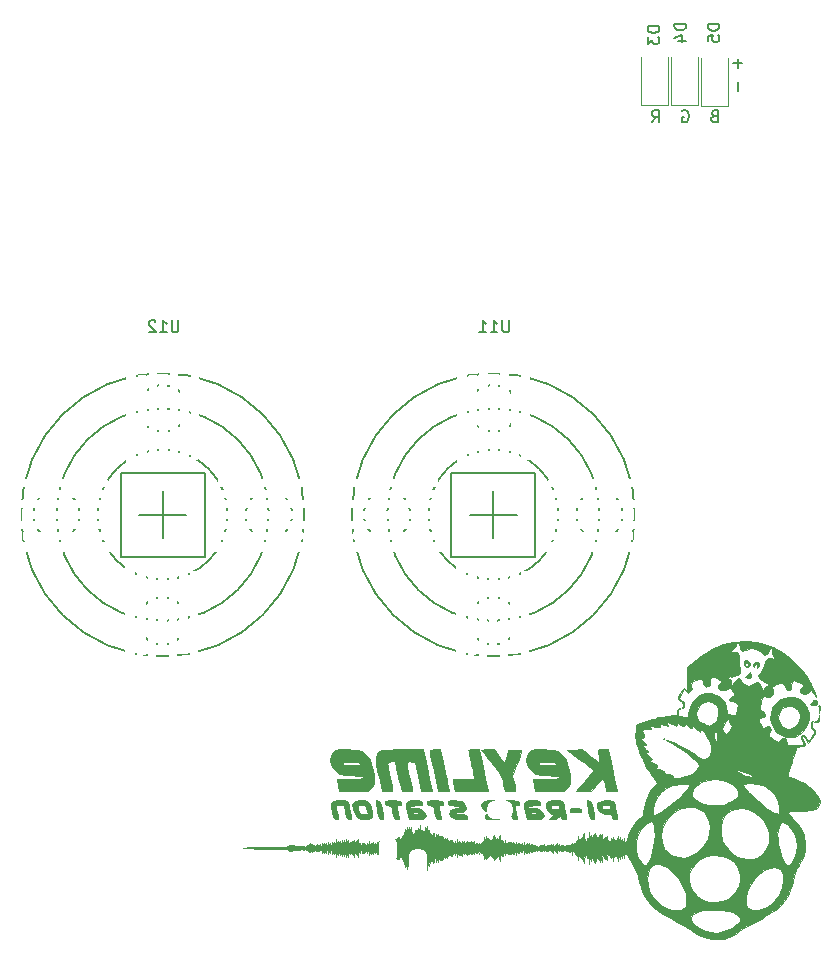
<source format=gbo>
G04 #@! TF.GenerationSoftware,KiCad,Pcbnew,(5.1.5-0-10_14)*
G04 #@! TF.CreationDate,2021-06-21T18:30:40+12:00*
G04 #@! TF.ProjectId,PiPortableBackingBoard,5069506f-7274-4616-926c-654261636b69,rev?*
G04 #@! TF.SameCoordinates,Original*
G04 #@! TF.FileFunction,Legend,Bot*
G04 #@! TF.FilePolarity,Positive*
%FSLAX46Y46*%
G04 Gerber Fmt 4.6, Leading zero omitted, Abs format (unit mm)*
G04 Created by KiCad (PCBNEW (5.1.5-0-10_14)) date 2021-06-21 18:30:40*
%MOMM*%
%LPD*%
G04 APERTURE LIST*
%ADD10C,0.150000*%
%ADD11C,0.010000*%
%ADD12C,0.120000*%
%ADD13C,0.100000*%
%ADD14C,2.102000*%
%ADD15C,3.302000*%
%ADD16O,1.802000X2.702000*%
%ADD17C,1.802000*%
%ADD18C,1.202000*%
%ADD19R,1.102000X1.102000*%
%ADD20O,1.102000X1.102000*%
%ADD21C,0.702000*%
%ADD22O,2.302000X1.602000*%
%ADD23O,1.602000X2.302000*%
%ADD24O,1.102000X1.702000*%
%ADD25O,1.102000X2.202000*%
%ADD26C,0.752000*%
%ADD27O,2.602000X1.102000*%
%ADD28R,1.802000X1.802000*%
%ADD29O,1.802000X1.802000*%
%ADD30O,1.552000X2.102000*%
%ADD31O,1.102000X2.602000*%
%ADD32O,2.602000X1.002000*%
%ADD33R,2.502000X1.702000*%
%ADD34O,2.502000X1.702000*%
G04 APERTURE END LIST*
D10*
X194683071Y-101139452D02*
X194683071Y-100377547D01*
X194683071Y-99139452D02*
X194683071Y-98377547D01*
X194302119Y-98758500D02*
X195064023Y-98758500D01*
X192698380Y-103243071D02*
X192555523Y-103290690D01*
X192507904Y-103338309D01*
X192460285Y-103433547D01*
X192460285Y-103576404D01*
X192507904Y-103671642D01*
X192555523Y-103719261D01*
X192650761Y-103766880D01*
X193031714Y-103766880D01*
X193031714Y-102766880D01*
X192698380Y-102766880D01*
X192603142Y-102814500D01*
X192555523Y-102862119D01*
X192507904Y-102957357D01*
X192507904Y-103052595D01*
X192555523Y-103147833D01*
X192603142Y-103195452D01*
X192698380Y-103243071D01*
X193031714Y-103243071D01*
X189984095Y-102814500D02*
X190079333Y-102766880D01*
X190222190Y-102766880D01*
X190365047Y-102814500D01*
X190460285Y-102909738D01*
X190507904Y-103004976D01*
X190555523Y-103195452D01*
X190555523Y-103338309D01*
X190507904Y-103528785D01*
X190460285Y-103624023D01*
X190365047Y-103719261D01*
X190222190Y-103766880D01*
X190126952Y-103766880D01*
X189984095Y-103719261D01*
X189936476Y-103671642D01*
X189936476Y-103338309D01*
X190126952Y-103338309D01*
X187412666Y-103766880D02*
X187746000Y-103290690D01*
X187984095Y-103766880D02*
X187984095Y-102766880D01*
X187603142Y-102766880D01*
X187507904Y-102814500D01*
X187460285Y-102862119D01*
X187412666Y-102957357D01*
X187412666Y-103100214D01*
X187460285Y-103195452D01*
X187507904Y-103243071D01*
X187603142Y-103290690D01*
X187984095Y-103290690D01*
D11*
G36*
X195234567Y-149414672D02*
G01*
X195204035Y-149469341D01*
X195204980Y-149659626D01*
X195305766Y-149836897D01*
X195398973Y-149898435D01*
X195525403Y-149875350D01*
X195636477Y-149812105D01*
X195741051Y-149697010D01*
X195727989Y-149628713D01*
X195593014Y-149628713D01*
X195571950Y-149708182D01*
X195473263Y-149828530D01*
X195362143Y-149790824D01*
X195315319Y-149708628D01*
X195335087Y-149570842D01*
X195394579Y-149528835D01*
X195549950Y-149518031D01*
X195593014Y-149628713D01*
X195727989Y-149628713D01*
X195713736Y-149554196D01*
X195693574Y-149514631D01*
X195551981Y-149372427D01*
X195377482Y-149337119D01*
X195234567Y-149414672D01*
G37*
X195234567Y-149414672D02*
X195204035Y-149469341D01*
X195204980Y-149659626D01*
X195305766Y-149836897D01*
X195398973Y-149898435D01*
X195525403Y-149875350D01*
X195636477Y-149812105D01*
X195741051Y-149697010D01*
X195727989Y-149628713D01*
X195593014Y-149628713D01*
X195571950Y-149708182D01*
X195473263Y-149828530D01*
X195362143Y-149790824D01*
X195315319Y-149708628D01*
X195335087Y-149570842D01*
X195394579Y-149528835D01*
X195549950Y-149518031D01*
X195593014Y-149628713D01*
X195727989Y-149628713D01*
X195713736Y-149554196D01*
X195693574Y-149514631D01*
X195551981Y-149372427D01*
X195377482Y-149337119D01*
X195234567Y-149414672D01*
G36*
X196150930Y-149456194D02*
G01*
X196048691Y-149524357D01*
X195962095Y-149705059D01*
X195985485Y-149811101D01*
X196039984Y-149907869D01*
X196072354Y-149853103D01*
X196088258Y-149770454D01*
X196155515Y-149630015D01*
X196247219Y-149626410D01*
X196309509Y-149746337D01*
X196314111Y-149826236D01*
X196316393Y-149979503D01*
X196362703Y-149977747D01*
X196446939Y-149882245D01*
X196514155Y-149705617D01*
X196457614Y-149549122D01*
X196321734Y-149452676D01*
X196150930Y-149456194D01*
G37*
X196150930Y-149456194D02*
X196048691Y-149524357D01*
X195962095Y-149705059D01*
X195985485Y-149811101D01*
X196039984Y-149907869D01*
X196072354Y-149853103D01*
X196088258Y-149770454D01*
X196155515Y-149630015D01*
X196247219Y-149626410D01*
X196309509Y-149746337D01*
X196314111Y-149826236D01*
X196316393Y-149979503D01*
X196362703Y-149977747D01*
X196446939Y-149882245D01*
X196514155Y-149705617D01*
X196457614Y-149549122D01*
X196321734Y-149452676D01*
X196150930Y-149456194D01*
G36*
X195532672Y-150541286D02*
G01*
X195337865Y-150748648D01*
X195556203Y-150790386D01*
X195727524Y-150804051D01*
X195801517Y-150779979D01*
X195803668Y-150666095D01*
X195777986Y-150530878D01*
X195727478Y-150333924D01*
X195532672Y-150541286D01*
G37*
X195532672Y-150541286D02*
X195337865Y-150748648D01*
X195556203Y-150790386D01*
X195727524Y-150804051D01*
X195801517Y-150779979D01*
X195803668Y-150666095D01*
X195777986Y-150530878D01*
X195727478Y-150333924D01*
X195532672Y-150541286D01*
G36*
X188404500Y-155977167D02*
G01*
X188446833Y-156019500D01*
X188489167Y-155977167D01*
X188446833Y-155934833D01*
X188404500Y-155977167D01*
G37*
X188404500Y-155977167D02*
X188446833Y-156019500D01*
X188489167Y-155977167D01*
X188446833Y-155934833D01*
X188404500Y-155977167D01*
G36*
X201102980Y-152727459D02*
G01*
X201037388Y-152762931D01*
X200860984Y-152913354D01*
X200838804Y-153044064D01*
X200965830Y-153126455D01*
X201103684Y-153140833D01*
X201309435Y-153089637D01*
X201380581Y-152980872D01*
X201393178Y-152768135D01*
X201296505Y-152681035D01*
X201102980Y-152727459D01*
G37*
X201102980Y-152727459D02*
X201037388Y-152762931D01*
X200860984Y-152913354D01*
X200838804Y-153044064D01*
X200965830Y-153126455D01*
X201103684Y-153140833D01*
X201309435Y-153089637D01*
X201380581Y-152980872D01*
X201393178Y-152768135D01*
X201296505Y-152681035D01*
X201102980Y-152727459D01*
G36*
X201558875Y-153147517D02*
G01*
X201472573Y-153169026D01*
X201500531Y-153194861D01*
X201562466Y-153307113D01*
X201552953Y-153526843D01*
X201535120Y-153719312D01*
X201552449Y-153815618D01*
X201559089Y-153818167D01*
X201605006Y-153747946D01*
X201613656Y-153670000D01*
X201636547Y-153466584D01*
X201665864Y-153331333D01*
X201676099Y-153186230D01*
X201577708Y-153147078D01*
X201558875Y-153147517D01*
G37*
X201558875Y-153147517D02*
X201472573Y-153169026D01*
X201500531Y-153194861D01*
X201562466Y-153307113D01*
X201552953Y-153526843D01*
X201535120Y-153719312D01*
X201552449Y-153815618D01*
X201559089Y-153818167D01*
X201605006Y-153747946D01*
X201613656Y-153670000D01*
X201636547Y-153466584D01*
X201665864Y-153331333D01*
X201676099Y-153186230D01*
X201577708Y-153147078D01*
X201558875Y-153147517D01*
G36*
X201539912Y-154092710D02*
G01*
X201537655Y-154138395D01*
X201489473Y-154366842D01*
X201347417Y-154488677D01*
X201337333Y-154492861D01*
X201146833Y-154569433D01*
X201335720Y-154574800D01*
X201505250Y-154517553D01*
X201576052Y-154375197D01*
X201601138Y-154150618D01*
X201587486Y-154015363D01*
X201559103Y-153979822D01*
X201539912Y-154092710D01*
G37*
X201539912Y-154092710D02*
X201537655Y-154138395D01*
X201489473Y-154366842D01*
X201347417Y-154488677D01*
X201337333Y-154492861D01*
X201146833Y-154569433D01*
X201335720Y-154574800D01*
X201505250Y-154517553D01*
X201576052Y-154375197D01*
X201601138Y-154150618D01*
X201587486Y-154015363D01*
X201559103Y-153979822D01*
X201539912Y-154092710D01*
G36*
X198642125Y-152508967D02*
G01*
X198206537Y-152709719D01*
X197860662Y-153014735D01*
X197614764Y-153398870D01*
X197479104Y-153836980D01*
X197463943Y-154303920D01*
X197579543Y-154774545D01*
X197836166Y-155223713D01*
X197960333Y-155370268D01*
X198347512Y-155667549D01*
X198817151Y-155818161D01*
X199365298Y-155821060D01*
X199554343Y-155791068D01*
X199824036Y-155668276D01*
X200106774Y-155424567D01*
X200365486Y-155100773D01*
X200563103Y-154737724D01*
X200601293Y-154637929D01*
X200715484Y-154169275D01*
X199966739Y-154169275D01*
X199910221Y-154488645D01*
X199739276Y-154782824D01*
X199479762Y-155001329D01*
X199131528Y-155152319D01*
X198822276Y-155144196D01*
X198525564Y-154974032D01*
X198429033Y-154884967D01*
X198239660Y-154662882D01*
X198156190Y-154451642D01*
X198141167Y-154245762D01*
X198205741Y-153817812D01*
X198389435Y-153477587D01*
X198646395Y-153269266D01*
X198997625Y-153160321D01*
X199314087Y-153191746D01*
X199582506Y-153335948D01*
X199789605Y-153565332D01*
X199922109Y-153852306D01*
X199966739Y-154169275D01*
X200715484Y-154169275D01*
X200715521Y-154169125D01*
X200698866Y-153752346D01*
X200545613Y-153327386D01*
X200462074Y-153171564D01*
X200154227Y-152786565D01*
X199752768Y-152542228D01*
X199261375Y-152440623D01*
X199157167Y-152437622D01*
X198642125Y-152508967D01*
G37*
X198642125Y-152508967D02*
X198206537Y-152709719D01*
X197860662Y-153014735D01*
X197614764Y-153398870D01*
X197479104Y-153836980D01*
X197463943Y-154303920D01*
X197579543Y-154774545D01*
X197836166Y-155223713D01*
X197960333Y-155370268D01*
X198347512Y-155667549D01*
X198817151Y-155818161D01*
X199365298Y-155821060D01*
X199554343Y-155791068D01*
X199824036Y-155668276D01*
X200106774Y-155424567D01*
X200365486Y-155100773D01*
X200563103Y-154737724D01*
X200601293Y-154637929D01*
X200715484Y-154169275D01*
X199966739Y-154169275D01*
X199910221Y-154488645D01*
X199739276Y-154782824D01*
X199479762Y-155001329D01*
X199131528Y-155152319D01*
X198822276Y-155144196D01*
X198525564Y-154974032D01*
X198429033Y-154884967D01*
X198239660Y-154662882D01*
X198156190Y-154451642D01*
X198141167Y-154245762D01*
X198205741Y-153817812D01*
X198389435Y-153477587D01*
X198646395Y-153269266D01*
X198997625Y-153160321D01*
X199314087Y-153191746D01*
X199582506Y-153335948D01*
X199789605Y-153565332D01*
X199922109Y-153852306D01*
X199966739Y-154169275D01*
X200715484Y-154169275D01*
X200715521Y-154169125D01*
X200698866Y-153752346D01*
X200545613Y-153327386D01*
X200462074Y-153171564D01*
X200154227Y-152786565D01*
X199752768Y-152542228D01*
X199261375Y-152440623D01*
X199157167Y-152437622D01*
X198642125Y-152508967D01*
G36*
X161202781Y-156868056D02*
G01*
X160932587Y-156879281D01*
X160754529Y-156908180D01*
X160630007Y-156963091D01*
X160520425Y-157052351D01*
X160457987Y-157113654D01*
X160259597Y-157420622D01*
X160203518Y-157777644D01*
X160283179Y-158154106D01*
X160492007Y-158519393D01*
X160823429Y-158842893D01*
X160830348Y-158848048D01*
X160967727Y-158930234D01*
X161143073Y-158987468D01*
X161393399Y-159026603D01*
X161755720Y-159054492D01*
X162015681Y-159067500D01*
X162439806Y-159090545D01*
X162720319Y-159117618D01*
X162882940Y-159153320D01*
X162953389Y-159202253D01*
X162962167Y-159236833D01*
X162935981Y-159290274D01*
X162841007Y-159328611D01*
X162652622Y-159355185D01*
X162346204Y-159373338D01*
X161897130Y-159386409D01*
X161852586Y-159387372D01*
X160743005Y-159410911D01*
X160839950Y-159895372D01*
X160936896Y-160379833D01*
X162118865Y-160399235D01*
X162660058Y-160402303D01*
X163053977Y-160390115D01*
X163322117Y-160361212D01*
X163485973Y-160314134D01*
X163503181Y-160305249D01*
X163768407Y-160065760D01*
X163907020Y-159722177D01*
X163915863Y-159286306D01*
X163856892Y-158982833D01*
X163795600Y-158728868D01*
X163723157Y-158399568D01*
X163680971Y-158194571D01*
X163665597Y-158149711D01*
X162750500Y-158149711D01*
X162671984Y-158181312D01*
X162460512Y-158201043D01*
X162152201Y-158206451D01*
X161967333Y-158202844D01*
X161587322Y-158185816D01*
X161348745Y-158159743D01*
X161223742Y-158119240D01*
X161184454Y-158058924D01*
X161184167Y-158051500D01*
X161220329Y-157983854D01*
X161348132Y-157939595D01*
X161596551Y-157912100D01*
X161848360Y-157899627D01*
X162287823Y-157902681D01*
X162575619Y-157952927D01*
X162723625Y-158053657D01*
X162750500Y-158149711D01*
X163665597Y-158149711D01*
X163515002Y-157710297D01*
X163239046Y-157310617D01*
X162878288Y-157029305D01*
X162775709Y-156980555D01*
X162529210Y-156920354D01*
X162143289Y-156881312D01*
X161646861Y-156866251D01*
X161603707Y-156866167D01*
X161202781Y-156868056D01*
G37*
X161202781Y-156868056D02*
X160932587Y-156879281D01*
X160754529Y-156908180D01*
X160630007Y-156963091D01*
X160520425Y-157052351D01*
X160457987Y-157113654D01*
X160259597Y-157420622D01*
X160203518Y-157777644D01*
X160283179Y-158154106D01*
X160492007Y-158519393D01*
X160823429Y-158842893D01*
X160830348Y-158848048D01*
X160967727Y-158930234D01*
X161143073Y-158987468D01*
X161393399Y-159026603D01*
X161755720Y-159054492D01*
X162015681Y-159067500D01*
X162439806Y-159090545D01*
X162720319Y-159117618D01*
X162882940Y-159153320D01*
X162953389Y-159202253D01*
X162962167Y-159236833D01*
X162935981Y-159290274D01*
X162841007Y-159328611D01*
X162652622Y-159355185D01*
X162346204Y-159373338D01*
X161897130Y-159386409D01*
X161852586Y-159387372D01*
X160743005Y-159410911D01*
X160839950Y-159895372D01*
X160936896Y-160379833D01*
X162118865Y-160399235D01*
X162660058Y-160402303D01*
X163053977Y-160390115D01*
X163322117Y-160361212D01*
X163485973Y-160314134D01*
X163503181Y-160305249D01*
X163768407Y-160065760D01*
X163907020Y-159722177D01*
X163915863Y-159286306D01*
X163856892Y-158982833D01*
X163795600Y-158728868D01*
X163723157Y-158399568D01*
X163680971Y-158194571D01*
X163665597Y-158149711D01*
X162750500Y-158149711D01*
X162671984Y-158181312D01*
X162460512Y-158201043D01*
X162152201Y-158206451D01*
X161967333Y-158202844D01*
X161587322Y-158185816D01*
X161348745Y-158159743D01*
X161223742Y-158119240D01*
X161184454Y-158058924D01*
X161184167Y-158051500D01*
X161220329Y-157983854D01*
X161348132Y-157939595D01*
X161596551Y-157912100D01*
X161848360Y-157899627D01*
X162287823Y-157902681D01*
X162575619Y-157952927D01*
X162723625Y-158053657D01*
X162750500Y-158149711D01*
X163665597Y-158149711D01*
X163515002Y-157710297D01*
X163239046Y-157310617D01*
X162878288Y-157029305D01*
X162775709Y-156980555D01*
X162529210Y-156920354D01*
X162143289Y-156881312D01*
X161646861Y-156866251D01*
X161603707Y-156866167D01*
X161202781Y-156868056D01*
G36*
X165725312Y-156869400D02*
G01*
X165224348Y-156882103D01*
X164848856Y-156908781D01*
X164576942Y-156953937D01*
X164386713Y-157022076D01*
X164256275Y-157117701D01*
X164163732Y-157245318D01*
X164121650Y-157329467D01*
X164071642Y-157447702D01*
X164041115Y-157562226D01*
X164032614Y-157700595D01*
X164048683Y-157890364D01*
X164091865Y-158159090D01*
X164164704Y-158534326D01*
X164269743Y-159043630D01*
X164287955Y-159131000D01*
X164557216Y-160422167D01*
X165008525Y-160422167D01*
X165293834Y-160407579D01*
X165434797Y-160359925D01*
X165459833Y-160306545D01*
X165441976Y-160181085D01*
X165393541Y-159929027D01*
X165322236Y-159588721D01*
X165248167Y-159253252D01*
X165162385Y-158854540D01*
X165093299Y-158497832D01*
X165048895Y-158226676D01*
X165036500Y-158098874D01*
X165055034Y-157957697D01*
X165142895Y-157896136D01*
X165348472Y-157882188D01*
X165364151Y-157882167D01*
X165691802Y-157882167D01*
X165794877Y-158411333D01*
X165864570Y-158753391D01*
X165955491Y-159178518D01*
X166050088Y-159604951D01*
X166067478Y-159681333D01*
X166237004Y-160422167D01*
X166695085Y-160422167D01*
X166947809Y-160417849D01*
X167114180Y-160406730D01*
X167153167Y-160396328D01*
X167136086Y-160308890D01*
X167089181Y-160086476D01*
X167018952Y-159759503D01*
X166931906Y-159358386D01*
X166899167Y-159208383D01*
X166807348Y-158782381D01*
X166730307Y-158413684D01*
X166674659Y-158134815D01*
X166647017Y-157978300D01*
X166645167Y-157959354D01*
X166720869Y-157909751D01*
X166916192Y-157894560D01*
X166998312Y-157898465D01*
X167351457Y-157924500D01*
X167616078Y-159152167D01*
X167880700Y-160379833D01*
X168355313Y-160404978D01*
X168829926Y-160430122D01*
X168672332Y-159727644D01*
X168590246Y-159356618D01*
X168487339Y-158883994D01*
X168377505Y-158373912D01*
X168286299Y-157945667D01*
X168057861Y-156866167D01*
X166373643Y-156866167D01*
X165725312Y-156869400D01*
G37*
X165725312Y-156869400D02*
X165224348Y-156882103D01*
X164848856Y-156908781D01*
X164576942Y-156953937D01*
X164386713Y-157022076D01*
X164256275Y-157117701D01*
X164163732Y-157245318D01*
X164121650Y-157329467D01*
X164071642Y-157447702D01*
X164041115Y-157562226D01*
X164032614Y-157700595D01*
X164048683Y-157890364D01*
X164091865Y-158159090D01*
X164164704Y-158534326D01*
X164269743Y-159043630D01*
X164287955Y-159131000D01*
X164557216Y-160422167D01*
X165008525Y-160422167D01*
X165293834Y-160407579D01*
X165434797Y-160359925D01*
X165459833Y-160306545D01*
X165441976Y-160181085D01*
X165393541Y-159929027D01*
X165322236Y-159588721D01*
X165248167Y-159253252D01*
X165162385Y-158854540D01*
X165093299Y-158497832D01*
X165048895Y-158226676D01*
X165036500Y-158098874D01*
X165055034Y-157957697D01*
X165142895Y-157896136D01*
X165348472Y-157882188D01*
X165364151Y-157882167D01*
X165691802Y-157882167D01*
X165794877Y-158411333D01*
X165864570Y-158753391D01*
X165955491Y-159178518D01*
X166050088Y-159604951D01*
X166067478Y-159681333D01*
X166237004Y-160422167D01*
X166695085Y-160422167D01*
X166947809Y-160417849D01*
X167114180Y-160406730D01*
X167153167Y-160396328D01*
X167136086Y-160308890D01*
X167089181Y-160086476D01*
X167018952Y-159759503D01*
X166931906Y-159358386D01*
X166899167Y-159208383D01*
X166807348Y-158782381D01*
X166730307Y-158413684D01*
X166674659Y-158134815D01*
X166647017Y-157978300D01*
X166645167Y-157959354D01*
X166720869Y-157909751D01*
X166916192Y-157894560D01*
X166998312Y-157898465D01*
X167351457Y-157924500D01*
X167616078Y-159152167D01*
X167880700Y-160379833D01*
X168355313Y-160404978D01*
X168829926Y-160430122D01*
X168672332Y-159727644D01*
X168590246Y-159356618D01*
X168487339Y-158883994D01*
X168377505Y-158373912D01*
X168286299Y-157945667D01*
X168057861Y-156866167D01*
X166373643Y-156866167D01*
X165725312Y-156869400D01*
G36*
X168748867Y-156883392D02*
G01*
X168610266Y-156936317D01*
X168597317Y-156972000D01*
X168616140Y-157084071D01*
X168665803Y-157334577D01*
X168740720Y-157696583D01*
X168835303Y-158143154D01*
X168943967Y-158647355D01*
X168961689Y-158728833D01*
X169321245Y-160379833D01*
X170270827Y-160430169D01*
X170117642Y-159727668D01*
X170036991Y-159356895D01*
X169934546Y-158884612D01*
X169824182Y-158374841D01*
X169731441Y-157945667D01*
X169498425Y-156866167D01*
X169045462Y-156866167D01*
X168748867Y-156883392D01*
G37*
X168748867Y-156883392D02*
X168610266Y-156936317D01*
X168597317Y-156972000D01*
X168616140Y-157084071D01*
X168665803Y-157334577D01*
X168740720Y-157696583D01*
X168835303Y-158143154D01*
X168943967Y-158647355D01*
X168961689Y-158728833D01*
X169321245Y-160379833D01*
X170270827Y-160430169D01*
X170117642Y-159727668D01*
X170036991Y-159356895D01*
X169934546Y-158884612D01*
X169824182Y-158374841D01*
X169731441Y-157945667D01*
X169498425Y-156866167D01*
X169045462Y-156866167D01*
X168748867Y-156883392D01*
G36*
X172095983Y-156877688D02*
G01*
X171931726Y-156907331D01*
X171894500Y-156934338D01*
X171911710Y-157037681D01*
X171958953Y-157274481D01*
X172029649Y-157612871D01*
X172117219Y-158020980D01*
X172148500Y-158164616D01*
X172239948Y-158585686D01*
X172316773Y-158944532D01*
X172372449Y-159210267D01*
X172400446Y-159352001D01*
X172402500Y-159366445D01*
X172323540Y-159382423D01*
X172109467Y-159395331D01*
X171794496Y-159403705D01*
X171473283Y-159406167D01*
X170544067Y-159406167D01*
X170598197Y-159681333D01*
X170655147Y-159948422D01*
X170707924Y-160168167D01*
X170763520Y-160379833D01*
X172166950Y-160403007D01*
X173570381Y-160426182D01*
X173413226Y-159725674D01*
X173331338Y-159355537D01*
X173228602Y-158883687D01*
X173118887Y-158374145D01*
X173027633Y-157945667D01*
X172799195Y-156866167D01*
X172346847Y-156866167D01*
X172095983Y-156877688D01*
G37*
X172095983Y-156877688D02*
X171931726Y-156907331D01*
X171894500Y-156934338D01*
X171911710Y-157037681D01*
X171958953Y-157274481D01*
X172029649Y-157612871D01*
X172117219Y-158020980D01*
X172148500Y-158164616D01*
X172239948Y-158585686D01*
X172316773Y-158944532D01*
X172372449Y-159210267D01*
X172400446Y-159352001D01*
X172402500Y-159366445D01*
X172323540Y-159382423D01*
X172109467Y-159395331D01*
X171794496Y-159403705D01*
X171473283Y-159406167D01*
X170544067Y-159406167D01*
X170598197Y-159681333D01*
X170655147Y-159948422D01*
X170707924Y-160168167D01*
X170763520Y-160379833D01*
X172166950Y-160403007D01*
X173570381Y-160426182D01*
X173413226Y-159725674D01*
X173331338Y-159355537D01*
X173228602Y-158883687D01*
X173118887Y-158374145D01*
X173027633Y-157945667D01*
X172799195Y-156866167D01*
X172346847Y-156866167D01*
X172095983Y-156877688D01*
G36*
X173264732Y-156873704D02*
G01*
X173066732Y-156893422D01*
X172995167Y-156919806D01*
X173045463Y-157001239D01*
X173183973Y-157189699D01*
X173392126Y-157460793D01*
X173651352Y-157790129D01*
X173786285Y-157959013D01*
X174121567Y-158378034D01*
X174367569Y-158694275D01*
X174540901Y-158937102D01*
X174658170Y-159135878D01*
X174735984Y-159319968D01*
X174790951Y-159518736D01*
X174839679Y-159761546D01*
X174856173Y-159850667D01*
X174961674Y-160422167D01*
X175417754Y-160422167D01*
X175698953Y-160409329D01*
X175841038Y-160365722D01*
X175873833Y-160300420D01*
X175855546Y-160158607D01*
X175807835Y-159908895D01*
X175747781Y-159635145D01*
X175621728Y-159091615D01*
X176001781Y-158058186D01*
X176144182Y-157664880D01*
X176262277Y-157327104D01*
X176344957Y-157077500D01*
X176381109Y-156948709D01*
X176381833Y-156941593D01*
X176303339Y-156900554D01*
X176090722Y-156880581D01*
X175814335Y-156883465D01*
X175246836Y-156908500D01*
X175115835Y-157431719D01*
X175040390Y-157710770D01*
X174973773Y-157918776D01*
X174934430Y-158004234D01*
X174868501Y-157961751D01*
X174736097Y-157805913D01*
X174561449Y-157566356D01*
X174489255Y-157459848D01*
X174094484Y-156866167D01*
X173544825Y-156866167D01*
X173264732Y-156873704D01*
G37*
X173264732Y-156873704D02*
X173066732Y-156893422D01*
X172995167Y-156919806D01*
X173045463Y-157001239D01*
X173183973Y-157189699D01*
X173392126Y-157460793D01*
X173651352Y-157790129D01*
X173786285Y-157959013D01*
X174121567Y-158378034D01*
X174367569Y-158694275D01*
X174540901Y-158937102D01*
X174658170Y-159135878D01*
X174735984Y-159319968D01*
X174790951Y-159518736D01*
X174839679Y-159761546D01*
X174856173Y-159850667D01*
X174961674Y-160422167D01*
X175417754Y-160422167D01*
X175698953Y-160409329D01*
X175841038Y-160365722D01*
X175873833Y-160300420D01*
X175855546Y-160158607D01*
X175807835Y-159908895D01*
X175747781Y-159635145D01*
X175621728Y-159091615D01*
X176001781Y-158058186D01*
X176144182Y-157664880D01*
X176262277Y-157327104D01*
X176344957Y-157077500D01*
X176381109Y-156948709D01*
X176381833Y-156941593D01*
X176303339Y-156900554D01*
X176090722Y-156880581D01*
X175814335Y-156883465D01*
X175246836Y-156908500D01*
X175115835Y-157431719D01*
X175040390Y-157710770D01*
X174973773Y-157918776D01*
X174934430Y-158004234D01*
X174868501Y-157961751D01*
X174736097Y-157805913D01*
X174561449Y-157566356D01*
X174489255Y-157459848D01*
X174094484Y-156866167D01*
X173544825Y-156866167D01*
X173264732Y-156873704D01*
G36*
X177797447Y-156868056D02*
G01*
X177527254Y-156879281D01*
X177349195Y-156908180D01*
X177224674Y-156963091D01*
X177115091Y-157052351D01*
X177052654Y-157113654D01*
X176854264Y-157420622D01*
X176798185Y-157777644D01*
X176877846Y-158154106D01*
X177086674Y-158519393D01*
X177418096Y-158842893D01*
X177425015Y-158848048D01*
X177562393Y-158930234D01*
X177737739Y-158987468D01*
X177988066Y-159026603D01*
X178350387Y-159054492D01*
X178610348Y-159067500D01*
X179034473Y-159090545D01*
X179314985Y-159117618D01*
X179477606Y-159153320D01*
X179548055Y-159202253D01*
X179556833Y-159236833D01*
X179530647Y-159290274D01*
X179435673Y-159328611D01*
X179247289Y-159355185D01*
X178940871Y-159373338D01*
X178491796Y-159386409D01*
X178447253Y-159387372D01*
X177337672Y-159410911D01*
X177531562Y-160379833D01*
X178713531Y-160399235D01*
X179254725Y-160402303D01*
X179648644Y-160390115D01*
X179916784Y-160361212D01*
X180080640Y-160314134D01*
X180097847Y-160305249D01*
X180363074Y-160065760D01*
X180501687Y-159722177D01*
X180510530Y-159286306D01*
X180451559Y-158982833D01*
X180390267Y-158728868D01*
X180317824Y-158399568D01*
X180275637Y-158194571D01*
X180260263Y-158149711D01*
X179345167Y-158149711D01*
X179266651Y-158181312D01*
X179055179Y-158201043D01*
X178746868Y-158206451D01*
X178562000Y-158202844D01*
X178181989Y-158185816D01*
X177943411Y-158159743D01*
X177818408Y-158119240D01*
X177779121Y-158058924D01*
X177778833Y-158051500D01*
X177814996Y-157983854D01*
X177942799Y-157939595D01*
X178191218Y-157912100D01*
X178443026Y-157899627D01*
X178882489Y-157902681D01*
X179170285Y-157952927D01*
X179318291Y-158053657D01*
X179345167Y-158149711D01*
X180260263Y-158149711D01*
X180109669Y-157710297D01*
X179833712Y-157310617D01*
X179472954Y-157029305D01*
X179370376Y-156980555D01*
X179123877Y-156920354D01*
X178737956Y-156881312D01*
X178241528Y-156866251D01*
X178198373Y-156866167D01*
X177797447Y-156868056D01*
G37*
X177797447Y-156868056D02*
X177527254Y-156879281D01*
X177349195Y-156908180D01*
X177224674Y-156963091D01*
X177115091Y-157052351D01*
X177052654Y-157113654D01*
X176854264Y-157420622D01*
X176798185Y-157777644D01*
X176877846Y-158154106D01*
X177086674Y-158519393D01*
X177418096Y-158842893D01*
X177425015Y-158848048D01*
X177562393Y-158930234D01*
X177737739Y-158987468D01*
X177988066Y-159026603D01*
X178350387Y-159054492D01*
X178610348Y-159067500D01*
X179034473Y-159090545D01*
X179314985Y-159117618D01*
X179477606Y-159153320D01*
X179548055Y-159202253D01*
X179556833Y-159236833D01*
X179530647Y-159290274D01*
X179435673Y-159328611D01*
X179247289Y-159355185D01*
X178940871Y-159373338D01*
X178491796Y-159386409D01*
X178447253Y-159387372D01*
X177337672Y-159410911D01*
X177531562Y-160379833D01*
X178713531Y-160399235D01*
X179254725Y-160402303D01*
X179648644Y-160390115D01*
X179916784Y-160361212D01*
X180080640Y-160314134D01*
X180097847Y-160305249D01*
X180363074Y-160065760D01*
X180501687Y-159722177D01*
X180510530Y-159286306D01*
X180451559Y-158982833D01*
X180390267Y-158728868D01*
X180317824Y-158399568D01*
X180275637Y-158194571D01*
X180260263Y-158149711D01*
X179345167Y-158149711D01*
X179266651Y-158181312D01*
X179055179Y-158201043D01*
X178746868Y-158206451D01*
X178562000Y-158202844D01*
X178181989Y-158185816D01*
X177943411Y-158159743D01*
X177818408Y-158119240D01*
X177779121Y-158058924D01*
X177778833Y-158051500D01*
X177814996Y-157983854D01*
X177942799Y-157939595D01*
X178191218Y-157912100D01*
X178443026Y-157899627D01*
X178882489Y-157902681D01*
X179170285Y-157952927D01*
X179318291Y-158053657D01*
X179345167Y-158149711D01*
X180260263Y-158149711D01*
X180109669Y-157710297D01*
X179833712Y-157310617D01*
X179472954Y-157029305D01*
X179370376Y-156980555D01*
X179123877Y-156920354D01*
X178737956Y-156881312D01*
X178241528Y-156866251D01*
X178198373Y-156866167D01*
X177797447Y-156868056D01*
G36*
X180856988Y-156883540D02*
G01*
X180243858Y-156908500D01*
X181360463Y-157755167D01*
X181732341Y-158039780D01*
X182051788Y-158289296D01*
X182296445Y-158485842D01*
X182443952Y-158611543D01*
X182477451Y-158648088D01*
X182424748Y-158725420D01*
X182280410Y-158903768D01*
X182065542Y-159157802D01*
X181801253Y-159462194D01*
X181758167Y-159511182D01*
X181488174Y-159821087D01*
X181264363Y-160084569D01*
X181107856Y-160276270D01*
X181039779Y-160370831D01*
X181038500Y-160375094D01*
X181116136Y-160397729D01*
X181320987Y-160413910D01*
X181610966Y-160420522D01*
X181652333Y-160420517D01*
X182266167Y-160418868D01*
X182766968Y-159827708D01*
X182988599Y-159572257D01*
X183166504Y-159378795D01*
X183275147Y-159274520D01*
X183295748Y-159264525D01*
X183325513Y-159355531D01*
X183376078Y-159566252D01*
X183433421Y-159836168D01*
X183543117Y-160379833D01*
X184018188Y-160404978D01*
X184493260Y-160430122D01*
X184335665Y-159727644D01*
X184253579Y-159356618D01*
X184150672Y-158883994D01*
X184040838Y-158373912D01*
X183949633Y-157945667D01*
X183721195Y-156866167D01*
X183268847Y-156866167D01*
X183017421Y-156870082D01*
X182879601Y-156905731D01*
X182833703Y-157008971D01*
X182858046Y-157215657D01*
X182909436Y-157460508D01*
X182953897Y-157712734D01*
X182967269Y-157890221D01*
X182957112Y-157939110D01*
X182876449Y-157908811D01*
X182692916Y-157791815D01*
X182435479Y-157607695D01*
X182190986Y-157421475D01*
X181470119Y-156858581D01*
X180856988Y-156883540D01*
G37*
X180856988Y-156883540D02*
X180243858Y-156908500D01*
X181360463Y-157755167D01*
X181732341Y-158039780D01*
X182051788Y-158289296D01*
X182296445Y-158485842D01*
X182443952Y-158611543D01*
X182477451Y-158648088D01*
X182424748Y-158725420D01*
X182280410Y-158903768D01*
X182065542Y-159157802D01*
X181801253Y-159462194D01*
X181758167Y-159511182D01*
X181488174Y-159821087D01*
X181264363Y-160084569D01*
X181107856Y-160276270D01*
X181039779Y-160370831D01*
X181038500Y-160375094D01*
X181116136Y-160397729D01*
X181320987Y-160413910D01*
X181610966Y-160420522D01*
X181652333Y-160420517D01*
X182266167Y-160418868D01*
X182766968Y-159827708D01*
X182988599Y-159572257D01*
X183166504Y-159378795D01*
X183275147Y-159274520D01*
X183295748Y-159264525D01*
X183325513Y-159355531D01*
X183376078Y-159566252D01*
X183433421Y-159836168D01*
X183543117Y-160379833D01*
X184018188Y-160404978D01*
X184493260Y-160430122D01*
X184335665Y-159727644D01*
X184253579Y-159356618D01*
X184150672Y-158883994D01*
X184040838Y-158373912D01*
X183949633Y-157945667D01*
X183721195Y-156866167D01*
X183268847Y-156866167D01*
X183017421Y-156870082D01*
X182879601Y-156905731D01*
X182833703Y-157008971D01*
X182858046Y-157215657D01*
X182909436Y-157460508D01*
X182953897Y-157712734D01*
X182967269Y-157890221D01*
X182957112Y-157939110D01*
X182876449Y-157908811D01*
X182692916Y-157791815D01*
X182435479Y-157607695D01*
X182190986Y-157421475D01*
X181470119Y-156858581D01*
X180856988Y-156883540D01*
G36*
X180659625Y-161867866D02*
G01*
X180511458Y-161893114D01*
X180468199Y-161946468D01*
X180479108Y-161995425D01*
X180523937Y-162130392D01*
X180530500Y-162164758D01*
X180607101Y-162184154D01*
X180804687Y-162197016D01*
X180996167Y-162200167D01*
X181265275Y-162192817D01*
X181405465Y-162161039D01*
X181456867Y-162090240D01*
X181461833Y-162030833D01*
X181443616Y-161936912D01*
X181363337Y-161885801D01*
X181182561Y-161864911D01*
X180944775Y-161861500D01*
X180659625Y-161867866D01*
G37*
X180659625Y-161867866D02*
X180511458Y-161893114D01*
X180468199Y-161946468D01*
X180479108Y-161995425D01*
X180523937Y-162130392D01*
X180530500Y-162164758D01*
X180607101Y-162184154D01*
X180804687Y-162197016D01*
X180996167Y-162200167D01*
X181265275Y-162192817D01*
X181405465Y-162161039D01*
X181456867Y-162090240D01*
X181461833Y-162030833D01*
X181443616Y-161936912D01*
X181363337Y-161885801D01*
X181182561Y-161864911D01*
X180944775Y-161861500D01*
X180659625Y-161867866D01*
G36*
X160775023Y-161185427D02*
G01*
X160516520Y-161231896D01*
X160348137Y-161312802D01*
X160343548Y-161317214D01*
X160268256Y-161396165D01*
X160228436Y-161473240D01*
X160224229Y-161587712D01*
X160255777Y-161778857D01*
X160323220Y-162085949D01*
X160346687Y-162189781D01*
X160422585Y-162502473D01*
X160487444Y-162683763D01*
X160561284Y-162768709D01*
X160664124Y-162792370D01*
X160691059Y-162792833D01*
X160841993Y-162763601D01*
X160861046Y-162658081D01*
X160857527Y-162644667D01*
X160813558Y-162460513D01*
X160763712Y-162215580D01*
X160760833Y-162200167D01*
X160711401Y-161954954D01*
X160666355Y-161763665D01*
X160664140Y-161755667D01*
X160663666Y-161662967D01*
X160755892Y-161619087D01*
X160977724Y-161607526D01*
X160995568Y-161607500D01*
X161368714Y-161607500D01*
X161474630Y-162200167D01*
X161535172Y-162510185D01*
X161590651Y-162688369D01*
X161659795Y-162770537D01*
X161761332Y-162792507D01*
X161784523Y-162792833D01*
X161940114Y-162779764D01*
X161988500Y-162756035D01*
X161971572Y-162650238D01*
X161927837Y-162428777D01*
X161867871Y-162141144D01*
X161802249Y-161836829D01*
X161741548Y-161565325D01*
X161696341Y-161376124D01*
X161684281Y-161332333D01*
X161578276Y-161246846D01*
X161357199Y-161193480D01*
X161072349Y-161172814D01*
X160775023Y-161185427D01*
G37*
X160775023Y-161185427D02*
X160516520Y-161231896D01*
X160348137Y-161312802D01*
X160343548Y-161317214D01*
X160268256Y-161396165D01*
X160228436Y-161473240D01*
X160224229Y-161587712D01*
X160255777Y-161778857D01*
X160323220Y-162085949D01*
X160346687Y-162189781D01*
X160422585Y-162502473D01*
X160487444Y-162683763D01*
X160561284Y-162768709D01*
X160664124Y-162792370D01*
X160691059Y-162792833D01*
X160841993Y-162763601D01*
X160861046Y-162658081D01*
X160857527Y-162644667D01*
X160813558Y-162460513D01*
X160763712Y-162215580D01*
X160760833Y-162200167D01*
X160711401Y-161954954D01*
X160666355Y-161763665D01*
X160664140Y-161755667D01*
X160663666Y-161662967D01*
X160755892Y-161619087D01*
X160977724Y-161607526D01*
X160995568Y-161607500D01*
X161368714Y-161607500D01*
X161474630Y-162200167D01*
X161535172Y-162510185D01*
X161590651Y-162688369D01*
X161659795Y-162770537D01*
X161761332Y-162792507D01*
X161784523Y-162792833D01*
X161940114Y-162779764D01*
X161988500Y-162756035D01*
X161971572Y-162650238D01*
X161927837Y-162428777D01*
X161867871Y-162141144D01*
X161802249Y-161836829D01*
X161741548Y-161565325D01*
X161696341Y-161376124D01*
X161684281Y-161332333D01*
X161578276Y-161246846D01*
X161357199Y-161193480D01*
X161072349Y-161172814D01*
X160775023Y-161185427D01*
G36*
X162403277Y-161226584D02*
G01*
X162178741Y-161339516D01*
X162075771Y-161501483D01*
X162073167Y-161533722D01*
X162111291Y-161813580D01*
X162208293Y-162132999D01*
X162338121Y-162421449D01*
X162467897Y-162602333D01*
X162708954Y-162732055D01*
X163029852Y-162793461D01*
X163357085Y-162781685D01*
X163617144Y-162691860D01*
X163634995Y-162679597D01*
X163727210Y-162580545D01*
X163756093Y-162432294D01*
X163750056Y-162369500D01*
X163362012Y-162369500D01*
X163015536Y-162369500D01*
X162789256Y-162356107D01*
X162676114Y-162294322D01*
X162620670Y-162151736D01*
X162617244Y-162136667D01*
X162563496Y-161906617D01*
X162525259Y-161755667D01*
X162527123Y-161659650D01*
X162627361Y-161616476D01*
X162824465Y-161607500D01*
X163054480Y-161616654D01*
X163182043Y-161671951D01*
X163251997Y-161815142D01*
X163302570Y-162052645D01*
X163362012Y-162369500D01*
X163750056Y-162369500D01*
X163731747Y-162179063D01*
X163729002Y-162160564D01*
X163634947Y-161728219D01*
X163489555Y-161439053D01*
X163267659Y-161268947D01*
X162944094Y-161193780D01*
X162710231Y-161184167D01*
X162403277Y-161226584D01*
G37*
X162403277Y-161226584D02*
X162178741Y-161339516D01*
X162075771Y-161501483D01*
X162073167Y-161533722D01*
X162111291Y-161813580D01*
X162208293Y-162132999D01*
X162338121Y-162421449D01*
X162467897Y-162602333D01*
X162708954Y-162732055D01*
X163029852Y-162793461D01*
X163357085Y-162781685D01*
X163617144Y-162691860D01*
X163634995Y-162679597D01*
X163727210Y-162580545D01*
X163756093Y-162432294D01*
X163750056Y-162369500D01*
X163362012Y-162369500D01*
X163015536Y-162369500D01*
X162789256Y-162356107D01*
X162676114Y-162294322D01*
X162620670Y-162151736D01*
X162617244Y-162136667D01*
X162563496Y-161906617D01*
X162525259Y-161755667D01*
X162527123Y-161659650D01*
X162627361Y-161616476D01*
X162824465Y-161607500D01*
X163054480Y-161616654D01*
X163182043Y-161671951D01*
X163251997Y-161815142D01*
X163302570Y-162052645D01*
X163362012Y-162369500D01*
X163750056Y-162369500D01*
X163731747Y-162179063D01*
X163729002Y-162160564D01*
X163634947Y-161728219D01*
X163489555Y-161439053D01*
X163267659Y-161268947D01*
X162944094Y-161193780D01*
X162710231Y-161184167D01*
X162403277Y-161226584D01*
G36*
X164048422Y-161226501D02*
G01*
X164031061Y-161327785D01*
X164052943Y-161524012D01*
X164112801Y-161842510D01*
X164164483Y-162094333D01*
X164239840Y-162436952D01*
X164302111Y-162645321D01*
X164367121Y-162752040D01*
X164450693Y-162789707D01*
X164503543Y-162792833D01*
X164652873Y-162753874D01*
X164695191Y-162687000D01*
X164676459Y-162558918D01*
X164629059Y-162312808D01*
X164562192Y-161995686D01*
X164541960Y-161903833D01*
X164459633Y-161561424D01*
X164388905Y-161352569D01*
X164313790Y-161243754D01*
X164218298Y-161201464D01*
X164205936Y-161199445D01*
X164106292Y-161192830D01*
X164048422Y-161226501D01*
G37*
X164048422Y-161226501D02*
X164031061Y-161327785D01*
X164052943Y-161524012D01*
X164112801Y-161842510D01*
X164164483Y-162094333D01*
X164239840Y-162436952D01*
X164302111Y-162645321D01*
X164367121Y-162752040D01*
X164450693Y-162789707D01*
X164503543Y-162792833D01*
X164652873Y-162753874D01*
X164695191Y-162687000D01*
X164676459Y-162558918D01*
X164629059Y-162312808D01*
X164562192Y-161995686D01*
X164541960Y-161903833D01*
X164459633Y-161561424D01*
X164388905Y-161352569D01*
X164313790Y-161243754D01*
X164218298Y-161201464D01*
X164205936Y-161199445D01*
X164106292Y-161192830D01*
X164048422Y-161226501D01*
G36*
X165133366Y-161186131D02*
G01*
X164940614Y-161199569D01*
X164851325Y-161235797D01*
X164832563Y-161306129D01*
X164846445Y-161395833D01*
X164918074Y-161555999D01*
X165082816Y-161606671D01*
X165122592Y-161607500D01*
X165263224Y-161623179D01*
X165350425Y-161697621D01*
X165415288Y-161871936D01*
X165458781Y-162052000D01*
X165540165Y-162403362D01*
X165601262Y-162621251D01*
X165658304Y-162737539D01*
X165727523Y-162784103D01*
X165825152Y-162792816D01*
X165836044Y-162792833D01*
X165940346Y-162786520D01*
X165989339Y-162742374D01*
X165988879Y-162622590D01*
X165944819Y-162389359D01*
X165917979Y-162263667D01*
X165848444Y-161936290D01*
X165816699Y-161740991D01*
X165827523Y-161643759D01*
X165885692Y-161610587D01*
X165995985Y-161607468D01*
X166010167Y-161607500D01*
X166177187Y-161579026D01*
X166214994Y-161470821D01*
X166170442Y-161318091D01*
X166107468Y-161247362D01*
X165963478Y-161205777D01*
X165705259Y-161187054D01*
X165462516Y-161184167D01*
X165133366Y-161186131D01*
G37*
X165133366Y-161186131D02*
X164940614Y-161199569D01*
X164851325Y-161235797D01*
X164832563Y-161306129D01*
X164846445Y-161395833D01*
X164918074Y-161555999D01*
X165082816Y-161606671D01*
X165122592Y-161607500D01*
X165263224Y-161623179D01*
X165350425Y-161697621D01*
X165415288Y-161871936D01*
X165458781Y-162052000D01*
X165540165Y-162403362D01*
X165601262Y-162621251D01*
X165658304Y-162737539D01*
X165727523Y-162784103D01*
X165825152Y-162792816D01*
X165836044Y-162792833D01*
X165940346Y-162786520D01*
X165989339Y-162742374D01*
X165988879Y-162622590D01*
X165944819Y-162389359D01*
X165917979Y-162263667D01*
X165848444Y-161936290D01*
X165816699Y-161740991D01*
X165827523Y-161643759D01*
X165885692Y-161610587D01*
X165995985Y-161607468D01*
X166010167Y-161607500D01*
X166177187Y-161579026D01*
X166214994Y-161470821D01*
X166170442Y-161318091D01*
X166107468Y-161247362D01*
X165963478Y-161205777D01*
X165705259Y-161187054D01*
X165462516Y-161184167D01*
X165133366Y-161186131D01*
G36*
X167044819Y-161196746D02*
G01*
X166808150Y-161251639D01*
X166693548Y-161317214D01*
X166618256Y-161396165D01*
X166578436Y-161473240D01*
X166574229Y-161587712D01*
X166605777Y-161778857D01*
X166673220Y-162085949D01*
X166696687Y-162189781D01*
X166832873Y-162792833D01*
X167441753Y-162792833D01*
X167787692Y-162778573D01*
X168040560Y-162739679D01*
X168152233Y-162691233D01*
X168264408Y-162488138D01*
X168234293Y-162284833D01*
X167830500Y-162284833D01*
X167755462Y-162338175D01*
X167568322Y-162367530D01*
X167496830Y-162369500D01*
X167271386Y-162349819D01*
X167126881Y-162300936D01*
X167110833Y-162284833D01*
X167150995Y-162231033D01*
X167335174Y-162202875D01*
X167444503Y-162200167D01*
X167673450Y-162216778D01*
X167811817Y-162258865D01*
X167830500Y-162284833D01*
X168234293Y-162284833D01*
X168233393Y-162278758D01*
X168082344Y-162088488D01*
X167834413Y-161942725D01*
X167512756Y-161866866D01*
X167395749Y-161861500D01*
X167133552Y-161847186D01*
X167007620Y-161797841D01*
X166983833Y-161734500D01*
X167022847Y-161660757D01*
X167161148Y-161621164D01*
X167430625Y-161607750D01*
X167491833Y-161607500D01*
X167789090Y-161598524D01*
X167945646Y-161559677D01*
X167989713Y-161473079D01*
X167949498Y-161320851D01*
X167948442Y-161318091D01*
X167836717Y-161236693D01*
X167612964Y-161189310D01*
X167331044Y-161175982D01*
X167044819Y-161196746D01*
G37*
X167044819Y-161196746D02*
X166808150Y-161251639D01*
X166693548Y-161317214D01*
X166618256Y-161396165D01*
X166578436Y-161473240D01*
X166574229Y-161587712D01*
X166605777Y-161778857D01*
X166673220Y-162085949D01*
X166696687Y-162189781D01*
X166832873Y-162792833D01*
X167441753Y-162792833D01*
X167787692Y-162778573D01*
X168040560Y-162739679D01*
X168152233Y-162691233D01*
X168264408Y-162488138D01*
X168234293Y-162284833D01*
X167830500Y-162284833D01*
X167755462Y-162338175D01*
X167568322Y-162367530D01*
X167496830Y-162369500D01*
X167271386Y-162349819D01*
X167126881Y-162300936D01*
X167110833Y-162284833D01*
X167150995Y-162231033D01*
X167335174Y-162202875D01*
X167444503Y-162200167D01*
X167673450Y-162216778D01*
X167811817Y-162258865D01*
X167830500Y-162284833D01*
X168234293Y-162284833D01*
X168233393Y-162278758D01*
X168082344Y-162088488D01*
X167834413Y-161942725D01*
X167512756Y-161866866D01*
X167395749Y-161861500D01*
X167133552Y-161847186D01*
X167007620Y-161797841D01*
X166983833Y-161734500D01*
X167022847Y-161660757D01*
X167161148Y-161621164D01*
X167430625Y-161607750D01*
X167491833Y-161607500D01*
X167789090Y-161598524D01*
X167945646Y-161559677D01*
X167989713Y-161473079D01*
X167949498Y-161320851D01*
X167948442Y-161318091D01*
X167836717Y-161236693D01*
X167612964Y-161189310D01*
X167331044Y-161175982D01*
X167044819Y-161196746D01*
G36*
X168689366Y-161186131D02*
G01*
X168496614Y-161199569D01*
X168407325Y-161235797D01*
X168388563Y-161306129D01*
X168402445Y-161395833D01*
X168474074Y-161555999D01*
X168638816Y-161606671D01*
X168678592Y-161607500D01*
X168819224Y-161623179D01*
X168906425Y-161697621D01*
X168971288Y-161871936D01*
X169014781Y-162052000D01*
X169096165Y-162403362D01*
X169157262Y-162621251D01*
X169214304Y-162737539D01*
X169283523Y-162784103D01*
X169381152Y-162792816D01*
X169392044Y-162792833D01*
X169496346Y-162786520D01*
X169545339Y-162742374D01*
X169544879Y-162622590D01*
X169500819Y-162389359D01*
X169473979Y-162263667D01*
X169404444Y-161936290D01*
X169372699Y-161740991D01*
X169383523Y-161643759D01*
X169441692Y-161610587D01*
X169551985Y-161607468D01*
X169566167Y-161607500D01*
X169733187Y-161579026D01*
X169770994Y-161470821D01*
X169726442Y-161318091D01*
X169663468Y-161247362D01*
X169519478Y-161205777D01*
X169261259Y-161187054D01*
X169018516Y-161184167D01*
X168689366Y-161186131D01*
G37*
X168689366Y-161186131D02*
X168496614Y-161199569D01*
X168407325Y-161235797D01*
X168388563Y-161306129D01*
X168402445Y-161395833D01*
X168474074Y-161555999D01*
X168638816Y-161606671D01*
X168678592Y-161607500D01*
X168819224Y-161623179D01*
X168906425Y-161697621D01*
X168971288Y-161871936D01*
X169014781Y-162052000D01*
X169096165Y-162403362D01*
X169157262Y-162621251D01*
X169214304Y-162737539D01*
X169283523Y-162784103D01*
X169381152Y-162792816D01*
X169392044Y-162792833D01*
X169496346Y-162786520D01*
X169545339Y-162742374D01*
X169544879Y-162622590D01*
X169500819Y-162389359D01*
X169473979Y-162263667D01*
X169404444Y-161936290D01*
X169372699Y-161740991D01*
X169383523Y-161643759D01*
X169441692Y-161610587D01*
X169551985Y-161607468D01*
X169566167Y-161607500D01*
X169733187Y-161579026D01*
X169770994Y-161470821D01*
X169726442Y-161318091D01*
X169663468Y-161247362D01*
X169519478Y-161205777D01*
X169261259Y-161187054D01*
X169018516Y-161184167D01*
X168689366Y-161186131D01*
G36*
X170372270Y-161190727D02*
G01*
X170203565Y-161211059D01*
X170141685Y-161255578D01*
X170149775Y-161318091D01*
X170195378Y-161476755D01*
X170201167Y-161525718D01*
X170278266Y-161567580D01*
X170479344Y-161603795D01*
X170730333Y-161624626D01*
X171039230Y-161655893D01*
X171212990Y-161706024D01*
X171243432Y-161762925D01*
X171122376Y-161814500D01*
X170880161Y-161846154D01*
X170551865Y-161896984D01*
X170363357Y-162003022D01*
X170289436Y-162181376D01*
X170285833Y-162249569D01*
X170354172Y-162507893D01*
X170561947Y-162682277D01*
X170913300Y-162775094D01*
X171233132Y-162792833D01*
X171520818Y-162782400D01*
X171727489Y-162755001D01*
X171809741Y-162716487D01*
X171809833Y-162715091D01*
X171778766Y-162530658D01*
X171664585Y-162423901D01*
X171435822Y-162376749D01*
X171208108Y-162369500D01*
X170941231Y-162356439D01*
X170760692Y-162322432D01*
X170709167Y-162284833D01*
X170784782Y-162234072D01*
X170975845Y-162203848D01*
X171085366Y-162200167D01*
X171410778Y-162150272D01*
X171609565Y-162009523D01*
X171669005Y-161791318D01*
X171631171Y-161625295D01*
X171513557Y-161409238D01*
X171336383Y-161275187D01*
X171063645Y-161206566D01*
X170678942Y-161186859D01*
X170372270Y-161190727D01*
G37*
X170372270Y-161190727D02*
X170203565Y-161211059D01*
X170141685Y-161255578D01*
X170149775Y-161318091D01*
X170195378Y-161476755D01*
X170201167Y-161525718D01*
X170278266Y-161567580D01*
X170479344Y-161603795D01*
X170730333Y-161624626D01*
X171039230Y-161655893D01*
X171212990Y-161706024D01*
X171243432Y-161762925D01*
X171122376Y-161814500D01*
X170880161Y-161846154D01*
X170551865Y-161896984D01*
X170363357Y-162003022D01*
X170289436Y-162181376D01*
X170285833Y-162249569D01*
X170354172Y-162507893D01*
X170561947Y-162682277D01*
X170913300Y-162775094D01*
X171233132Y-162792833D01*
X171520818Y-162782400D01*
X171727489Y-162755001D01*
X171809741Y-162716487D01*
X171809833Y-162715091D01*
X171778766Y-162530658D01*
X171664585Y-162423901D01*
X171435822Y-162376749D01*
X171208108Y-162369500D01*
X170941231Y-162356439D01*
X170760692Y-162322432D01*
X170709167Y-162284833D01*
X170784782Y-162234072D01*
X170975845Y-162203848D01*
X171085366Y-162200167D01*
X171410778Y-162150272D01*
X171609565Y-162009523D01*
X171669005Y-161791318D01*
X171631171Y-161625295D01*
X171513557Y-161409238D01*
X171336383Y-161275187D01*
X171063645Y-161206566D01*
X170678942Y-161186859D01*
X170372270Y-161190727D01*
G36*
X173293031Y-161235488D02*
G01*
X173077070Y-161373743D01*
X172996864Y-161575363D01*
X173064931Y-161816784D01*
X173202985Y-161992348D01*
X173379838Y-162127411D01*
X173598133Y-162188711D01*
X173837985Y-162200167D01*
X174080731Y-162215266D01*
X174235494Y-162253908D01*
X174265167Y-162284833D01*
X174187903Y-162329745D01*
X173985414Y-162360259D01*
X173748108Y-162369500D01*
X173462958Y-162375866D01*
X173314791Y-162401114D01*
X173271532Y-162454468D01*
X173282442Y-162503425D01*
X173328128Y-162664728D01*
X173333833Y-162715091D01*
X173409254Y-162763256D01*
X173602094Y-162788369D01*
X173862225Y-162791885D01*
X174139514Y-162775260D01*
X174383833Y-162739947D01*
X174545050Y-162687401D01*
X174556995Y-162679597D01*
X174649210Y-162580545D01*
X174678093Y-162432294D01*
X174653747Y-162179063D01*
X174651002Y-162160564D01*
X174564071Y-161760966D01*
X174161575Y-161760966D01*
X174139523Y-161830438D01*
X173993362Y-161852410D01*
X173836069Y-161845632D01*
X173600238Y-161804942D01*
X173455382Y-161734645D01*
X173437425Y-161708034D01*
X173459477Y-161638562D01*
X173605638Y-161616590D01*
X173762931Y-161623367D01*
X173998763Y-161664057D01*
X174143619Y-161734355D01*
X174161575Y-161760966D01*
X174564071Y-161760966D01*
X174556947Y-161728219D01*
X174411555Y-161439053D01*
X174189659Y-161268947D01*
X173866094Y-161193780D01*
X173632231Y-161184167D01*
X173293031Y-161235488D01*
G37*
X173293031Y-161235488D02*
X173077070Y-161373743D01*
X172996864Y-161575363D01*
X173064931Y-161816784D01*
X173202985Y-161992348D01*
X173379838Y-162127411D01*
X173598133Y-162188711D01*
X173837985Y-162200167D01*
X174080731Y-162215266D01*
X174235494Y-162253908D01*
X174265167Y-162284833D01*
X174187903Y-162329745D01*
X173985414Y-162360259D01*
X173748108Y-162369500D01*
X173462958Y-162375866D01*
X173314791Y-162401114D01*
X173271532Y-162454468D01*
X173282442Y-162503425D01*
X173328128Y-162664728D01*
X173333833Y-162715091D01*
X173409254Y-162763256D01*
X173602094Y-162788369D01*
X173862225Y-162791885D01*
X174139514Y-162775260D01*
X174383833Y-162739947D01*
X174545050Y-162687401D01*
X174556995Y-162679597D01*
X174649210Y-162580545D01*
X174678093Y-162432294D01*
X174653747Y-162179063D01*
X174651002Y-162160564D01*
X174564071Y-161760966D01*
X174161575Y-161760966D01*
X174139523Y-161830438D01*
X173993362Y-161852410D01*
X173836069Y-161845632D01*
X173600238Y-161804942D01*
X173455382Y-161734645D01*
X173437425Y-161708034D01*
X173459477Y-161638562D01*
X173605638Y-161616590D01*
X173762931Y-161623367D01*
X173998763Y-161664057D01*
X174143619Y-161734355D01*
X174161575Y-161760966D01*
X174564071Y-161760966D01*
X174556947Y-161728219D01*
X174411555Y-161439053D01*
X174189659Y-161268947D01*
X173866094Y-161193780D01*
X173632231Y-161184167D01*
X173293031Y-161235488D01*
G36*
X175124033Y-161186131D02*
G01*
X174931281Y-161199569D01*
X174841991Y-161235797D01*
X174823229Y-161306129D01*
X174837111Y-161395833D01*
X174908741Y-161555999D01*
X175073482Y-161606671D01*
X175113259Y-161607500D01*
X175253891Y-161623179D01*
X175341092Y-161697621D01*
X175405955Y-161871936D01*
X175449448Y-162052000D01*
X175530831Y-162403362D01*
X175591928Y-162621251D01*
X175648971Y-162737539D01*
X175718190Y-162784103D01*
X175815818Y-162792816D01*
X175826711Y-162792833D01*
X175931012Y-162786520D01*
X175980006Y-162742374D01*
X175979546Y-162622590D01*
X175935486Y-162389359D01*
X175908646Y-162263667D01*
X175839111Y-161936290D01*
X175807366Y-161740991D01*
X175818189Y-161643759D01*
X175876358Y-161610587D01*
X175986652Y-161607468D01*
X176000833Y-161607500D01*
X176167853Y-161579026D01*
X176205661Y-161470821D01*
X176161108Y-161318091D01*
X176098135Y-161247362D01*
X175954145Y-161205777D01*
X175695925Y-161187054D01*
X175453183Y-161184167D01*
X175124033Y-161186131D01*
G37*
X175124033Y-161186131D02*
X174931281Y-161199569D01*
X174841991Y-161235797D01*
X174823229Y-161306129D01*
X174837111Y-161395833D01*
X174908741Y-161555999D01*
X175073482Y-161606671D01*
X175113259Y-161607500D01*
X175253891Y-161623179D01*
X175341092Y-161697621D01*
X175405955Y-161871936D01*
X175449448Y-162052000D01*
X175530831Y-162403362D01*
X175591928Y-162621251D01*
X175648971Y-162737539D01*
X175718190Y-162784103D01*
X175815818Y-162792816D01*
X175826711Y-162792833D01*
X175931012Y-162786520D01*
X175980006Y-162742374D01*
X175979546Y-162622590D01*
X175935486Y-162389359D01*
X175908646Y-162263667D01*
X175839111Y-161936290D01*
X175807366Y-161740991D01*
X175818189Y-161643759D01*
X175876358Y-161610587D01*
X175986652Y-161607468D01*
X176000833Y-161607500D01*
X176167853Y-161579026D01*
X176205661Y-161470821D01*
X176161108Y-161318091D01*
X176098135Y-161247362D01*
X175954145Y-161205777D01*
X175695925Y-161187054D01*
X175453183Y-161184167D01*
X175124033Y-161186131D01*
G36*
X177035486Y-161196746D02*
G01*
X176798817Y-161251639D01*
X176684214Y-161317214D01*
X176608923Y-161396165D01*
X176569103Y-161473240D01*
X176564896Y-161587712D01*
X176596444Y-161778857D01*
X176663887Y-162085949D01*
X176687353Y-162189781D01*
X176823540Y-162792833D01*
X177432420Y-162792833D01*
X177778358Y-162778573D01*
X178031226Y-162739679D01*
X178142900Y-162691233D01*
X178255075Y-162488138D01*
X178224960Y-162284833D01*
X177821167Y-162284833D01*
X177746128Y-162338175D01*
X177558988Y-162367530D01*
X177487497Y-162369500D01*
X177262052Y-162349819D01*
X177117548Y-162300936D01*
X177101500Y-162284833D01*
X177141662Y-162231033D01*
X177325840Y-162202875D01*
X177435170Y-162200167D01*
X177664116Y-162216778D01*
X177802484Y-162258865D01*
X177821167Y-162284833D01*
X178224960Y-162284833D01*
X178224060Y-162278758D01*
X178073010Y-162088488D01*
X177825080Y-161942725D01*
X177503423Y-161866866D01*
X177386415Y-161861500D01*
X177124219Y-161847186D01*
X176998286Y-161797841D01*
X176974500Y-161734500D01*
X177013514Y-161660757D01*
X177151814Y-161621164D01*
X177421292Y-161607750D01*
X177482500Y-161607500D01*
X177779756Y-161598524D01*
X177936313Y-161559677D01*
X177980380Y-161473079D01*
X177940165Y-161320851D01*
X177939108Y-161318091D01*
X177827383Y-161236693D01*
X177603630Y-161189310D01*
X177321711Y-161175982D01*
X177035486Y-161196746D01*
G37*
X177035486Y-161196746D02*
X176798817Y-161251639D01*
X176684214Y-161317214D01*
X176608923Y-161396165D01*
X176569103Y-161473240D01*
X176564896Y-161587712D01*
X176596444Y-161778857D01*
X176663887Y-162085949D01*
X176687353Y-162189781D01*
X176823540Y-162792833D01*
X177432420Y-162792833D01*
X177778358Y-162778573D01*
X178031226Y-162739679D01*
X178142900Y-162691233D01*
X178255075Y-162488138D01*
X178224960Y-162284833D01*
X177821167Y-162284833D01*
X177746128Y-162338175D01*
X177558988Y-162367530D01*
X177487497Y-162369500D01*
X177262052Y-162349819D01*
X177117548Y-162300936D01*
X177101500Y-162284833D01*
X177141662Y-162231033D01*
X177325840Y-162202875D01*
X177435170Y-162200167D01*
X177664116Y-162216778D01*
X177802484Y-162258865D01*
X177821167Y-162284833D01*
X178224960Y-162284833D01*
X178224060Y-162278758D01*
X178073010Y-162088488D01*
X177825080Y-161942725D01*
X177503423Y-161866866D01*
X177386415Y-161861500D01*
X177124219Y-161847186D01*
X176998286Y-161797841D01*
X176974500Y-161734500D01*
X177013514Y-161660757D01*
X177151814Y-161621164D01*
X177421292Y-161607750D01*
X177482500Y-161607500D01*
X177779756Y-161598524D01*
X177936313Y-161559677D01*
X177980380Y-161473079D01*
X177940165Y-161320851D01*
X177939108Y-161318091D01*
X177827383Y-161236693D01*
X177603630Y-161189310D01*
X177321711Y-161175982D01*
X177035486Y-161196746D01*
G36*
X178978356Y-161185427D02*
G01*
X178719853Y-161231896D01*
X178551470Y-161312802D01*
X178546881Y-161317214D01*
X178433748Y-161536786D01*
X178453129Y-161798525D01*
X178591824Y-162058333D01*
X178831828Y-162269208D01*
X179084709Y-162422995D01*
X178714871Y-162792833D01*
X179016896Y-162792833D01*
X179322699Y-162731431D01*
X179472167Y-162623500D01*
X179610200Y-162497406D01*
X179696956Y-162454167D01*
X179755119Y-162525191D01*
X179768500Y-162623500D01*
X179818109Y-162756285D01*
X179980167Y-162792833D01*
X180139468Y-162780200D01*
X180191833Y-162756035D01*
X180174905Y-162650238D01*
X180131170Y-162428777D01*
X180071204Y-162141144D01*
X180005583Y-161836829D01*
X179992170Y-161776833D01*
X179599167Y-161776833D01*
X179570767Y-161887617D01*
X179455978Y-161936579D01*
X179260500Y-161946167D01*
X179048315Y-161938304D01*
X178930403Y-161918665D01*
X178921833Y-161910758D01*
X178895495Y-161811234D01*
X178870442Y-161741425D01*
X178867491Y-161658648D01*
X178964333Y-161618446D01*
X179194609Y-161607517D01*
X179209108Y-161607500D01*
X179450645Y-161618051D01*
X179566286Y-161662086D01*
X179598811Y-161758177D01*
X179599167Y-161776833D01*
X179992170Y-161776833D01*
X179944881Y-161565325D01*
X179899675Y-161376124D01*
X179887614Y-161332333D01*
X179781609Y-161246846D01*
X179560532Y-161193480D01*
X179275682Y-161172814D01*
X178978356Y-161185427D01*
G37*
X178978356Y-161185427D02*
X178719853Y-161231896D01*
X178551470Y-161312802D01*
X178546881Y-161317214D01*
X178433748Y-161536786D01*
X178453129Y-161798525D01*
X178591824Y-162058333D01*
X178831828Y-162269208D01*
X179084709Y-162422995D01*
X178714871Y-162792833D01*
X179016896Y-162792833D01*
X179322699Y-162731431D01*
X179472167Y-162623500D01*
X179610200Y-162497406D01*
X179696956Y-162454167D01*
X179755119Y-162525191D01*
X179768500Y-162623500D01*
X179818109Y-162756285D01*
X179980167Y-162792833D01*
X180139468Y-162780200D01*
X180191833Y-162756035D01*
X180174905Y-162650238D01*
X180131170Y-162428777D01*
X180071204Y-162141144D01*
X180005583Y-161836829D01*
X179992170Y-161776833D01*
X179599167Y-161776833D01*
X179570767Y-161887617D01*
X179455978Y-161936579D01*
X179260500Y-161946167D01*
X179048315Y-161938304D01*
X178930403Y-161918665D01*
X178921833Y-161910758D01*
X178895495Y-161811234D01*
X178870442Y-161741425D01*
X178867491Y-161658648D01*
X178964333Y-161618446D01*
X179194609Y-161607517D01*
X179209108Y-161607500D01*
X179450645Y-161618051D01*
X179566286Y-161662086D01*
X179598811Y-161758177D01*
X179599167Y-161776833D01*
X179992170Y-161776833D01*
X179944881Y-161565325D01*
X179899675Y-161376124D01*
X179887614Y-161332333D01*
X179781609Y-161246846D01*
X179560532Y-161193480D01*
X179275682Y-161172814D01*
X178978356Y-161185427D01*
G36*
X181913089Y-161226501D02*
G01*
X181895728Y-161327785D01*
X181917609Y-161524012D01*
X181977468Y-161842510D01*
X182029150Y-162094333D01*
X182104507Y-162436952D01*
X182166778Y-162645321D01*
X182231788Y-162752040D01*
X182315360Y-162789707D01*
X182368209Y-162792833D01*
X182517539Y-162753874D01*
X182559858Y-162687000D01*
X182541125Y-162558918D01*
X182493726Y-162312808D01*
X182426859Y-161995686D01*
X182406627Y-161903833D01*
X182324299Y-161561424D01*
X182253572Y-161352569D01*
X182178457Y-161243754D01*
X182082965Y-161201464D01*
X182070602Y-161199445D01*
X181970958Y-161192830D01*
X181913089Y-161226501D01*
G37*
X181913089Y-161226501D02*
X181895728Y-161327785D01*
X181917609Y-161524012D01*
X181977468Y-161842510D01*
X182029150Y-162094333D01*
X182104507Y-162436952D01*
X182166778Y-162645321D01*
X182231788Y-162752040D01*
X182315360Y-162789707D01*
X182368209Y-162792833D01*
X182517539Y-162753874D01*
X182559858Y-162687000D01*
X182541125Y-162558918D01*
X182493726Y-162312808D01*
X182426859Y-161995686D01*
X182406627Y-161903833D01*
X182324299Y-161561424D01*
X182253572Y-161352569D01*
X182178457Y-161243754D01*
X182082965Y-161201464D01*
X182070602Y-161199445D01*
X181970958Y-161192830D01*
X181913089Y-161226501D01*
G36*
X183170006Y-161207669D02*
G01*
X182907773Y-161285808D01*
X182775013Y-161430030D01*
X182754594Y-161651785D01*
X182766265Y-161727192D01*
X182904708Y-162050011D01*
X183167891Y-162265622D01*
X183542027Y-162364204D01*
X183667888Y-162369500D01*
X183917368Y-162376544D01*
X184041174Y-162412349D01*
X184082830Y-162498923D01*
X184086500Y-162581167D01*
X184121470Y-162742288D01*
X184259160Y-162791939D01*
X184298167Y-162792833D01*
X184457468Y-162780200D01*
X184509833Y-162756035D01*
X184492905Y-162650238D01*
X184449170Y-162428777D01*
X184389204Y-162141144D01*
X184323583Y-161836829D01*
X184310170Y-161776833D01*
X183917167Y-161776833D01*
X183888767Y-161887617D01*
X183773978Y-161936579D01*
X183578500Y-161946167D01*
X183366315Y-161938304D01*
X183248403Y-161918665D01*
X183239833Y-161910758D01*
X183213495Y-161811234D01*
X183188442Y-161741425D01*
X183185491Y-161658648D01*
X183282333Y-161618446D01*
X183512609Y-161607517D01*
X183527108Y-161607500D01*
X183768645Y-161618051D01*
X183884286Y-161662086D01*
X183916811Y-161758177D01*
X183917167Y-161776833D01*
X184310170Y-161776833D01*
X184262881Y-161565325D01*
X184217675Y-161376124D01*
X184205614Y-161332333D01*
X184151638Y-161251654D01*
X184027313Y-161206113D01*
X183795075Y-161186830D01*
X183578842Y-161184167D01*
X183170006Y-161207669D01*
G37*
X183170006Y-161207669D02*
X182907773Y-161285808D01*
X182775013Y-161430030D01*
X182754594Y-161651785D01*
X182766265Y-161727192D01*
X182904708Y-162050011D01*
X183167891Y-162265622D01*
X183542027Y-162364204D01*
X183667888Y-162369500D01*
X183917368Y-162376544D01*
X184041174Y-162412349D01*
X184082830Y-162498923D01*
X184086500Y-162581167D01*
X184121470Y-162742288D01*
X184259160Y-162791939D01*
X184298167Y-162792833D01*
X184457468Y-162780200D01*
X184509833Y-162756035D01*
X184492905Y-162650238D01*
X184449170Y-162428777D01*
X184389204Y-162141144D01*
X184323583Y-161836829D01*
X184310170Y-161776833D01*
X183917167Y-161776833D01*
X183888767Y-161887617D01*
X183773978Y-161936579D01*
X183578500Y-161946167D01*
X183366315Y-161938304D01*
X183248403Y-161918665D01*
X183239833Y-161910758D01*
X183213495Y-161811234D01*
X183188442Y-161741425D01*
X183185491Y-161658648D01*
X183282333Y-161618446D01*
X183512609Y-161607517D01*
X183527108Y-161607500D01*
X183768645Y-161618051D01*
X183884286Y-161662086D01*
X183916811Y-161758177D01*
X183917167Y-161776833D01*
X184310170Y-161776833D01*
X184262881Y-161565325D01*
X184217675Y-161376124D01*
X184205614Y-161332333D01*
X184151638Y-161251654D01*
X184027313Y-161206113D01*
X183795075Y-161186830D01*
X183578842Y-161184167D01*
X183170006Y-161207669D01*
G36*
X194415169Y-147738061D02*
G01*
X193467865Y-147986301D01*
X192515340Y-148401112D01*
X191559757Y-148981946D01*
X190697372Y-149647496D01*
X190407910Y-149893466D01*
X190427667Y-150882150D01*
X190427951Y-151364975D01*
X190406978Y-151692733D01*
X190365532Y-151862041D01*
X190304401Y-151869512D01*
X190230938Y-151729211D01*
X190179576Y-151648424D01*
X190106830Y-151693940D01*
X190032762Y-151792711D01*
X189894685Y-152011198D01*
X189750413Y-152269537D01*
X189737748Y-152294107D01*
X189646003Y-152490094D01*
X189635536Y-152597766D01*
X189705399Y-152676840D01*
X189731382Y-152696274D01*
X189874403Y-152782554D01*
X189935504Y-152802167D01*
X190011823Y-152873163D01*
X190053553Y-153035402D01*
X190051833Y-153212758D01*
X189997803Y-153329109D01*
X189996910Y-153329748D01*
X189936078Y-153385111D01*
X190013167Y-153372991D01*
X190110977Y-153263722D01*
X190142924Y-153059391D01*
X190117207Y-152850703D01*
X190005221Y-152737814D01*
X189910091Y-152698396D01*
X189742926Y-152633174D01*
X189674500Y-152592881D01*
X189712185Y-152512455D01*
X189809090Y-152330582D01*
X189896322Y-152172612D01*
X190118144Y-151775730D01*
X190304451Y-151950756D01*
X190490758Y-152125783D01*
X190671399Y-151933499D01*
X190792212Y-151753791D01*
X190772566Y-151615524D01*
X190707729Y-151390216D01*
X190801581Y-151188626D01*
X191043932Y-151022049D01*
X191414443Y-150903925D01*
X191577111Y-150880735D01*
X191666050Y-150928061D01*
X191723663Y-151084428D01*
X191753109Y-151211649D01*
X191814836Y-151437448D01*
X191889652Y-151536280D01*
X192013333Y-151548987D01*
X192045167Y-151545054D01*
X192200009Y-151520767D01*
X192276423Y-151472156D01*
X192307119Y-151350067D01*
X192323338Y-151126995D01*
X192351059Y-150895015D01*
X192391724Y-150741729D01*
X192404851Y-150720927D01*
X192518073Y-150710614D01*
X192717474Y-150766260D01*
X192944544Y-150865856D01*
X193140770Y-150987391D01*
X193164560Y-151006691D01*
X193256728Y-151104256D01*
X193245659Y-151200229D01*
X193145257Y-151340463D01*
X193047776Y-151552634D01*
X193085086Y-151727031D01*
X193223435Y-151842205D01*
X193429070Y-151876712D01*
X193668239Y-151809104D01*
X193775849Y-151741140D01*
X193941789Y-151638521D01*
X194062264Y-151651343D01*
X194186434Y-151795335D01*
X194247428Y-151892000D01*
X194372202Y-152112360D01*
X194396244Y-152243456D01*
X194311020Y-152338057D01*
X194161833Y-152421167D01*
X193961055Y-152564727D01*
X193911434Y-152692342D01*
X194011256Y-152779028D01*
X194187985Y-152802166D01*
X194472243Y-152830599D01*
X194634177Y-152933324D01*
X194691278Y-153136488D01*
X194661039Y-153466234D01*
X194655110Y-153500331D01*
X194568452Y-153986828D01*
X194238143Y-153934010D01*
X193907833Y-153881191D01*
X193907834Y-154176927D01*
X193958603Y-154455974D01*
X194073920Y-154683808D01*
X194240006Y-154894953D01*
X194012669Y-155245560D01*
X193828903Y-155490091D01*
X193683237Y-155579303D01*
X193555090Y-155516718D01*
X193442668Y-155343135D01*
X193371500Y-155183049D01*
X193368229Y-155053488D01*
X193443409Y-154891082D01*
X193544887Y-154729302D01*
X193675081Y-154500226D01*
X193745660Y-154279956D01*
X193773149Y-154000276D01*
X193775566Y-153798073D01*
X193052179Y-153798073D01*
X193036471Y-153999185D01*
X192915206Y-154384024D01*
X192662635Y-154665244D01*
X192426167Y-154797755D01*
X192224222Y-154862814D01*
X192077551Y-154832832D01*
X192002833Y-154784990D01*
X191817159Y-154667614D01*
X191706500Y-154613181D01*
X191522168Y-154547528D01*
X191470126Y-154531009D01*
X191341729Y-154415556D01*
X191239156Y-154189031D01*
X191182242Y-153909591D01*
X191182744Y-153688489D01*
X191295457Y-153362245D01*
X191493432Y-153094171D01*
X191699639Y-152905418D01*
X191896052Y-152820628D01*
X192140696Y-152802167D01*
X192528946Y-152871958D01*
X192817807Y-153071269D01*
X192995984Y-153385006D01*
X193052179Y-153798073D01*
X193775566Y-153798073D01*
X193775832Y-153775833D01*
X193727914Y-153261986D01*
X193577025Y-152857140D01*
X193306229Y-152524448D01*
X193136792Y-152385536D01*
X192814044Y-152226114D01*
X192405441Y-152132604D01*
X191985512Y-152116610D01*
X191706500Y-152162892D01*
X191316619Y-152358846D01*
X190976110Y-152682636D01*
X190712874Y-153094132D01*
X190554810Y-153553203D01*
X190521639Y-153867147D01*
X190512097Y-154025548D01*
X190453914Y-154099277D01*
X190301612Y-154116796D01*
X190131145Y-154111546D01*
X189868053Y-154076441D01*
X189694699Y-154006490D01*
X189666775Y-153977899D01*
X189594311Y-153749280D01*
X189659067Y-153553480D01*
X189738000Y-153486282D01*
X189821973Y-153417984D01*
X189801500Y-153398704D01*
X189608121Y-153464634D01*
X189518946Y-153642414D01*
X189524168Y-153766827D01*
X189531091Y-153929936D01*
X189434340Y-153990595D01*
X189345259Y-153999284D01*
X188720050Y-154042744D01*
X188245445Y-154098031D01*
X187927355Y-154164203D01*
X187771690Y-154240321D01*
X187763719Y-154250854D01*
X187654628Y-154303435D01*
X187455178Y-154326638D01*
X187447003Y-154326688D01*
X187171963Y-154366168D01*
X186949703Y-154445708D01*
X186687256Y-154555563D01*
X186468720Y-154619962D01*
X186192925Y-154732699D01*
X186061126Y-154927712D01*
X186056306Y-155193224D01*
X186066108Y-155425048D01*
X186031151Y-155597795D01*
X186030553Y-155598954D01*
X186007469Y-155771338D01*
X186039032Y-156042740D01*
X186113959Y-156356207D01*
X186220969Y-156654786D01*
X186253600Y-156724861D01*
X186339285Y-156944188D01*
X186372500Y-157115610D01*
X186422703Y-157286524D01*
X186541833Y-157481936D01*
X186659633Y-157653185D01*
X186711082Y-157770545D01*
X186711167Y-157773064D01*
X186755078Y-157927262D01*
X186871878Y-158180680D01*
X187039161Y-158492561D01*
X187234527Y-158822149D01*
X187435571Y-159128687D01*
X187522368Y-159248840D01*
X187881130Y-159726513D01*
X187582189Y-160010840D01*
X187250927Y-160421829D01*
X186983037Y-160943852D01*
X186802567Y-161523240D01*
X186746197Y-161876622D01*
X186708431Y-162192600D01*
X186655389Y-162395335D01*
X186561815Y-162540621D01*
X186402452Y-162684255D01*
X186368265Y-162711521D01*
X185988618Y-163093746D01*
X185658701Y-163578387D01*
X185422592Y-164098619D01*
X185394252Y-164188172D01*
X185278545Y-164544665D01*
X185189586Y-164737204D01*
X185128079Y-164764902D01*
X185094730Y-164626869D01*
X185091080Y-164570833D01*
X185080757Y-164404140D01*
X185066672Y-164381078D01*
X185040755Y-164510976D01*
X185017833Y-164655500D01*
X184981220Y-164880087D01*
X184960325Y-164947043D01*
X184945535Y-164866163D01*
X184934738Y-164740167D01*
X184910876Y-164443833D01*
X184848500Y-164740167D01*
X184811357Y-164904686D01*
X184789906Y-164935572D01*
X184775701Y-164820152D01*
X184763833Y-164613167D01*
X184749332Y-164371180D01*
X184734365Y-164285667D01*
X184710483Y-164343956D01*
X184679167Y-164486167D01*
X184616791Y-164782500D01*
X184593631Y-164486167D01*
X184570471Y-164189833D01*
X184509833Y-164528500D01*
X184471436Y-164692731D01*
X184443720Y-164720343D01*
X184437181Y-164679324D01*
X184387780Y-164540981D01*
X184304904Y-164537630D01*
X184194651Y-164508884D01*
X184147100Y-164386806D01*
X184118366Y-164251976D01*
X184103336Y-164278706D01*
X184092079Y-164401500D01*
X184073755Y-164543549D01*
X184040224Y-164527506D01*
X184001833Y-164443833D01*
X183951159Y-164349175D01*
X183928561Y-164398261D01*
X183921821Y-164528500D01*
X183902234Y-164687429D01*
X183854537Y-164685773D01*
X183841453Y-164667086D01*
X183771828Y-164594068D01*
X183722433Y-164667086D01*
X183691394Y-164667016D01*
X183667218Y-164531110D01*
X183661411Y-164443833D01*
X183648139Y-164243454D01*
X183626855Y-164197009D01*
X183587513Y-164289110D01*
X183578500Y-164316833D01*
X183528807Y-164449440D01*
X183505753Y-164426534D01*
X183499273Y-164359167D01*
X183482286Y-164255845D01*
X183435583Y-164287749D01*
X183366833Y-164401500D01*
X183245834Y-164613167D01*
X183231688Y-164316833D01*
X183217542Y-164020500D01*
X183155167Y-164316833D01*
X183092791Y-164613167D01*
X183070500Y-164316833D01*
X183048209Y-164020500D01*
X182985833Y-164316833D01*
X182943888Y-164492428D01*
X182919197Y-164511937D01*
X182902491Y-164401500D01*
X182882757Y-164265623D01*
X182857089Y-164289311D01*
X182837122Y-164359167D01*
X182799764Y-164444661D01*
X182753026Y-164395169D01*
X182692456Y-164235827D01*
X182592191Y-163943155D01*
X182471512Y-164218088D01*
X182350833Y-164493020D01*
X182297351Y-164256760D01*
X182261005Y-164110808D01*
X182241127Y-164111561D01*
X182224825Y-164269181D01*
X182221134Y-164316833D01*
X182205837Y-164487432D01*
X182190201Y-164516308D01*
X182164784Y-164393706D01*
X182139167Y-164232167D01*
X182079933Y-163851167D01*
X182058777Y-164274500D01*
X182042329Y-164507360D01*
X182019905Y-164587114D01*
X181984688Y-164529987D01*
X181969833Y-164486167D01*
X181921455Y-164346171D01*
X181901732Y-164359635D01*
X181893606Y-164521444D01*
X181870939Y-164687475D01*
X181826898Y-164700577D01*
X181772104Y-164574102D01*
X181717179Y-164321406D01*
X181712775Y-164294094D01*
X181656417Y-163935833D01*
X181550878Y-164210899D01*
X181462240Y-164380423D01*
X181380316Y-164442609D01*
X181368919Y-164438736D01*
X181301666Y-164466323D01*
X181282483Y-164544670D01*
X181259495Y-164581967D01*
X181216040Y-164474559D01*
X181207833Y-164443833D01*
X181143201Y-164189833D01*
X181131888Y-164486167D01*
X181113815Y-164668300D01*
X181073617Y-164698248D01*
X181038500Y-164655500D01*
X180980931Y-164602134D01*
X180956706Y-164693848D01*
X180953833Y-164782500D01*
X180940665Y-164941973D01*
X180898842Y-164949329D01*
X180869167Y-164909500D01*
X180802115Y-164825197D01*
X180781175Y-164888744D01*
X180779846Y-164909500D01*
X180754454Y-164962018D01*
X180699833Y-164867167D01*
X180643465Y-164764807D01*
X180621963Y-164818866D01*
X180621118Y-164834440D01*
X180547043Y-164942364D01*
X180424667Y-164956090D01*
X180201360Y-164975434D01*
X180086000Y-165012963D01*
X179961443Y-165038232D01*
X179937833Y-164997145D01*
X179881176Y-164933019D01*
X179760807Y-164956169D01*
X179663963Y-165036500D01*
X179609651Y-165051723D01*
X179599167Y-164994167D01*
X179585558Y-164909874D01*
X179528228Y-164973143D01*
X179514500Y-164994167D01*
X179449879Y-165066340D01*
X179426875Y-164983903D01*
X179425179Y-164951833D01*
X179417932Y-164782500D01*
X179345167Y-164951833D01*
X179286023Y-165050822D01*
X179260500Y-164994167D01*
X179233134Y-164938433D01*
X179175834Y-165036500D01*
X179121679Y-165143924D01*
X179098943Y-165099686D01*
X179091167Y-164994167D01*
X179076806Y-164852484D01*
X179044345Y-164869124D01*
X179006500Y-164951833D01*
X178948082Y-165048694D01*
X178926488Y-164994167D01*
X178909105Y-164909864D01*
X178850725Y-164973411D01*
X178837167Y-164994167D01*
X178769837Y-165066204D01*
X178753797Y-165011622D01*
X178690533Y-164937059D01*
X178553615Y-164937903D01*
X178418302Y-165008951D01*
X178393963Y-165036500D01*
X178339651Y-165051723D01*
X178329167Y-164994167D01*
X178315558Y-164909874D01*
X178258228Y-164973143D01*
X178244500Y-164994167D01*
X178176252Y-165061022D01*
X178161130Y-165017990D01*
X178102279Y-164960279D01*
X177972535Y-164983988D01*
X177838174Y-165071253D01*
X177801297Y-165114991D01*
X177746869Y-165148541D01*
X177737797Y-165095003D01*
X177689384Y-165024857D01*
X177651833Y-165036500D01*
X177574043Y-165024719D01*
X177567167Y-164990105D01*
X177506008Y-164928627D01*
X177442878Y-164939077D01*
X177301516Y-164929908D01*
X177258940Y-164890255D01*
X177189283Y-164865777D01*
X177135179Y-164957453D01*
X177084289Y-165072404D01*
X177065104Y-165026903D01*
X177059167Y-164951833D01*
X177047265Y-164782500D01*
X176974500Y-164951833D01*
X176920612Y-165058981D01*
X176899155Y-165014294D01*
X176893092Y-164909500D01*
X176878320Y-164765044D01*
X176830017Y-164774498D01*
X176767521Y-164852088D01*
X176675852Y-164958732D01*
X176632558Y-164928200D01*
X176610702Y-164852088D01*
X176578523Y-164752322D01*
X176563455Y-164815262D01*
X176559692Y-164867167D01*
X176538437Y-164979001D01*
X176481789Y-164934049D01*
X176465204Y-164909500D01*
X176385505Y-164825069D01*
X176309757Y-164892558D01*
X176298463Y-164909500D01*
X176232702Y-164984528D01*
X176214182Y-164902628D01*
X176213797Y-164877966D01*
X176191842Y-164771076D01*
X176103062Y-164810554D01*
X176085500Y-164824833D01*
X175984274Y-164886489D01*
X175957272Y-164818446D01*
X175957204Y-164814033D01*
X175941249Y-164741515D01*
X175884320Y-164810765D01*
X175814566Y-164868874D01*
X175748546Y-164772153D01*
X175746962Y-164768432D01*
X175693735Y-164674648D01*
X175649975Y-164724426D01*
X175616619Y-164824833D01*
X175569552Y-164959556D01*
X175549226Y-164938033D01*
X175543606Y-164860149D01*
X175473923Y-164723751D01*
X175311053Y-164698296D01*
X175131512Y-164770338D01*
X175042268Y-164767725D01*
X175021216Y-164681663D01*
X175009862Y-164581154D01*
X174974077Y-164635277D01*
X174950774Y-164693299D01*
X174899111Y-164798370D01*
X174858961Y-164757223D01*
X174824791Y-164650966D01*
X174774957Y-164509972D01*
X174732543Y-164522433D01*
X174689517Y-164613167D01*
X174642155Y-164689776D01*
X174616739Y-164628391D01*
X174605966Y-164443833D01*
X174596196Y-164105167D01*
X174479891Y-164359167D01*
X174401792Y-164494198D01*
X174357946Y-164502315D01*
X174355414Y-164486167D01*
X174333759Y-164405670D01*
X174274119Y-164474580D01*
X174208147Y-164518083D01*
X174139000Y-164414851D01*
X174112767Y-164347580D01*
X174024535Y-164105167D01*
X174008030Y-164401500D01*
X173988905Y-164564804D01*
X173960333Y-164567200D01*
X173949371Y-164531840D01*
X173912222Y-164438904D01*
X173862433Y-164479411D01*
X173796736Y-164616507D01*
X173686253Y-164867167D01*
X173679377Y-164634333D01*
X173632768Y-164449723D01*
X173545500Y-164401500D01*
X173432058Y-164331489D01*
X173406486Y-164253333D01*
X173387072Y-164232613D01*
X173351948Y-164351961D01*
X173333833Y-164443833D01*
X173294982Y-164644655D01*
X173272686Y-164688981D01*
X173256523Y-164587486D01*
X173251164Y-164528500D01*
X173229132Y-164274500D01*
X173174818Y-164528500D01*
X173114205Y-164692114D01*
X173041452Y-164741874D01*
X173037500Y-164740167D01*
X172965062Y-164781643D01*
X172902820Y-164939969D01*
X172900182Y-164951833D01*
X172845868Y-165205833D01*
X172827411Y-164951833D01*
X172811765Y-164782142D01*
X172788975Y-164772128D01*
X172741167Y-164909500D01*
X172691428Y-165051998D01*
X172671703Y-165038024D01*
X172664940Y-164930667D01*
X172619995Y-164772525D01*
X172536399Y-164754882D01*
X172461088Y-164887474D01*
X172460863Y-164888333D01*
X172429013Y-164954081D01*
X172406839Y-164856194D01*
X172403882Y-164824833D01*
X172385621Y-164613167D01*
X172317833Y-164824833D01*
X172268095Y-164967331D01*
X172248370Y-164953357D01*
X172241606Y-164846000D01*
X172197755Y-164695283D01*
X172120235Y-164661109D01*
X172062873Y-164755881D01*
X172057883Y-164803667D01*
X172044390Y-164893715D01*
X172003653Y-164830528D01*
X171983766Y-164782500D01*
X171931002Y-164674031D01*
X171898138Y-164714669D01*
X171874247Y-164824833D01*
X171844840Y-164955598D01*
X171829362Y-164932710D01*
X171818789Y-164782500D01*
X171802728Y-164617336D01*
X171767400Y-164603947D01*
X171708641Y-164694078D01*
X171631280Y-164810922D01*
X171583812Y-164780821D01*
X171547833Y-164694078D01*
X171501768Y-164605435D01*
X171477399Y-164662506D01*
X171467100Y-164782500D01*
X171451132Y-165036500D01*
X171386500Y-164782500D01*
X171340117Y-164644366D01*
X171314266Y-164666724D01*
X171311851Y-164692849D01*
X171297586Y-164806956D01*
X171249993Y-164785468D01*
X171177526Y-164692849D01*
X171090120Y-164591353D01*
X171053330Y-164623152D01*
X171039381Y-164782500D01*
X171028380Y-164942647D01*
X171012052Y-164953446D01*
X170977421Y-164807691D01*
X170963167Y-164740167D01*
X170900791Y-164443833D01*
X170881206Y-164697833D01*
X170864786Y-164867603D01*
X170841751Y-164877757D01*
X170793833Y-164740167D01*
X170742288Y-164619731D01*
X170718298Y-164666372D01*
X170717606Y-164676667D01*
X170671648Y-164807465D01*
X170594373Y-164805609D01*
X170542302Y-164683213D01*
X170539833Y-164638566D01*
X170521403Y-164514958D01*
X170452098Y-164540513D01*
X170438234Y-164553900D01*
X170273777Y-164650324D01*
X170151274Y-164603064D01*
X170110549Y-164465000D01*
X170100603Y-164333095D01*
X170067475Y-164363757D01*
X170031833Y-164443833D01*
X169959068Y-164613167D01*
X169951821Y-164443833D01*
X169933269Y-164333295D01*
X169878480Y-164379537D01*
X169865551Y-164399462D01*
X169794769Y-164471402D01*
X169734274Y-164394018D01*
X169718681Y-164357128D01*
X169621308Y-164217450D01*
X169509117Y-164166048D01*
X169436271Y-164222446D01*
X169430727Y-164253333D01*
X169404294Y-164265115D01*
X169354500Y-164147500D01*
X169310886Y-164032878D01*
X169286135Y-164053323D01*
X169269384Y-164224469D01*
X169266258Y-164274500D01*
X169245804Y-164613167D01*
X169185167Y-164274500D01*
X169146441Y-164074694D01*
X169124489Y-164031604D01*
X169109360Y-164134734D01*
X169104879Y-164189833D01*
X169085228Y-164443833D01*
X168995545Y-164147500D01*
X168934765Y-163961149D01*
X168897823Y-163923945D01*
X168861794Y-164022287D01*
X168851398Y-164061980D01*
X168792624Y-164187487D01*
X168720410Y-164151493D01*
X168631770Y-163951263D01*
X168590681Y-163823367D01*
X168540653Y-163683984D01*
X168513737Y-163699956D01*
X168503965Y-163766500D01*
X168479351Y-163815385D01*
X168438947Y-163708282D01*
X168423167Y-163639500D01*
X168360791Y-163343167D01*
X168338500Y-163681833D01*
X168316209Y-164020500D01*
X168253833Y-163724167D01*
X168191458Y-163427833D01*
X168156284Y-164189833D01*
X168042167Y-163893500D01*
X167967607Y-163712349D01*
X167930393Y-163678483D01*
X167911137Y-163779641D01*
X167908307Y-163808833D01*
X167888164Y-163855401D01*
X167856700Y-163755159D01*
X167830500Y-163597167D01*
X167800772Y-163389504D01*
X167781533Y-163307489D01*
X167768015Y-163362860D01*
X167755450Y-163567357D01*
X167744522Y-163808833D01*
X167716607Y-164443833D01*
X167661167Y-163893500D01*
X167629689Y-163631549D01*
X167605019Y-163537316D01*
X167587358Y-163611476D01*
X167585163Y-163639500D01*
X167565504Y-163818572D01*
X167535220Y-163844434D01*
X167496092Y-163766500D01*
X167445784Y-163675340D01*
X167400923Y-163712900D01*
X167340346Y-163893500D01*
X167283517Y-164055598D01*
X167249025Y-164095666D01*
X167245469Y-164079003D01*
X167191111Y-164008850D01*
X167153167Y-164020500D01*
X167097102Y-163980971D01*
X167064455Y-163800429D01*
X167060061Y-163707997D01*
X167050490Y-163500506D01*
X167030638Y-163447861D01*
X166993685Y-163535607D01*
X166987793Y-163554833D01*
X166923965Y-163766500D01*
X166881918Y-163512500D01*
X166856023Y-163423453D01*
X166833856Y-163497197D01*
X166814567Y-163736859D01*
X166812953Y-163766500D01*
X166786034Y-164274500D01*
X166729833Y-163766500D01*
X166698751Y-163504377D01*
X166678236Y-163399767D01*
X166663024Y-163441592D01*
X166649383Y-163597167D01*
X166632153Y-163805893D01*
X166613802Y-163857624D01*
X166581783Y-163764312D01*
X166560500Y-163681833D01*
X166525316Y-163575649D01*
X166501435Y-163599042D01*
X166484596Y-163766732D01*
X166474705Y-163978167D01*
X166461358Y-164256809D01*
X166445866Y-164380747D01*
X166423426Y-164364588D01*
X166391167Y-164232167D01*
X166348974Y-164078952D01*
X166322118Y-164078025D01*
X166317646Y-164115966D01*
X166271402Y-164288490D01*
X166182607Y-164404396D01*
X166090933Y-164430643D01*
X166038407Y-164348542D01*
X166004852Y-164249820D01*
X165933476Y-164280997D01*
X165872080Y-164340014D01*
X165745873Y-164427577D01*
X165681580Y-164425690D01*
X165634739Y-164441237D01*
X165629167Y-164486166D01*
X165600202Y-164558088D01*
X165576754Y-164546643D01*
X165484954Y-164547853D01*
X165377572Y-164652189D01*
X165301198Y-164805268D01*
X165289204Y-164882286D01*
X165275129Y-164984204D01*
X165217140Y-164926748D01*
X165205833Y-164909500D01*
X165140815Y-164837195D01*
X165116212Y-164919542D01*
X165114024Y-164951833D01*
X165099414Y-165048830D01*
X165065081Y-164994125D01*
X165036500Y-164909500D01*
X164968713Y-164697833D01*
X164951833Y-164909500D01*
X164934954Y-165121167D01*
X164867167Y-164909500D01*
X164799379Y-164697833D01*
X164780922Y-164909500D01*
X164764927Y-165042266D01*
X164741605Y-165026621D01*
X164697833Y-164867167D01*
X164633201Y-164613167D01*
X164614745Y-164867167D01*
X164599099Y-165036858D01*
X164576309Y-165046872D01*
X164528500Y-164909500D01*
X164460713Y-164697833D01*
X164442256Y-164909500D01*
X164426261Y-165042266D01*
X164402939Y-165026621D01*
X164359167Y-164867167D01*
X164294535Y-164613167D01*
X164276078Y-164867167D01*
X164260432Y-165036858D01*
X164237642Y-165046872D01*
X164189833Y-164909500D01*
X164122046Y-164697833D01*
X164088288Y-165121167D01*
X164020500Y-164909500D01*
X163970242Y-164775181D01*
X163945125Y-164795743D01*
X163935833Y-164867167D01*
X163916844Y-164966862D01*
X163882242Y-164916440D01*
X163851167Y-164824833D01*
X163802957Y-164686643D01*
X163780800Y-164699129D01*
X163766500Y-164867167D01*
X163751937Y-165036743D01*
X163729487Y-165046561D01*
X163681833Y-164909500D01*
X163631576Y-164775181D01*
X163606458Y-164795743D01*
X163597167Y-164867167D01*
X163578178Y-164966862D01*
X163543575Y-164916440D01*
X163512500Y-164824833D01*
X163444713Y-164613167D01*
X163430322Y-164824833D01*
X163414195Y-164966687D01*
X163381256Y-164950309D01*
X163343167Y-164867167D01*
X163287219Y-164754353D01*
X163267534Y-164795084D01*
X163264451Y-164852047D01*
X163246750Y-164956256D01*
X163178200Y-164924131D01*
X163125453Y-164873214D01*
X162989754Y-164758619D01*
X162908138Y-164784429D01*
X162837805Y-164930667D01*
X162780321Y-165061878D01*
X162758333Y-165034686D01*
X162749916Y-164909500D01*
X162735969Y-164767860D01*
X162703621Y-164784560D01*
X162665833Y-164867167D01*
X162616652Y-164953115D01*
X162589793Y-164900449D01*
X162575972Y-164740167D01*
X162558876Y-164443833D01*
X162496500Y-164740167D01*
X162454643Y-164915105D01*
X162430226Y-164933698D01*
X162414540Y-164824833D01*
X162394954Y-164613167D01*
X162327167Y-164824833D01*
X162278892Y-164963149D01*
X162256338Y-164950906D01*
X162240922Y-164782500D01*
X162222466Y-164528500D01*
X162157833Y-164782500D01*
X162112405Y-164946561D01*
X162089869Y-164954281D01*
X162074745Y-164824833D01*
X162056288Y-164613167D01*
X161988500Y-164824833D01*
X161920713Y-165036500D01*
X161906322Y-164824833D01*
X161890195Y-164682979D01*
X161857256Y-164699357D01*
X161819167Y-164782500D01*
X161764816Y-164890121D01*
X161741112Y-164846230D01*
X161732011Y-164740167D01*
X161717621Y-164528500D01*
X161649833Y-164740167D01*
X161601559Y-164878482D01*
X161579005Y-164866239D01*
X161563589Y-164697833D01*
X161545132Y-164443833D01*
X161415868Y-164951833D01*
X161397411Y-164697833D01*
X161381837Y-164528885D01*
X161359920Y-164519721D01*
X161315652Y-164655500D01*
X161252350Y-164867167D01*
X161208622Y-164655500D01*
X161178665Y-164540685D01*
X161159660Y-164573861D01*
X161144924Y-164740167D01*
X161128518Y-164925486D01*
X161105949Y-164955295D01*
X161063084Y-164843226D01*
X161057167Y-164824833D01*
X160989379Y-164613167D01*
X160970922Y-164824833D01*
X160954927Y-164957600D01*
X160931605Y-164941955D01*
X160887833Y-164782500D01*
X160842311Y-164618068D01*
X160819401Y-164609901D01*
X160803167Y-164740167D01*
X160786146Y-164873327D01*
X160762573Y-164858252D01*
X160718500Y-164697833D01*
X160653868Y-164443833D01*
X160637900Y-164697833D01*
X160620944Y-164858876D01*
X160589943Y-164865918D01*
X160549167Y-164782500D01*
X160497878Y-164686889D01*
X160472780Y-164734257D01*
X160462011Y-164867167D01*
X160449154Y-165036550D01*
X160427240Y-165046056D01*
X160379833Y-164909500D01*
X160312046Y-164697833D01*
X160297656Y-164909500D01*
X160281528Y-165051354D01*
X160248589Y-165034976D01*
X160210500Y-164951833D01*
X160137735Y-164782500D01*
X160123345Y-164951833D01*
X160105907Y-165050660D01*
X160071436Y-164998861D01*
X160041167Y-164909500D01*
X159973379Y-164697833D01*
X159958989Y-164909500D01*
X159942861Y-165051354D01*
X159909923Y-165034976D01*
X159871833Y-164951833D01*
X159799068Y-164782500D01*
X159787167Y-164951833D01*
X159775265Y-165121167D01*
X159702500Y-164951833D01*
X159629735Y-164782500D01*
X159617833Y-164951833D01*
X159605932Y-165121167D01*
X159533167Y-164951833D01*
X159460402Y-164782500D01*
X159453155Y-164951833D01*
X159434900Y-165063285D01*
X159379631Y-165017945D01*
X159363833Y-164994167D01*
X159297472Y-164909874D01*
X159279737Y-164973143D01*
X159279167Y-164994167D01*
X159261236Y-165073599D01*
X159204904Y-165008102D01*
X159083163Y-164901724D01*
X158961213Y-164964671D01*
X158930096Y-165008102D01*
X158868600Y-165065429D01*
X158857130Y-165022825D01*
X158788253Y-164950772D01*
X158707667Y-164947333D01*
X158549009Y-164920519D01*
X158497297Y-164876341D01*
X158443244Y-164837280D01*
X158433797Y-164893330D01*
X158385384Y-164963476D01*
X158347833Y-164951833D01*
X158269940Y-164961355D01*
X158263167Y-164994167D01*
X158211592Y-165049379D01*
X158178500Y-165036500D01*
X158101881Y-165051446D01*
X158092537Y-165095003D01*
X158069166Y-165150534D01*
X158009167Y-165078833D01*
X157941672Y-165013695D01*
X157925797Y-165042685D01*
X157863956Y-165084463D01*
X157669955Y-165083618D01*
X157328379Y-165039998D01*
X157306110Y-165036528D01*
X156966185Y-164990263D01*
X156753458Y-164982451D01*
X156630071Y-165013718D01*
X156585967Y-165048446D01*
X156436299Y-165111461D01*
X156128798Y-165145853D01*
X155743857Y-165153074D01*
X154989846Y-165150721D01*
X154322539Y-165152676D01*
X153756364Y-165158654D01*
X153305750Y-165168371D01*
X152985124Y-165181543D01*
X152808914Y-165197883D01*
X152779672Y-165211561D01*
X152874916Y-165226989D01*
X153114077Y-165242956D01*
X153471748Y-165258429D01*
X153922521Y-165272375D01*
X154440988Y-165283762D01*
X154635284Y-165286975D01*
X155171121Y-165295919D01*
X155647819Y-165305468D01*
X156040078Y-165314984D01*
X156322596Y-165323830D01*
X156470072Y-165331368D01*
X156485167Y-165333607D01*
X156591000Y-165342859D01*
X156652810Y-165396334D01*
X156654500Y-165414843D01*
X156715760Y-165468605D01*
X156760333Y-165461312D01*
X156900724Y-165433242D01*
X157144196Y-165400282D01*
X157314609Y-165381863D01*
X157582652Y-165348197D01*
X157781749Y-165309697D01*
X157843776Y-165288063D01*
X157916970Y-165305421D01*
X157925797Y-165349003D01*
X157949168Y-165404534D01*
X158009167Y-165332833D01*
X158076215Y-165259766D01*
X158092537Y-165316663D01*
X158140950Y-165386809D01*
X158178500Y-165375167D01*
X158256394Y-165384688D01*
X158263167Y-165417500D01*
X158314742Y-165472712D01*
X158347833Y-165459833D01*
X158424453Y-165474779D01*
X158433797Y-165518336D01*
X158457168Y-165573867D01*
X158517167Y-165502167D01*
X158583529Y-165417874D01*
X158601263Y-165481143D01*
X158601833Y-165502167D01*
X158615442Y-165586459D01*
X158672772Y-165523190D01*
X158686500Y-165502167D01*
X158754731Y-165434394D01*
X158771167Y-165459833D01*
X158808278Y-165474935D01*
X158855833Y-165417500D01*
X158923225Y-165354027D01*
X158939204Y-165385304D01*
X159007586Y-165452834D01*
X159158705Y-165466319D01*
X159315426Y-165427517D01*
X159383704Y-165375167D01*
X159435355Y-165373161D01*
X159453155Y-165459833D01*
X159460402Y-165629167D01*
X159533167Y-165459833D01*
X159605932Y-165290500D01*
X159617833Y-165459833D01*
X159629735Y-165629167D01*
X159702500Y-165459833D01*
X159775265Y-165290500D01*
X159787167Y-165459833D01*
X159799068Y-165629167D01*
X159871833Y-165459833D01*
X159926184Y-165352212D01*
X159949889Y-165396103D01*
X159958989Y-165502167D01*
X159973379Y-165713833D01*
X160041167Y-165502167D01*
X160091175Y-165368595D01*
X160115362Y-165390177D01*
X160123345Y-165459833D01*
X160137735Y-165629167D01*
X160210500Y-165459833D01*
X160264851Y-165352212D01*
X160288555Y-165396103D01*
X160297656Y-165502167D01*
X160312046Y-165713833D01*
X160379833Y-165502167D01*
X160427936Y-165364187D01*
X160449463Y-165377058D01*
X160462011Y-165544500D01*
X160477929Y-165705398D01*
X160508618Y-165712224D01*
X160549167Y-165629167D01*
X160600583Y-165533363D01*
X160626223Y-165580366D01*
X160637900Y-165713833D01*
X160653868Y-165967833D01*
X160718500Y-165713833D01*
X160764022Y-165549401D01*
X160786933Y-165541234D01*
X160803167Y-165671500D01*
X160820188Y-165804660D01*
X160843760Y-165789586D01*
X160887833Y-165629167D01*
X160933262Y-165465105D01*
X160955798Y-165457386D01*
X160970922Y-165586833D01*
X160989379Y-165798500D01*
X161057167Y-165586833D01*
X161102539Y-165462166D01*
X161125210Y-165478656D01*
X161138277Y-165649798D01*
X161139345Y-165671500D01*
X161155254Y-165849525D01*
X161184277Y-165873542D01*
X161221039Y-165798500D01*
X161288342Y-165629167D01*
X161332266Y-165798500D01*
X161365114Y-165879408D01*
X161387373Y-165804329D01*
X161396029Y-165713833D01*
X161415868Y-165459833D01*
X161545132Y-165967833D01*
X161565167Y-165713833D01*
X161585201Y-165459833D01*
X161649833Y-165713833D01*
X161714466Y-165967833D01*
X161730434Y-165713833D01*
X161747390Y-165552790D01*
X161778391Y-165545748D01*
X161819167Y-165629167D01*
X161873518Y-165736787D01*
X161897222Y-165692897D01*
X161906322Y-165586833D01*
X161920713Y-165375167D01*
X161988500Y-165586833D01*
X162038910Y-165721598D01*
X162064607Y-165701642D01*
X162074745Y-165629167D01*
X162097331Y-165552453D01*
X162135976Y-165633811D01*
X162157833Y-165713833D01*
X162222466Y-165967833D01*
X162240922Y-165671500D01*
X162256364Y-165486350D01*
X162278606Y-165456787D01*
X162321499Y-165569212D01*
X162327167Y-165586833D01*
X162377576Y-165721598D01*
X162403273Y-165701642D01*
X162413411Y-165629167D01*
X162435998Y-165552453D01*
X162474642Y-165633811D01*
X162496500Y-165713833D01*
X162561132Y-165967833D01*
X162577100Y-165671500D01*
X162593785Y-165491577D01*
X162623423Y-165464243D01*
X162665833Y-165544500D01*
X162719941Y-165651876D01*
X162742448Y-165607558D01*
X162749916Y-165502167D01*
X162762098Y-165354177D01*
X162790925Y-165369131D01*
X162837805Y-165481000D01*
X162917323Y-165638580D01*
X163002709Y-165646126D01*
X163125453Y-165538452D01*
X163227311Y-165452450D01*
X163260574Y-165500079D01*
X163264451Y-165559619D01*
X163276503Y-165659372D01*
X163315331Y-165607402D01*
X163343167Y-165544500D01*
X163397518Y-165436879D01*
X163421222Y-165480769D01*
X163430322Y-165586833D01*
X163444713Y-165798500D01*
X163512500Y-165586833D01*
X163580288Y-165375167D01*
X163598745Y-165586833D01*
X163614740Y-165719600D01*
X163638062Y-165703955D01*
X163681833Y-165544500D01*
X163746466Y-165290500D01*
X163762434Y-165544500D01*
X163779390Y-165705543D01*
X163810391Y-165712585D01*
X163851167Y-165629167D01*
X163910682Y-165529173D01*
X163938322Y-165586833D01*
X163968617Y-165614123D01*
X164020500Y-165502167D01*
X164088288Y-165290500D01*
X164105167Y-165502167D01*
X164122046Y-165713833D01*
X164189833Y-165502167D01*
X164235417Y-165376925D01*
X164259028Y-165392376D01*
X164274521Y-165562119D01*
X164276078Y-165586833D01*
X164294535Y-165883167D01*
X164359167Y-165629167D01*
X164406229Y-165481482D01*
X164434571Y-165494581D01*
X164442256Y-165544500D01*
X164462241Y-165644711D01*
X164496945Y-165595107D01*
X164528500Y-165502167D01*
X164576775Y-165363851D01*
X164599329Y-165376094D01*
X164614745Y-165544500D01*
X164633201Y-165798500D01*
X164697833Y-165544500D01*
X164743262Y-165380438D01*
X164765798Y-165372719D01*
X164780922Y-165502167D01*
X164799379Y-165713833D01*
X164867167Y-165502167D01*
X164934954Y-165290500D01*
X164949345Y-165502167D01*
X164965472Y-165644020D01*
X164998411Y-165627643D01*
X165036500Y-165544500D01*
X165094919Y-165447639D01*
X165116512Y-165502167D01*
X165133895Y-165586469D01*
X165192275Y-165522922D01*
X165205833Y-165502167D01*
X165271027Y-165426124D01*
X165288895Y-165508341D01*
X165289204Y-165529381D01*
X165333020Y-165686468D01*
X165430888Y-165821710D01*
X165536218Y-165880725D01*
X165576754Y-165865024D01*
X165624548Y-165878530D01*
X165629167Y-165916385D01*
X165678833Y-165980126D01*
X165713833Y-165967833D01*
X165786317Y-165987027D01*
X165798500Y-166047503D01*
X165864083Y-166162930D01*
X165925500Y-166179500D01*
X166035302Y-166110944D01*
X166052500Y-166042133D01*
X166087370Y-165961471D01*
X166167107Y-165993182D01*
X166254396Y-166101583D01*
X166311927Y-166250991D01*
X166317646Y-166295700D01*
X166337421Y-166350975D01*
X166375034Y-166250008D01*
X166391167Y-166179500D01*
X166424702Y-166043406D01*
X166446710Y-166033484D01*
X166461993Y-166164344D01*
X166474705Y-166433500D01*
X166489149Y-166711097D01*
X166507647Y-166834080D01*
X166534462Y-166817169D01*
X166560500Y-166729833D01*
X166602340Y-166577375D01*
X166625073Y-166564779D01*
X166641249Y-166703999D01*
X166649383Y-166814500D01*
X166664339Y-166979721D01*
X166679818Y-167008570D01*
X166701083Y-166889968D01*
X166729833Y-166645167D01*
X166786034Y-166137167D01*
X166812953Y-166645167D01*
X166832025Y-166899828D01*
X166853900Y-166988292D01*
X166879427Y-166913686D01*
X166881918Y-166899167D01*
X166923965Y-166645167D01*
X166987793Y-166856833D01*
X167027250Y-166960415D01*
X167048790Y-166925335D01*
X167059232Y-166737140D01*
X167060061Y-166703670D01*
X167082453Y-166479865D01*
X167131175Y-166387297D01*
X167153167Y-166391167D01*
X167233471Y-166375968D01*
X167245469Y-166332663D01*
X167270024Y-166329687D01*
X167321841Y-166458372D01*
X167340346Y-166518167D01*
X167401650Y-166700339D01*
X167446429Y-166735874D01*
X167496092Y-166645167D01*
X167542871Y-166560823D01*
X167570045Y-166616886D01*
X167585163Y-166772167D01*
X167601665Y-166873774D01*
X167625209Y-166806878D01*
X167655593Y-166572155D01*
X167661167Y-166518167D01*
X167716607Y-165967833D01*
X167744522Y-166602833D01*
X167759297Y-166920058D01*
X167771648Y-167079841D01*
X167786342Y-167093924D01*
X167808148Y-166974044D01*
X167830500Y-166814500D01*
X167865280Y-166618518D01*
X167894629Y-166553325D01*
X167908307Y-166602833D01*
X167926452Y-166725348D01*
X167959318Y-166714888D01*
X168026291Y-166559191D01*
X168042167Y-166518167D01*
X168156284Y-166221833D01*
X168191458Y-166983833D01*
X168253833Y-166687500D01*
X168316209Y-166391167D01*
X168338500Y-166729833D01*
X168360791Y-167068500D01*
X168423167Y-166772167D01*
X168467193Y-166615392D01*
X168497934Y-166610668D01*
X168503965Y-166645167D01*
X168524697Y-166738146D01*
X168560856Y-166680810D01*
X168590681Y-166588300D01*
X168686794Y-166321036D01*
X168765276Y-166219112D01*
X168829112Y-166279792D01*
X168851398Y-166349687D01*
X168890405Y-166476836D01*
X168925133Y-166471519D01*
X168978506Y-166320136D01*
X168995545Y-166264167D01*
X169085228Y-165967833D01*
X169104879Y-166221833D01*
X169119888Y-166364973D01*
X169138864Y-166364903D01*
X169171760Y-166211129D01*
X169185167Y-166137167D01*
X169245804Y-165798500D01*
X169266258Y-166137167D01*
X169282719Y-166338250D01*
X169305147Y-166385705D01*
X169344405Y-166295169D01*
X169354500Y-166264167D01*
X169405410Y-166145003D01*
X169430727Y-166158333D01*
X169488868Y-166257093D01*
X169598477Y-166244346D01*
X169700651Y-166137003D01*
X169725623Y-166073667D01*
X169775983Y-165948005D01*
X169835944Y-165974349D01*
X169861202Y-166010167D01*
X169926827Y-166082614D01*
X169950079Y-166000627D01*
X169951821Y-165967833D01*
X169959068Y-165798500D01*
X170031833Y-165967833D01*
X170087489Y-166082098D01*
X170106621Y-166037383D01*
X170110549Y-165946667D01*
X170168507Y-165789902D01*
X170301600Y-165767819D01*
X170438234Y-165857767D01*
X170515709Y-165901453D01*
X170539573Y-165798258D01*
X170539833Y-165773100D01*
X170577877Y-165624298D01*
X170654325Y-165593208D01*
X170712655Y-165691943D01*
X170717606Y-165735000D01*
X170739517Y-165794243D01*
X170788984Y-165686411D01*
X170793834Y-165671500D01*
X170842154Y-165533098D01*
X170864990Y-165545168D01*
X170881206Y-165713833D01*
X170900791Y-165967833D01*
X170963167Y-165671500D01*
X171004333Y-165492067D01*
X171025061Y-165469810D01*
X171036078Y-165595464D01*
X171036688Y-165608000D01*
X171076804Y-165777317D01*
X171148750Y-165840444D01*
X171210972Y-165778757D01*
X171225606Y-165692667D01*
X171247517Y-165633423D01*
X171296984Y-165741256D01*
X171301833Y-165756167D01*
X171347417Y-165881408D01*
X171371028Y-165865957D01*
X171386521Y-165696214D01*
X171388078Y-165671500D01*
X171406535Y-165375167D01*
X171471167Y-165629167D01*
X171517550Y-165767301D01*
X171543401Y-165744943D01*
X171545816Y-165718818D01*
X171560081Y-165604710D01*
X171607674Y-165626198D01*
X171680141Y-165718818D01*
X171767566Y-165820319D01*
X171804469Y-165788539D01*
X171818671Y-165629167D01*
X171830992Y-165466579D01*
X171847733Y-165464855D01*
X171874247Y-165586833D01*
X171909354Y-165729268D01*
X171946045Y-165715515D01*
X171983766Y-165629167D01*
X172036240Y-165520279D01*
X172055576Y-165566310D01*
X172057883Y-165608000D01*
X172101036Y-165738669D01*
X172178475Y-165737138D01*
X172236373Y-165615808D01*
X172241606Y-165565667D01*
X172251742Y-165439794D01*
X172277453Y-165466385D01*
X172317833Y-165586833D01*
X172367917Y-165720631D01*
X172392380Y-165699358D01*
X172400745Y-165629167D01*
X172428315Y-165536206D01*
X172458573Y-165565667D01*
X172545068Y-165667373D01*
X172628933Y-165623422D01*
X172664940Y-165481000D01*
X172674951Y-165355501D01*
X172699517Y-165383515D01*
X172736681Y-165502167D01*
X172799983Y-165713833D01*
X172843712Y-165502167D01*
X172876350Y-165361669D01*
X172891602Y-165382158D01*
X172898970Y-165481000D01*
X172956460Y-165632201D01*
X173037500Y-165671500D01*
X173140741Y-165747081D01*
X173172940Y-165904333D01*
X173181379Y-166137167D01*
X173249167Y-165925500D01*
X173294740Y-165800285D01*
X173318307Y-165815785D01*
X173333684Y-165985595D01*
X173335215Y-166010167D01*
X173355615Y-166164198D01*
X173383892Y-166182361D01*
X173392196Y-166158333D01*
X173482297Y-166032500D01*
X173551708Y-166010167D01*
X173647759Y-165934814D01*
X173679377Y-165777333D01*
X173686253Y-165544500D01*
X173796736Y-165795159D01*
X173874852Y-165952034D01*
X173919990Y-165964182D01*
X173949371Y-165879826D01*
X173980120Y-165828904D01*
X174002014Y-165939961D01*
X174006712Y-166010167D01*
X174020904Y-166194881D01*
X174045997Y-166226139D01*
X174096779Y-166119773D01*
X174100484Y-166110560D01*
X174187985Y-165981953D01*
X174264451Y-165967391D01*
X174343159Y-165952768D01*
X174353652Y-165909330D01*
X174384950Y-165899406D01*
X174457150Y-166017407D01*
X174473776Y-166052500D01*
X174590080Y-166306500D01*
X174602908Y-165967833D01*
X174617423Y-165769212D01*
X174645448Y-165723069D01*
X174689517Y-165798500D01*
X174747572Y-165909347D01*
X174788414Y-165873621D01*
X174824791Y-165760701D01*
X174874483Y-165621572D01*
X174915079Y-165635586D01*
X174950774Y-165718367D01*
X175001011Y-165829050D01*
X175018487Y-165783726D01*
X175021216Y-165730003D01*
X175064112Y-165626030D01*
X175133000Y-165642887D01*
X175352205Y-165731829D01*
X175497277Y-165692251D01*
X175543606Y-165565135D01*
X175553571Y-165440755D01*
X175577288Y-165470647D01*
X175611502Y-165586833D01*
X175660670Y-165731956D01*
X175709808Y-165724403D01*
X175769821Y-165629167D01*
X175868684Y-165459833D01*
X175877210Y-165629167D01*
X175885735Y-165798500D01*
X175958500Y-165629167D01*
X176015955Y-165537679D01*
X176037216Y-165565667D01*
X176086276Y-165664608D01*
X176168444Y-165645978D01*
X176213748Y-165526553D01*
X176213797Y-165523333D01*
X176227854Y-165425182D01*
X176287170Y-165485175D01*
X176298463Y-165502167D01*
X176378162Y-165586597D01*
X176453910Y-165519109D01*
X176465204Y-165502167D01*
X176530827Y-165429719D01*
X176554079Y-165511708D01*
X176555821Y-165544500D01*
X176563068Y-165713833D01*
X176635833Y-165544500D01*
X176691685Y-165435159D01*
X176712054Y-165479389D01*
X176714549Y-165523333D01*
X176757596Y-165654041D01*
X176834483Y-165652738D01*
X176891038Y-165532077D01*
X176895784Y-165481000D01*
X176905731Y-165349095D01*
X176938859Y-165379757D01*
X176974500Y-165459833D01*
X177047265Y-165629167D01*
X177059167Y-165459833D01*
X177073263Y-165340077D01*
X177106112Y-165381731D01*
X177135179Y-165454213D01*
X177206992Y-165555505D01*
X177258940Y-165521411D01*
X177377588Y-165461567D01*
X177442878Y-165472589D01*
X177550880Y-165458920D01*
X177568463Y-165405392D01*
X177588218Y-165341752D01*
X177651833Y-165417500D01*
X177718882Y-165490567D01*
X177735204Y-165433670D01*
X177785276Y-165367670D01*
X177842333Y-165388956D01*
X178025694Y-165465057D01*
X178142180Y-165441586D01*
X178161130Y-165388842D01*
X178195967Y-165360810D01*
X178244500Y-165417500D01*
X178310862Y-165501792D01*
X178328596Y-165438524D01*
X178329167Y-165417500D01*
X178359357Y-165347069D01*
X178393963Y-165375167D01*
X178517391Y-165462637D01*
X178660881Y-165481180D01*
X178749173Y-165425591D01*
X178753797Y-165400045D01*
X178778507Y-165347277D01*
X178837167Y-165417500D01*
X178904219Y-165501802D01*
X178925159Y-165438256D01*
X178926488Y-165417500D01*
X178951879Y-165364981D01*
X179006500Y-165459833D01*
X179079265Y-165629167D01*
X179086512Y-165459833D01*
X179104767Y-165348381D01*
X179160036Y-165393721D01*
X179175833Y-165417500D01*
X179242886Y-165501802D01*
X179263825Y-165438256D01*
X179265155Y-165417500D01*
X179290546Y-165364981D01*
X179345167Y-165459833D01*
X179417932Y-165629167D01*
X179425179Y-165459833D01*
X179443433Y-165348381D01*
X179498702Y-165393721D01*
X179514500Y-165417500D01*
X179580862Y-165501792D01*
X179598596Y-165438524D01*
X179599167Y-165417500D01*
X179629357Y-165347069D01*
X179663963Y-165375167D01*
X179779982Y-165464106D01*
X179895542Y-165474858D01*
X179937833Y-165414521D01*
X179995723Y-165370252D01*
X180086000Y-165403080D01*
X180260825Y-165449767D01*
X180340000Y-165441337D01*
X180435672Y-165470459D01*
X180447130Y-165516278D01*
X180468562Y-165576025D01*
X180530500Y-165502167D01*
X180591881Y-165439793D01*
X180618356Y-165525190D01*
X180622310Y-165586833D01*
X180632046Y-165798500D01*
X180699833Y-165586833D01*
X180750751Y-165474452D01*
X180777357Y-165502167D01*
X180796759Y-165586474D01*
X180855699Y-165522779D01*
X180869167Y-165502167D01*
X180927531Y-165445878D01*
X180950537Y-165535570D01*
X180952537Y-165612997D01*
X180978230Y-165769764D01*
X181038500Y-165798500D01*
X181102374Y-165830722D01*
X181133184Y-165984003D01*
X181143201Y-166221833D01*
X181207833Y-165967833D01*
X181253215Y-165838182D01*
X181280711Y-165849750D01*
X181282483Y-165866997D01*
X181323891Y-165972582D01*
X181368919Y-165972930D01*
X181445630Y-166010445D01*
X181535785Y-166163726D01*
X181550878Y-166200767D01*
X181656417Y-166475833D01*
X181712775Y-166117572D01*
X181767214Y-165854600D01*
X181822438Y-165716697D01*
X181867827Y-165717216D01*
X181892759Y-165869512D01*
X181893606Y-165890222D01*
X181902332Y-166056645D01*
X181923114Y-166061927D01*
X181969833Y-165925500D01*
X182010501Y-165828562D01*
X182036223Y-165863387D01*
X182053820Y-166046199D01*
X182058777Y-166137167D01*
X182079933Y-166560500D01*
X182139167Y-166179500D01*
X182175737Y-165955325D01*
X182196512Y-165888840D01*
X182210934Y-165970291D01*
X182221134Y-166094833D01*
X182238197Y-166282882D01*
X182256428Y-166312166D01*
X182288719Y-166192846D01*
X182297351Y-166154906D01*
X182350833Y-165918646D01*
X182471512Y-166193579D01*
X182592191Y-166468511D01*
X182692456Y-166175839D01*
X182761454Y-165999667D01*
X182805591Y-165971682D01*
X182837122Y-166052500D01*
X182871419Y-166153386D01*
X182892318Y-166099540D01*
X182902491Y-166010167D01*
X182920800Y-165895783D01*
X182946482Y-165927448D01*
X182985833Y-166094833D01*
X183048209Y-166391167D01*
X183070500Y-166094833D01*
X183092791Y-165798500D01*
X183155167Y-166094833D01*
X183217542Y-166391167D01*
X183231688Y-166094833D01*
X183245834Y-165798500D01*
X183366833Y-166010167D01*
X183452695Y-166146362D01*
X183488648Y-166140880D01*
X183499273Y-166052500D01*
X183514905Y-165954799D01*
X183549272Y-166008385D01*
X183578500Y-166094833D01*
X183621506Y-166207464D01*
X183643882Y-166183125D01*
X183654841Y-166006726D01*
X183656024Y-165967833D01*
X183676104Y-165760781D01*
X183719573Y-165721130D01*
X183738881Y-165744580D01*
X183808505Y-165817598D01*
X183857900Y-165744580D01*
X183892326Y-165733911D01*
X183915171Y-165861661D01*
X183916433Y-165883167D01*
X183931219Y-166042744D01*
X183960918Y-166047663D01*
X183997767Y-165967833D01*
X184048107Y-165870808D01*
X184080763Y-165914710D01*
X184106130Y-166052500D01*
X184145795Y-166306500D01*
X184158481Y-166064608D01*
X184192684Y-165894357D01*
X184280684Y-165865589D01*
X184298167Y-165871451D01*
X184404209Y-165855653D01*
X184437883Y-165732343D01*
X184455707Y-165693599D01*
X184487407Y-165799828D01*
X184509833Y-165925500D01*
X184569067Y-166306500D01*
X184592929Y-165967833D01*
X184616791Y-165629167D01*
X184679167Y-165925500D01*
X184716334Y-166090179D01*
X184737883Y-166121342D01*
X184752360Y-166006298D01*
X184764703Y-165798500D01*
X184787863Y-165375167D01*
X184848500Y-165713833D01*
X184909138Y-166052500D01*
X184933869Y-165713833D01*
X184958600Y-165375167D01*
X185017833Y-165756167D01*
X185054266Y-165979035D01*
X185074676Y-166044029D01*
X185087989Y-165960761D01*
X185096468Y-165840833D01*
X185118947Y-165675727D01*
X185150487Y-165636309D01*
X185158749Y-165650861D01*
X185238297Y-165721994D01*
X185272242Y-165713581D01*
X185341154Y-165755191D01*
X185422050Y-165913387D01*
X185438703Y-165960369D01*
X185551245Y-166216116D01*
X185714625Y-166498520D01*
X185766771Y-166574982D01*
X185902228Y-166815869D01*
X186059204Y-167175370D01*
X186220662Y-167607214D01*
X186369564Y-168065130D01*
X186488875Y-168502846D01*
X186509607Y-168592500D01*
X186701229Y-169128846D01*
X187018960Y-169659456D01*
X187425484Y-170134256D01*
X187883483Y-170503172D01*
X187974085Y-170557641D01*
X188231583Y-170708412D01*
X188568831Y-170912235D01*
X188922899Y-171130963D01*
X189008722Y-171184796D01*
X189351511Y-171390620D01*
X189690633Y-171577589D01*
X189965993Y-171712997D01*
X190024722Y-171737707D01*
X190307753Y-171880355D01*
X190620106Y-172082509D01*
X190775167Y-172201935D01*
X191290389Y-172563198D01*
X191830703Y-172791245D01*
X192447578Y-172905587D01*
X192673232Y-172921527D01*
X193131260Y-172926084D01*
X193504455Y-172883073D01*
X193865500Y-172785840D01*
X194229237Y-172630918D01*
X194606147Y-172418212D01*
X194796833Y-172284422D01*
X195093628Y-172076053D01*
X195465474Y-171849244D01*
X195832081Y-171652956D01*
X195833504Y-171652261D01*
X196184826Y-171471455D01*
X196529340Y-171278688D01*
X196623421Y-171220507D01*
X194923833Y-171220507D01*
X194854355Y-171401179D01*
X194668896Y-171623492D01*
X194401923Y-171851369D01*
X194182790Y-171996170D01*
X193557641Y-172282019D01*
X192939855Y-172399752D01*
X192321439Y-172349888D01*
X191741511Y-172154822D01*
X191369854Y-171947665D01*
X191055067Y-171701003D01*
X190826237Y-171444169D01*
X190712447Y-171206495D01*
X190706786Y-171111316D01*
X190812494Y-170898524D01*
X191055617Y-170724178D01*
X191408395Y-170589431D01*
X191843067Y-170495435D01*
X192331873Y-170443344D01*
X192847054Y-170434310D01*
X193360848Y-170469486D01*
X193845495Y-170550025D01*
X194273236Y-170677079D01*
X194616309Y-170851800D01*
X194733333Y-170944120D01*
X194869221Y-171099690D01*
X194923833Y-171220507D01*
X196623421Y-171220507D01*
X196795568Y-171114050D01*
X196807170Y-171106162D01*
X197112268Y-170911550D01*
X197441330Y-170722133D01*
X197539077Y-170670708D01*
X197904117Y-170433252D01*
X198284552Y-170101109D01*
X198626050Y-169727980D01*
X198874277Y-169367566D01*
X198892574Y-169332930D01*
X199004760Y-169075659D01*
X199131478Y-168729302D01*
X199245303Y-168368825D01*
X199245342Y-168368686D01*
X199335619Y-168054168D01*
X198551728Y-168054168D01*
X198431259Y-168626082D01*
X198185055Y-169172986D01*
X197831503Y-169658587D01*
X197388992Y-170046593D01*
X197167500Y-170178777D01*
X196719982Y-170381987D01*
X196354047Y-170476313D01*
X196026770Y-170467641D01*
X195728461Y-170376079D01*
X195516419Y-170245368D01*
X195394099Y-170049677D01*
X195357618Y-169806182D01*
X190349354Y-169806182D01*
X190334657Y-170002702D01*
X190276609Y-170139484D01*
X190162861Y-170270810D01*
X190154889Y-170278808D01*
X189881295Y-170441268D01*
X189511118Y-170505393D01*
X189086238Y-170470322D01*
X188648534Y-170335199D01*
X188594077Y-170310799D01*
X188206040Y-170073850D01*
X187823289Y-169743668D01*
X187489929Y-169366413D01*
X187250061Y-168988246D01*
X187187077Y-168838124D01*
X187077666Y-168368900D01*
X187050253Y-167882077D01*
X187099495Y-167418951D01*
X187220049Y-167020815D01*
X187406571Y-166728966D01*
X187467099Y-166674100D01*
X187730100Y-166552202D01*
X188046367Y-166567615D01*
X188430618Y-166722644D01*
X188666019Y-166861658D01*
X189242337Y-167317571D01*
X189716387Y-167868271D01*
X190069357Y-168484035D01*
X190282435Y-169135137D01*
X190333046Y-169495641D01*
X190349354Y-169806182D01*
X195357618Y-169806182D01*
X195350241Y-169756945D01*
X195371115Y-169358597D01*
X195493989Y-168829134D01*
X195736800Y-168313341D01*
X195977531Y-167973806D01*
X194904077Y-167973806D01*
X194792256Y-168441868D01*
X194564076Y-168864719D01*
X194237193Y-169226616D01*
X193829261Y-169511816D01*
X193357935Y-169704577D01*
X192840868Y-169789158D01*
X192295716Y-169749814D01*
X191770441Y-169584447D01*
X191284672Y-169289135D01*
X190917613Y-168901437D01*
X190675498Y-168448071D01*
X190564564Y-167955753D01*
X190591048Y-167451202D01*
X190761186Y-166961132D01*
X191058911Y-166536192D01*
X191499079Y-166150687D01*
X191985944Y-165916919D01*
X192551399Y-165821087D01*
X192720524Y-165817067D01*
X193352073Y-165889838D01*
X193896701Y-166101300D01*
X194343795Y-166445325D01*
X194682741Y-166915781D01*
X194708028Y-166965016D01*
X194881886Y-167476274D01*
X194904077Y-167973806D01*
X195977531Y-167973806D01*
X196074176Y-167837496D01*
X196480740Y-167427876D01*
X196931119Y-167110759D01*
X197399938Y-166912422D01*
X197786898Y-166856833D01*
X198135284Y-166917518D01*
X198374545Y-167104937D01*
X198514045Y-167427136D01*
X198528072Y-167493535D01*
X198551728Y-168054168D01*
X199335619Y-168054168D01*
X199351573Y-167998586D01*
X199457057Y-167631681D01*
X199537397Y-167352817D01*
X199660901Y-167038673D01*
X199838553Y-166709566D01*
X199914225Y-166596219D01*
X200222286Y-166033502D01*
X200383507Y-165419687D01*
X200393847Y-165050880D01*
X199711397Y-165050880D01*
X199656065Y-165602062D01*
X199481890Y-166107075D01*
X199265649Y-166440066D01*
X199048455Y-166632853D01*
X198851489Y-166662487D01*
X198665851Y-166526871D01*
X198500149Y-166259871D01*
X198356992Y-165890515D01*
X198228875Y-165413301D01*
X198128391Y-164889687D01*
X198087891Y-164547862D01*
X197343210Y-164547862D01*
X197298280Y-164809076D01*
X197108569Y-165277426D01*
X196796525Y-165686277D01*
X196400950Y-165987077D01*
X196326823Y-166024616D01*
X195927555Y-166136229D01*
X195456337Y-166152450D01*
X194978880Y-166076492D01*
X194615479Y-165940964D01*
X194266887Y-165702682D01*
X193915557Y-165362297D01*
X193609380Y-164974511D01*
X193396244Y-164594025D01*
X193365292Y-164512927D01*
X193242326Y-163941905D01*
X193251485Y-163469168D01*
X192328679Y-163469168D01*
X192297967Y-163972029D01*
X192146860Y-164483895D01*
X191865850Y-164985464D01*
X191657003Y-165244948D01*
X191192347Y-165654459D01*
X190678121Y-165923561D01*
X190138589Y-166046897D01*
X189598017Y-166019113D01*
X189080669Y-165834853D01*
X189052741Y-165819724D01*
X188750485Y-165587025D01*
X188483091Y-165264346D01*
X188459018Y-165226570D01*
X188257256Y-164745559D01*
X188193842Y-164204594D01*
X188203524Y-164132256D01*
X187650930Y-164132256D01*
X187618729Y-164610498D01*
X187551482Y-165104529D01*
X187454329Y-165580959D01*
X187332412Y-166006401D01*
X187190870Y-166347465D01*
X187034845Y-166570765D01*
X186946264Y-166630672D01*
X186807930Y-166671950D01*
X186703989Y-166634197D01*
X186566496Y-166497000D01*
X186261835Y-166038908D01*
X186087028Y-165475172D01*
X186055319Y-165236477D01*
X186072541Y-164625400D01*
X186229509Y-164063111D01*
X186513794Y-163576995D01*
X186912964Y-163194436D01*
X187012087Y-163128665D01*
X187329197Y-162932680D01*
X187485849Y-163126136D01*
X187589631Y-163356686D01*
X187642944Y-163703189D01*
X187650930Y-164132256D01*
X188203524Y-164132256D01*
X188269157Y-163641900D01*
X188438647Y-163182986D01*
X188763393Y-162681357D01*
X189194939Y-162252812D01*
X189690635Y-161935204D01*
X189971289Y-161822733D01*
X190517114Y-161722077D01*
X191009100Y-161765546D01*
X191437740Y-161933837D01*
X191793527Y-162207648D01*
X192066951Y-162567675D01*
X192248504Y-162994616D01*
X192328679Y-163469168D01*
X193251485Y-163469168D01*
X193253221Y-163379613D01*
X193391366Y-162860870D01*
X193650149Y-162420495D01*
X193791324Y-162269053D01*
X194142534Y-162017207D01*
X194550531Y-161883224D01*
X194982618Y-161849449D01*
X195545000Y-161929121D01*
X196064477Y-162151819D01*
X196521762Y-162492891D01*
X196897567Y-162927683D01*
X197172602Y-163431545D01*
X197327579Y-163979822D01*
X197343210Y-164547862D01*
X198087891Y-164547862D01*
X198068136Y-164381131D01*
X198056500Y-164094999D01*
X198086555Y-163707238D01*
X198168028Y-163380813D01*
X198287882Y-163149909D01*
X198433081Y-163048712D01*
X198456222Y-163046833D01*
X198664728Y-163116845D01*
X198915083Y-163304919D01*
X199172513Y-163578108D01*
X199402247Y-163903467D01*
X199451840Y-163990131D01*
X199644462Y-164498559D01*
X199711397Y-165050880D01*
X200393847Y-165050880D01*
X200401398Y-164781579D01*
X200279472Y-164145981D01*
X200021237Y-163539695D01*
X199630206Y-162989525D01*
X199412819Y-162768288D01*
X199197209Y-162548577D01*
X199044204Y-162352388D01*
X198987643Y-162224988D01*
X199004416Y-162152627D01*
X198222401Y-162152627D01*
X198192351Y-162320135D01*
X198094012Y-162360726D01*
X197905205Y-162294757D01*
X197777129Y-162231829D01*
X197477047Y-162053861D01*
X197123852Y-161804243D01*
X196741520Y-161504659D01*
X196354029Y-161176796D01*
X195985353Y-160842338D01*
X195704226Y-160566832D01*
X194754500Y-160566832D01*
X194678860Y-160797054D01*
X194475279Y-161041402D01*
X194178768Y-161267947D01*
X193824336Y-161444762D01*
X193770322Y-161464340D01*
X193322781Y-161563701D01*
X192796369Y-161596629D01*
X192252979Y-161566110D01*
X191754507Y-161475130D01*
X191408145Y-161350412D01*
X191039627Y-161109021D01*
X190834721Y-160835964D01*
X190794934Y-160538975D01*
X190921770Y-160225789D01*
X191139849Y-159972873D01*
X191154637Y-159962410D01*
X190570928Y-159962410D01*
X190457183Y-160156142D01*
X190247738Y-160410766D01*
X189963860Y-160707826D01*
X189626817Y-161028867D01*
X189257876Y-161355435D01*
X188878305Y-161669075D01*
X188509370Y-161951331D01*
X188172339Y-162183749D01*
X187888479Y-162347875D01*
X187679057Y-162425252D01*
X187600167Y-162423140D01*
X187554748Y-162329630D01*
X187529524Y-162120847D01*
X187527814Y-161949658D01*
X187622358Y-161407296D01*
X187858147Y-160895979D01*
X188208818Y-160449904D01*
X188648006Y-160103266D01*
X189106560Y-159901867D01*
X189365425Y-159849062D01*
X189684639Y-159812850D01*
X190014660Y-159795056D01*
X190305945Y-159797507D01*
X190508953Y-159822027D01*
X190567707Y-159848024D01*
X190570928Y-159962410D01*
X191154637Y-159962410D01*
X191617980Y-159634599D01*
X192172294Y-159427781D01*
X192766336Y-159357440D01*
X193363651Y-159428596D01*
X193840447Y-159600992D01*
X194253340Y-159848812D01*
X194555313Y-160124242D01*
X194725029Y-160404735D01*
X194754500Y-160566832D01*
X195704226Y-160566832D01*
X195659469Y-160522971D01*
X195400353Y-160240382D01*
X195231981Y-160016254D01*
X195177833Y-159880857D01*
X195207054Y-159807098D01*
X195317091Y-159765228D01*
X195541502Y-159747343D01*
X195755418Y-159744833D01*
X196409019Y-159803392D01*
X196963104Y-159984683D01*
X197443083Y-160297132D01*
X197456883Y-160308859D01*
X197845860Y-160737311D01*
X198092615Y-161242734D01*
X198206341Y-161837843D01*
X198222401Y-162152627D01*
X199004416Y-162152627D01*
X199005771Y-162146782D01*
X199083836Y-162104649D01*
X199256989Y-162091497D01*
X199560382Y-162100233D01*
X199597416Y-162101951D01*
X200311166Y-162102062D01*
X200876846Y-162028313D01*
X201292398Y-161881019D01*
X201375394Y-161830851D01*
X201599628Y-161597668D01*
X201666882Y-161311981D01*
X201579237Y-160979369D01*
X201338772Y-160605411D01*
X200947567Y-160195687D01*
X200680235Y-159966274D01*
X200432049Y-159800524D01*
X200091632Y-159616280D01*
X199725022Y-159445420D01*
X199398256Y-159319827D01*
X199263971Y-159282553D01*
X199106668Y-159235790D01*
X196236167Y-159235790D01*
X196018701Y-159236312D01*
X195809001Y-159212182D01*
X195524993Y-159150399D01*
X195383701Y-159111195D01*
X195158823Y-159024703D01*
X194926659Y-158906553D01*
X194720598Y-158779069D01*
X194574029Y-158664575D01*
X194520342Y-158585395D01*
X194563109Y-158562545D01*
X194690555Y-158591908D01*
X194927248Y-158671549D01*
X195227337Y-158783788D01*
X195544973Y-158910944D01*
X195834304Y-159035335D01*
X196024500Y-159126084D01*
X196236167Y-159235790D01*
X199106668Y-159235790D01*
X199063409Y-159222930D01*
X198949524Y-159158123D01*
X198946818Y-159154300D01*
X198945624Y-159040788D01*
X198987853Y-158821572D01*
X199038966Y-158631647D01*
X199144239Y-158274073D01*
X199253381Y-157896686D01*
X199293663Y-157755167D01*
X199418094Y-157321186D01*
X199511014Y-157023427D01*
X199523639Y-156991251D01*
X192448433Y-156991251D01*
X192340202Y-157341655D01*
X192243789Y-157473247D01*
X192072084Y-157641584D01*
X191919618Y-157714130D01*
X191746046Y-157687852D01*
X191511025Y-157559715D01*
X191278228Y-157400648D01*
X191044255Y-157249226D01*
X190727307Y-157063272D01*
X190356280Y-156857578D01*
X189960071Y-156646936D01*
X189567576Y-156446137D01*
X189207691Y-156269973D01*
X188909314Y-156133235D01*
X188701340Y-156050715D01*
X188613273Y-156036505D01*
X188657752Y-156094541D01*
X188812852Y-156200905D01*
X188934614Y-156271506D01*
X189428513Y-156558027D01*
X189913766Y-156866273D01*
X190368493Y-157179581D01*
X190770816Y-157481290D01*
X191098855Y-157754736D01*
X191330732Y-157983259D01*
X191444568Y-158150195D01*
X191452500Y-158189039D01*
X191399127Y-158313786D01*
X191262433Y-158507126D01*
X191150874Y-158638876D01*
X190783309Y-158940357D01*
X190300708Y-159151366D01*
X189688665Y-159277256D01*
X189347942Y-159308814D01*
X189204259Y-159289323D01*
X189196787Y-159195363D01*
X189192516Y-159102938D01*
X189079723Y-159036740D01*
X188833965Y-158986270D01*
X188658500Y-158964203D01*
X188494767Y-158901276D01*
X188467501Y-158810670D01*
X188408604Y-158699781D01*
X188190098Y-158594960D01*
X188095044Y-158564764D01*
X187867630Y-158488936D01*
X187782122Y-158429440D01*
X187814885Y-158366984D01*
X187834261Y-158351919D01*
X187891208Y-158283256D01*
X187844322Y-158207956D01*
X187671531Y-158099383D01*
X187587348Y-158053955D01*
X187371357Y-157929389D01*
X187290912Y-157848408D01*
X187325945Y-157787831D01*
X187346239Y-157775451D01*
X187410402Y-157713992D01*
X187379335Y-157626460D01*
X187236221Y-157479868D01*
X187161275Y-157412678D01*
X186982144Y-157244198D01*
X186925495Y-157155771D01*
X186979028Y-157124944D01*
X187002942Y-157123691D01*
X187085261Y-157105250D01*
X187069456Y-157036747D01*
X186944112Y-156890222D01*
X186880500Y-156823833D01*
X186716350Y-156647890D01*
X186663012Y-156560075D01*
X186710163Y-156530189D01*
X186779225Y-156527500D01*
X186919233Y-156513527D01*
X186947291Y-156455563D01*
X186857919Y-156329544D01*
X186695779Y-156161154D01*
X186536380Y-155995793D01*
X186489077Y-155912776D01*
X186543858Y-155877128D01*
X186611112Y-155865445D01*
X186766971Y-155791578D01*
X186773859Y-155639740D01*
X186671526Y-155464182D01*
X186570491Y-155307052D01*
X186580261Y-155218908D01*
X186720838Y-155180580D01*
X186975534Y-155172833D01*
X187224503Y-155167693D01*
X187333967Y-155143489D01*
X187333652Y-155087045D01*
X187293034Y-155032100D01*
X187242836Y-154955375D01*
X187276468Y-154920135D01*
X187423089Y-154919425D01*
X187670654Y-154942037D01*
X187947758Y-154963974D01*
X188089214Y-154953519D01*
X188126476Y-154905685D01*
X188117812Y-154871104D01*
X188117109Y-154777311D01*
X188228100Y-154755961D01*
X188470033Y-154805157D01*
X188553226Y-154828256D01*
X188760186Y-154865613D01*
X188823155Y-154820146D01*
X188738869Y-154694619D01*
X188726233Y-154681766D01*
X188674707Y-154595719D01*
X188754150Y-154583299D01*
X188944355Y-154641848D01*
X189165999Y-154739598D01*
X189372061Y-154834681D01*
X189471684Y-154854597D01*
X189510284Y-154799104D01*
X189521742Y-154737701D01*
X189548585Y-154646644D01*
X189614000Y-154638899D01*
X189757864Y-154720890D01*
X189865000Y-154792988D01*
X190074590Y-154915375D01*
X190180545Y-154915583D01*
X190200129Y-154790000D01*
X190191318Y-154724707D01*
X190235087Y-154699986D01*
X190356428Y-154754567D01*
X190503135Y-154858980D01*
X190601997Y-154956544D01*
X190744296Y-155075096D01*
X190837472Y-155049942D01*
X190859833Y-154943984D01*
X190894471Y-154892516D01*
X191007943Y-154957311D01*
X191198500Y-155130500D01*
X191392750Y-155309526D01*
X191497577Y-155372888D01*
X191535481Y-155331996D01*
X191537167Y-155302257D01*
X191574928Y-155221322D01*
X191675606Y-155267414D01*
X191820293Y-155419311D01*
X191990081Y-155655789D01*
X192166063Y-155955625D01*
X192229397Y-156079260D01*
X192411466Y-156567370D01*
X192448433Y-156991251D01*
X199523639Y-156991251D01*
X199585093Y-156834641D01*
X199653001Y-156727580D01*
X199727408Y-156674997D01*
X199806362Y-156652550D01*
X200053319Y-156601711D01*
X200218963Y-156567351D01*
X200369570Y-156501707D01*
X200367815Y-156419184D01*
X200295059Y-156270952D01*
X200209387Y-156053097D01*
X200204996Y-156040667D01*
X200160128Y-155835206D01*
X200200689Y-155760881D01*
X200304345Y-155818215D01*
X200448758Y-156007730D01*
X200464946Y-156034590D01*
X200623901Y-156303679D01*
X200905813Y-155971090D01*
X201128849Y-155683681D01*
X201232314Y-155472553D01*
X201224760Y-155303273D01*
X201114740Y-155141407D01*
X201112492Y-155139007D01*
X200992125Y-154944353D01*
X200938130Y-154723380D01*
X200959016Y-154539277D01*
X201021950Y-154466572D01*
X201041234Y-154439928D01*
X201000784Y-154444879D01*
X200895057Y-154538868D01*
X200864700Y-154724459D01*
X200907943Y-154942509D01*
X201021351Y-155132115D01*
X201141871Y-155314425D01*
X201139836Y-155502696D01*
X201008658Y-155732465D01*
X200881427Y-155886734D01*
X200662795Y-156134968D01*
X200504530Y-155929067D01*
X200391682Y-155763234D01*
X200344383Y-155656688D01*
X200281360Y-155638587D01*
X200172090Y-155681409D01*
X200053859Y-155791542D01*
X200075712Y-155917221D01*
X200151444Y-156109073D01*
X200206463Y-156298896D01*
X200263183Y-156535959D01*
X199562008Y-156496486D01*
X199238251Y-156477600D01*
X198988082Y-156461758D01*
X198852400Y-156451598D01*
X198839667Y-156449923D01*
X198824755Y-156370755D01*
X198818500Y-156190166D01*
X198818500Y-156188833D01*
X198798489Y-156010789D01*
X198702731Y-155943661D01*
X198556574Y-155934833D01*
X198346599Y-155971871D01*
X198252095Y-156097801D01*
X198250366Y-156104167D01*
X198205040Y-156227036D01*
X198131455Y-156259269D01*
X197992137Y-156197462D01*
X197784313Y-156061833D01*
X197575402Y-155932569D01*
X197418203Y-155857673D01*
X197383659Y-155850167D01*
X197311094Y-155783411D01*
X197304316Y-155699756D01*
X192924907Y-155699756D01*
X192922901Y-155757276D01*
X192912428Y-156011304D01*
X192899963Y-156139235D01*
X192875023Y-156184095D01*
X192827127Y-156188906D01*
X192817750Y-156188833D01*
X192752018Y-156115496D01*
X192693521Y-155937634D01*
X192690750Y-155924250D01*
X192646243Y-155652421D01*
X192656495Y-155500887D01*
X192729491Y-155427197D01*
X192787985Y-155407317D01*
X192879295Y-155406165D01*
X192920122Y-155491157D01*
X192924907Y-155699756D01*
X197304316Y-155699756D01*
X197298584Y-155629029D01*
X197341403Y-155455845D01*
X197418364Y-155344769D01*
X197494770Y-155251023D01*
X197467445Y-155134791D01*
X197407088Y-155035720D01*
X197299506Y-154896949D01*
X197198168Y-154887615D01*
X197064522Y-154965379D01*
X196909149Y-155051918D01*
X196815146Y-155032496D01*
X196740940Y-154946561D01*
X196620881Y-154751870D01*
X196522797Y-154551180D01*
X196480664Y-154330138D01*
X196581262Y-154199669D01*
X196807667Y-154158130D01*
X196930986Y-154095105D01*
X196968094Y-153946582D01*
X196925182Y-153768962D01*
X196808440Y-153618646D01*
X196744167Y-153579572D01*
X196611505Y-153495326D01*
X196549703Y-153372335D01*
X196554382Y-153173466D01*
X196621164Y-152861582D01*
X196647516Y-152759833D01*
X196722010Y-152510398D01*
X196808021Y-152390961D01*
X196956062Y-152372330D01*
X197216643Y-152425313D01*
X197223518Y-152426942D01*
X197408312Y-152435185D01*
X197545712Y-152327094D01*
X197595362Y-152256805D01*
X197690209Y-152063232D01*
X197672754Y-151888755D01*
X197642007Y-151814090D01*
X197577629Y-151649725D01*
X197566497Y-151573324D01*
X197649223Y-151524181D01*
X197829916Y-151425163D01*
X197928246Y-151372598D01*
X198228438Y-151233537D01*
X198427361Y-151205274D01*
X198557791Y-151295143D01*
X198652504Y-151510474D01*
X198660431Y-151536375D01*
X198740276Y-151754147D01*
X198831254Y-151846503D01*
X198974959Y-151854598D01*
X198981330Y-151853875D01*
X199115432Y-151820094D01*
X199185249Y-151728061D01*
X199217697Y-151530603D01*
X199225306Y-151426333D01*
X199257685Y-151176434D01*
X199333713Y-151049608D01*
X199482306Y-151036090D01*
X199732380Y-151126116D01*
X199892436Y-151201053D01*
X200136079Y-151330296D01*
X200236706Y-151430650D01*
X200208688Y-151535696D01*
X200088500Y-151659167D01*
X199939976Y-151853972D01*
X199957062Y-152018065D01*
X200082934Y-152121854D01*
X200374699Y-152204747D01*
X200628857Y-152123482D01*
X200728877Y-152034225D01*
X200887498Y-151858951D01*
X201122769Y-152140059D01*
X201358039Y-152421167D01*
X201239589Y-152074267D01*
X200906490Y-151324397D01*
X200433038Y-150579674D01*
X199846702Y-149867839D01*
X199174947Y-149216635D01*
X199103551Y-149161566D01*
X197804728Y-149161566D01*
X197771250Y-149243338D01*
X197754601Y-149246167D01*
X197649700Y-149210608D01*
X197542934Y-149158521D01*
X197324724Y-149116400D01*
X197146330Y-149226254D01*
X197029429Y-149471699D01*
X197010976Y-149560591D01*
X196930738Y-149812505D01*
X196781501Y-150111244D01*
X196668747Y-150287334D01*
X196378669Y-150693502D01*
X196571688Y-150901774D01*
X196796470Y-151082920D01*
X197029604Y-151202388D01*
X197237859Y-151302163D01*
X197280950Y-151395916D01*
X197157297Y-151478894D01*
X197125167Y-151489833D01*
X196985164Y-151607200D01*
X196955833Y-151714261D01*
X196921558Y-151842606D01*
X196838234Y-151838526D01*
X196735113Y-151719741D01*
X196649289Y-151528594D01*
X196524687Y-151265441D01*
X196379526Y-151136157D01*
X196234078Y-151154244D01*
X196174944Y-151212724D01*
X196017223Y-151346397D01*
X195823744Y-151445491D01*
X195539781Y-151467726D01*
X195254734Y-151350195D01*
X195009153Y-151117265D01*
X194872076Y-150873631D01*
X194794628Y-150863627D01*
X194649715Y-150931026D01*
X194495504Y-151039699D01*
X194390164Y-151153514D01*
X194377522Y-151180828D01*
X194272930Y-151342994D01*
X194190840Y-151398565D01*
X194098399Y-151403504D01*
X194088717Y-151290191D01*
X194098229Y-151234055D01*
X194085386Y-151032525D01*
X193981332Y-150933523D01*
X193839805Y-150820165D01*
X193856313Y-150734282D01*
X194019675Y-150697081D01*
X194104896Y-150699169D01*
X194388302Y-150678253D01*
X194664787Y-150602924D01*
X194832349Y-150524165D01*
X194903858Y-150434457D01*
X194903585Y-150275699D01*
X194874977Y-150099769D01*
X194831621Y-149764568D01*
X194805047Y-149393248D01*
X194801920Y-149280387D01*
X194770621Y-148977398D01*
X194695205Y-148744595D01*
X194591841Y-148616352D01*
X194490149Y-148617564D01*
X194356936Y-148631566D01*
X194228521Y-148605460D01*
X194115076Y-148560853D01*
X194112062Y-148505106D01*
X194229407Y-148397894D01*
X194291974Y-148347745D01*
X194456463Y-148179336D01*
X194539595Y-148021374D01*
X194542029Y-147999083D01*
X194582318Y-147864510D01*
X194673941Y-147854467D01*
X194776300Y-147951279D01*
X194847774Y-148132177D01*
X194923986Y-148394606D01*
X195037432Y-148507931D01*
X195226015Y-148491391D01*
X195411196Y-148418168D01*
X195840052Y-148297664D01*
X196231458Y-148341237D01*
X196596036Y-148550601D01*
X196676973Y-148622162D01*
X196863638Y-148789224D01*
X196979115Y-148851383D01*
X197071303Y-148824117D01*
X197136149Y-148770561D01*
X197280043Y-148594702D01*
X197340378Y-148473000D01*
X197440028Y-148341682D01*
X197521051Y-148314833D01*
X197609529Y-148358413D01*
X197601829Y-148512262D01*
X197597509Y-148530045D01*
X197604990Y-148771703D01*
X197672997Y-148874759D01*
X197767059Y-149016323D01*
X197804728Y-149161566D01*
X199103551Y-149161566D01*
X198445240Y-148653806D01*
X197685049Y-148207094D01*
X197204128Y-147998253D01*
X196285464Y-147743489D01*
X195355089Y-147656941D01*
X194415169Y-147738061D01*
G37*
X194415169Y-147738061D02*
X193467865Y-147986301D01*
X192515340Y-148401112D01*
X191559757Y-148981946D01*
X190697372Y-149647496D01*
X190407910Y-149893466D01*
X190427667Y-150882150D01*
X190427951Y-151364975D01*
X190406978Y-151692733D01*
X190365532Y-151862041D01*
X190304401Y-151869512D01*
X190230938Y-151729211D01*
X190179576Y-151648424D01*
X190106830Y-151693940D01*
X190032762Y-151792711D01*
X189894685Y-152011198D01*
X189750413Y-152269537D01*
X189737748Y-152294107D01*
X189646003Y-152490094D01*
X189635536Y-152597766D01*
X189705399Y-152676840D01*
X189731382Y-152696274D01*
X189874403Y-152782554D01*
X189935504Y-152802167D01*
X190011823Y-152873163D01*
X190053553Y-153035402D01*
X190051833Y-153212758D01*
X189997803Y-153329109D01*
X189996910Y-153329748D01*
X189936078Y-153385111D01*
X190013167Y-153372991D01*
X190110977Y-153263722D01*
X190142924Y-153059391D01*
X190117207Y-152850703D01*
X190005221Y-152737814D01*
X189910091Y-152698396D01*
X189742926Y-152633174D01*
X189674500Y-152592881D01*
X189712185Y-152512455D01*
X189809090Y-152330582D01*
X189896322Y-152172612D01*
X190118144Y-151775730D01*
X190304451Y-151950756D01*
X190490758Y-152125783D01*
X190671399Y-151933499D01*
X190792212Y-151753791D01*
X190772566Y-151615524D01*
X190707729Y-151390216D01*
X190801581Y-151188626D01*
X191043932Y-151022049D01*
X191414443Y-150903925D01*
X191577111Y-150880735D01*
X191666050Y-150928061D01*
X191723663Y-151084428D01*
X191753109Y-151211649D01*
X191814836Y-151437448D01*
X191889652Y-151536280D01*
X192013333Y-151548987D01*
X192045167Y-151545054D01*
X192200009Y-151520767D01*
X192276423Y-151472156D01*
X192307119Y-151350067D01*
X192323338Y-151126995D01*
X192351059Y-150895015D01*
X192391724Y-150741729D01*
X192404851Y-150720927D01*
X192518073Y-150710614D01*
X192717474Y-150766260D01*
X192944544Y-150865856D01*
X193140770Y-150987391D01*
X193164560Y-151006691D01*
X193256728Y-151104256D01*
X193245659Y-151200229D01*
X193145257Y-151340463D01*
X193047776Y-151552634D01*
X193085086Y-151727031D01*
X193223435Y-151842205D01*
X193429070Y-151876712D01*
X193668239Y-151809104D01*
X193775849Y-151741140D01*
X193941789Y-151638521D01*
X194062264Y-151651343D01*
X194186434Y-151795335D01*
X194247428Y-151892000D01*
X194372202Y-152112360D01*
X194396244Y-152243456D01*
X194311020Y-152338057D01*
X194161833Y-152421167D01*
X193961055Y-152564727D01*
X193911434Y-152692342D01*
X194011256Y-152779028D01*
X194187985Y-152802166D01*
X194472243Y-152830599D01*
X194634177Y-152933324D01*
X194691278Y-153136488D01*
X194661039Y-153466234D01*
X194655110Y-153500331D01*
X194568452Y-153986828D01*
X194238143Y-153934010D01*
X193907833Y-153881191D01*
X193907834Y-154176927D01*
X193958603Y-154455974D01*
X194073920Y-154683808D01*
X194240006Y-154894953D01*
X194012669Y-155245560D01*
X193828903Y-155490091D01*
X193683237Y-155579303D01*
X193555090Y-155516718D01*
X193442668Y-155343135D01*
X193371500Y-155183049D01*
X193368229Y-155053488D01*
X193443409Y-154891082D01*
X193544887Y-154729302D01*
X193675081Y-154500226D01*
X193745660Y-154279956D01*
X193773149Y-154000276D01*
X193775566Y-153798073D01*
X193052179Y-153798073D01*
X193036471Y-153999185D01*
X192915206Y-154384024D01*
X192662635Y-154665244D01*
X192426167Y-154797755D01*
X192224222Y-154862814D01*
X192077551Y-154832832D01*
X192002833Y-154784990D01*
X191817159Y-154667614D01*
X191706500Y-154613181D01*
X191522168Y-154547528D01*
X191470126Y-154531009D01*
X191341729Y-154415556D01*
X191239156Y-154189031D01*
X191182242Y-153909591D01*
X191182744Y-153688489D01*
X191295457Y-153362245D01*
X191493432Y-153094171D01*
X191699639Y-152905418D01*
X191896052Y-152820628D01*
X192140696Y-152802167D01*
X192528946Y-152871958D01*
X192817807Y-153071269D01*
X192995984Y-153385006D01*
X193052179Y-153798073D01*
X193775566Y-153798073D01*
X193775832Y-153775833D01*
X193727914Y-153261986D01*
X193577025Y-152857140D01*
X193306229Y-152524448D01*
X193136792Y-152385536D01*
X192814044Y-152226114D01*
X192405441Y-152132604D01*
X191985512Y-152116610D01*
X191706500Y-152162892D01*
X191316619Y-152358846D01*
X190976110Y-152682636D01*
X190712874Y-153094132D01*
X190554810Y-153553203D01*
X190521639Y-153867147D01*
X190512097Y-154025548D01*
X190453914Y-154099277D01*
X190301612Y-154116796D01*
X190131145Y-154111546D01*
X189868053Y-154076441D01*
X189694699Y-154006490D01*
X189666775Y-153977899D01*
X189594311Y-153749280D01*
X189659067Y-153553480D01*
X189738000Y-153486282D01*
X189821973Y-153417984D01*
X189801500Y-153398704D01*
X189608121Y-153464634D01*
X189518946Y-153642414D01*
X189524168Y-153766827D01*
X189531091Y-153929936D01*
X189434340Y-153990595D01*
X189345259Y-153999284D01*
X188720050Y-154042744D01*
X188245445Y-154098031D01*
X187927355Y-154164203D01*
X187771690Y-154240321D01*
X187763719Y-154250854D01*
X187654628Y-154303435D01*
X187455178Y-154326638D01*
X187447003Y-154326688D01*
X187171963Y-154366168D01*
X186949703Y-154445708D01*
X186687256Y-154555563D01*
X186468720Y-154619962D01*
X186192925Y-154732699D01*
X186061126Y-154927712D01*
X186056306Y-155193224D01*
X186066108Y-155425048D01*
X186031151Y-155597795D01*
X186030553Y-155598954D01*
X186007469Y-155771338D01*
X186039032Y-156042740D01*
X186113959Y-156356207D01*
X186220969Y-156654786D01*
X186253600Y-156724861D01*
X186339285Y-156944188D01*
X186372500Y-157115610D01*
X186422703Y-157286524D01*
X186541833Y-157481936D01*
X186659633Y-157653185D01*
X186711082Y-157770545D01*
X186711167Y-157773064D01*
X186755078Y-157927262D01*
X186871878Y-158180680D01*
X187039161Y-158492561D01*
X187234527Y-158822149D01*
X187435571Y-159128687D01*
X187522368Y-159248840D01*
X187881130Y-159726513D01*
X187582189Y-160010840D01*
X187250927Y-160421829D01*
X186983037Y-160943852D01*
X186802567Y-161523240D01*
X186746197Y-161876622D01*
X186708431Y-162192600D01*
X186655389Y-162395335D01*
X186561815Y-162540621D01*
X186402452Y-162684255D01*
X186368265Y-162711521D01*
X185988618Y-163093746D01*
X185658701Y-163578387D01*
X185422592Y-164098619D01*
X185394252Y-164188172D01*
X185278545Y-164544665D01*
X185189586Y-164737204D01*
X185128079Y-164764902D01*
X185094730Y-164626869D01*
X185091080Y-164570833D01*
X185080757Y-164404140D01*
X185066672Y-164381078D01*
X185040755Y-164510976D01*
X185017833Y-164655500D01*
X184981220Y-164880087D01*
X184960325Y-164947043D01*
X184945535Y-164866163D01*
X184934738Y-164740167D01*
X184910876Y-164443833D01*
X184848500Y-164740167D01*
X184811357Y-164904686D01*
X184789906Y-164935572D01*
X184775701Y-164820152D01*
X184763833Y-164613167D01*
X184749332Y-164371180D01*
X184734365Y-164285667D01*
X184710483Y-164343956D01*
X184679167Y-164486167D01*
X184616791Y-164782500D01*
X184593631Y-164486167D01*
X184570471Y-164189833D01*
X184509833Y-164528500D01*
X184471436Y-164692731D01*
X184443720Y-164720343D01*
X184437181Y-164679324D01*
X184387780Y-164540981D01*
X184304904Y-164537630D01*
X184194651Y-164508884D01*
X184147100Y-164386806D01*
X184118366Y-164251976D01*
X184103336Y-164278706D01*
X184092079Y-164401500D01*
X184073755Y-164543549D01*
X184040224Y-164527506D01*
X184001833Y-164443833D01*
X183951159Y-164349175D01*
X183928561Y-164398261D01*
X183921821Y-164528500D01*
X183902234Y-164687429D01*
X183854537Y-164685773D01*
X183841453Y-164667086D01*
X183771828Y-164594068D01*
X183722433Y-164667086D01*
X183691394Y-164667016D01*
X183667218Y-164531110D01*
X183661411Y-164443833D01*
X183648139Y-164243454D01*
X183626855Y-164197009D01*
X183587513Y-164289110D01*
X183578500Y-164316833D01*
X183528807Y-164449440D01*
X183505753Y-164426534D01*
X183499273Y-164359167D01*
X183482286Y-164255845D01*
X183435583Y-164287749D01*
X183366833Y-164401500D01*
X183245834Y-164613167D01*
X183231688Y-164316833D01*
X183217542Y-164020500D01*
X183155167Y-164316833D01*
X183092791Y-164613167D01*
X183070500Y-164316833D01*
X183048209Y-164020500D01*
X182985833Y-164316833D01*
X182943888Y-164492428D01*
X182919197Y-164511937D01*
X182902491Y-164401500D01*
X182882757Y-164265623D01*
X182857089Y-164289311D01*
X182837122Y-164359167D01*
X182799764Y-164444661D01*
X182753026Y-164395169D01*
X182692456Y-164235827D01*
X182592191Y-163943155D01*
X182471512Y-164218088D01*
X182350833Y-164493020D01*
X182297351Y-164256760D01*
X182261005Y-164110808D01*
X182241127Y-164111561D01*
X182224825Y-164269181D01*
X182221134Y-164316833D01*
X182205837Y-164487432D01*
X182190201Y-164516308D01*
X182164784Y-164393706D01*
X182139167Y-164232167D01*
X182079933Y-163851167D01*
X182058777Y-164274500D01*
X182042329Y-164507360D01*
X182019905Y-164587114D01*
X181984688Y-164529987D01*
X181969833Y-164486167D01*
X181921455Y-164346171D01*
X181901732Y-164359635D01*
X181893606Y-164521444D01*
X181870939Y-164687475D01*
X181826898Y-164700577D01*
X181772104Y-164574102D01*
X181717179Y-164321406D01*
X181712775Y-164294094D01*
X181656417Y-163935833D01*
X181550878Y-164210899D01*
X181462240Y-164380423D01*
X181380316Y-164442609D01*
X181368919Y-164438736D01*
X181301666Y-164466323D01*
X181282483Y-164544670D01*
X181259495Y-164581967D01*
X181216040Y-164474559D01*
X181207833Y-164443833D01*
X181143201Y-164189833D01*
X181131888Y-164486167D01*
X181113815Y-164668300D01*
X181073617Y-164698248D01*
X181038500Y-164655500D01*
X180980931Y-164602134D01*
X180956706Y-164693848D01*
X180953833Y-164782500D01*
X180940665Y-164941973D01*
X180898842Y-164949329D01*
X180869167Y-164909500D01*
X180802115Y-164825197D01*
X180781175Y-164888744D01*
X180779846Y-164909500D01*
X180754454Y-164962018D01*
X180699833Y-164867167D01*
X180643465Y-164764807D01*
X180621963Y-164818866D01*
X180621118Y-164834440D01*
X180547043Y-164942364D01*
X180424667Y-164956090D01*
X180201360Y-164975434D01*
X180086000Y-165012963D01*
X179961443Y-165038232D01*
X179937833Y-164997145D01*
X179881176Y-164933019D01*
X179760807Y-164956169D01*
X179663963Y-165036500D01*
X179609651Y-165051723D01*
X179599167Y-164994167D01*
X179585558Y-164909874D01*
X179528228Y-164973143D01*
X179514500Y-164994167D01*
X179449879Y-165066340D01*
X179426875Y-164983903D01*
X179425179Y-164951833D01*
X179417932Y-164782500D01*
X179345167Y-164951833D01*
X179286023Y-165050822D01*
X179260500Y-164994167D01*
X179233134Y-164938433D01*
X179175834Y-165036500D01*
X179121679Y-165143924D01*
X179098943Y-165099686D01*
X179091167Y-164994167D01*
X179076806Y-164852484D01*
X179044345Y-164869124D01*
X179006500Y-164951833D01*
X178948082Y-165048694D01*
X178926488Y-164994167D01*
X178909105Y-164909864D01*
X178850725Y-164973411D01*
X178837167Y-164994167D01*
X178769837Y-165066204D01*
X178753797Y-165011622D01*
X178690533Y-164937059D01*
X178553615Y-164937903D01*
X178418302Y-165008951D01*
X178393963Y-165036500D01*
X178339651Y-165051723D01*
X178329167Y-164994167D01*
X178315558Y-164909874D01*
X178258228Y-164973143D01*
X178244500Y-164994167D01*
X178176252Y-165061022D01*
X178161130Y-165017990D01*
X178102279Y-164960279D01*
X177972535Y-164983988D01*
X177838174Y-165071253D01*
X177801297Y-165114991D01*
X177746869Y-165148541D01*
X177737797Y-165095003D01*
X177689384Y-165024857D01*
X177651833Y-165036500D01*
X177574043Y-165024719D01*
X177567167Y-164990105D01*
X177506008Y-164928627D01*
X177442878Y-164939077D01*
X177301516Y-164929908D01*
X177258940Y-164890255D01*
X177189283Y-164865777D01*
X177135179Y-164957453D01*
X177084289Y-165072404D01*
X177065104Y-165026903D01*
X177059167Y-164951833D01*
X177047265Y-164782500D01*
X176974500Y-164951833D01*
X176920612Y-165058981D01*
X176899155Y-165014294D01*
X176893092Y-164909500D01*
X176878320Y-164765044D01*
X176830017Y-164774498D01*
X176767521Y-164852088D01*
X176675852Y-164958732D01*
X176632558Y-164928200D01*
X176610702Y-164852088D01*
X176578523Y-164752322D01*
X176563455Y-164815262D01*
X176559692Y-164867167D01*
X176538437Y-164979001D01*
X176481789Y-164934049D01*
X176465204Y-164909500D01*
X176385505Y-164825069D01*
X176309757Y-164892558D01*
X176298463Y-164909500D01*
X176232702Y-164984528D01*
X176214182Y-164902628D01*
X176213797Y-164877966D01*
X176191842Y-164771076D01*
X176103062Y-164810554D01*
X176085500Y-164824833D01*
X175984274Y-164886489D01*
X175957272Y-164818446D01*
X175957204Y-164814033D01*
X175941249Y-164741515D01*
X175884320Y-164810765D01*
X175814566Y-164868874D01*
X175748546Y-164772153D01*
X175746962Y-164768432D01*
X175693735Y-164674648D01*
X175649975Y-164724426D01*
X175616619Y-164824833D01*
X175569552Y-164959556D01*
X175549226Y-164938033D01*
X175543606Y-164860149D01*
X175473923Y-164723751D01*
X175311053Y-164698296D01*
X175131512Y-164770338D01*
X175042268Y-164767725D01*
X175021216Y-164681663D01*
X175009862Y-164581154D01*
X174974077Y-164635277D01*
X174950774Y-164693299D01*
X174899111Y-164798370D01*
X174858961Y-164757223D01*
X174824791Y-164650966D01*
X174774957Y-164509972D01*
X174732543Y-164522433D01*
X174689517Y-164613167D01*
X174642155Y-164689776D01*
X174616739Y-164628391D01*
X174605966Y-164443833D01*
X174596196Y-164105167D01*
X174479891Y-164359167D01*
X174401792Y-164494198D01*
X174357946Y-164502315D01*
X174355414Y-164486167D01*
X174333759Y-164405670D01*
X174274119Y-164474580D01*
X174208147Y-164518083D01*
X174139000Y-164414851D01*
X174112767Y-164347580D01*
X174024535Y-164105167D01*
X174008030Y-164401500D01*
X173988905Y-164564804D01*
X173960333Y-164567200D01*
X173949371Y-164531840D01*
X173912222Y-164438904D01*
X173862433Y-164479411D01*
X173796736Y-164616507D01*
X173686253Y-164867167D01*
X173679377Y-164634333D01*
X173632768Y-164449723D01*
X173545500Y-164401500D01*
X173432058Y-164331489D01*
X173406486Y-164253333D01*
X173387072Y-164232613D01*
X173351948Y-164351961D01*
X173333833Y-164443833D01*
X173294982Y-164644655D01*
X173272686Y-164688981D01*
X173256523Y-164587486D01*
X173251164Y-164528500D01*
X173229132Y-164274500D01*
X173174818Y-164528500D01*
X173114205Y-164692114D01*
X173041452Y-164741874D01*
X173037500Y-164740167D01*
X172965062Y-164781643D01*
X172902820Y-164939969D01*
X172900182Y-164951833D01*
X172845868Y-165205833D01*
X172827411Y-164951833D01*
X172811765Y-164782142D01*
X172788975Y-164772128D01*
X172741167Y-164909500D01*
X172691428Y-165051998D01*
X172671703Y-165038024D01*
X172664940Y-164930667D01*
X172619995Y-164772525D01*
X172536399Y-164754882D01*
X172461088Y-164887474D01*
X172460863Y-164888333D01*
X172429013Y-164954081D01*
X172406839Y-164856194D01*
X172403882Y-164824833D01*
X172385621Y-164613167D01*
X172317833Y-164824833D01*
X172268095Y-164967331D01*
X172248370Y-164953357D01*
X172241606Y-164846000D01*
X172197755Y-164695283D01*
X172120235Y-164661109D01*
X172062873Y-164755881D01*
X172057883Y-164803667D01*
X172044390Y-164893715D01*
X172003653Y-164830528D01*
X171983766Y-164782500D01*
X171931002Y-164674031D01*
X171898138Y-164714669D01*
X171874247Y-164824833D01*
X171844840Y-164955598D01*
X171829362Y-164932710D01*
X171818789Y-164782500D01*
X171802728Y-164617336D01*
X171767400Y-164603947D01*
X171708641Y-164694078D01*
X171631280Y-164810922D01*
X171583812Y-164780821D01*
X171547833Y-164694078D01*
X171501768Y-164605435D01*
X171477399Y-164662506D01*
X171467100Y-164782500D01*
X171451132Y-165036500D01*
X171386500Y-164782500D01*
X171340117Y-164644366D01*
X171314266Y-164666724D01*
X171311851Y-164692849D01*
X171297586Y-164806956D01*
X171249993Y-164785468D01*
X171177526Y-164692849D01*
X171090120Y-164591353D01*
X171053330Y-164623152D01*
X171039381Y-164782500D01*
X171028380Y-164942647D01*
X171012052Y-164953446D01*
X170977421Y-164807691D01*
X170963167Y-164740167D01*
X170900791Y-164443833D01*
X170881206Y-164697833D01*
X170864786Y-164867603D01*
X170841751Y-164877757D01*
X170793833Y-164740167D01*
X170742288Y-164619731D01*
X170718298Y-164666372D01*
X170717606Y-164676667D01*
X170671648Y-164807465D01*
X170594373Y-164805609D01*
X170542302Y-164683213D01*
X170539833Y-164638566D01*
X170521403Y-164514958D01*
X170452098Y-164540513D01*
X170438234Y-164553900D01*
X170273777Y-164650324D01*
X170151274Y-164603064D01*
X170110549Y-164465000D01*
X170100603Y-164333095D01*
X170067475Y-164363757D01*
X170031833Y-164443833D01*
X169959068Y-164613167D01*
X169951821Y-164443833D01*
X169933269Y-164333295D01*
X169878480Y-164379537D01*
X169865551Y-164399462D01*
X169794769Y-164471402D01*
X169734274Y-164394018D01*
X169718681Y-164357128D01*
X169621308Y-164217450D01*
X169509117Y-164166048D01*
X169436271Y-164222446D01*
X169430727Y-164253333D01*
X169404294Y-164265115D01*
X169354500Y-164147500D01*
X169310886Y-164032878D01*
X169286135Y-164053323D01*
X169269384Y-164224469D01*
X169266258Y-164274500D01*
X169245804Y-164613167D01*
X169185167Y-164274500D01*
X169146441Y-164074694D01*
X169124489Y-164031604D01*
X169109360Y-164134734D01*
X169104879Y-164189833D01*
X169085228Y-164443833D01*
X168995545Y-164147500D01*
X168934765Y-163961149D01*
X168897823Y-163923945D01*
X168861794Y-164022287D01*
X168851398Y-164061980D01*
X168792624Y-164187487D01*
X168720410Y-164151493D01*
X168631770Y-163951263D01*
X168590681Y-163823367D01*
X168540653Y-163683984D01*
X168513737Y-163699956D01*
X168503965Y-163766500D01*
X168479351Y-163815385D01*
X168438947Y-163708282D01*
X168423167Y-163639500D01*
X168360791Y-163343167D01*
X168338500Y-163681833D01*
X168316209Y-164020500D01*
X168253833Y-163724167D01*
X168191458Y-163427833D01*
X168156284Y-164189833D01*
X168042167Y-163893500D01*
X167967607Y-163712349D01*
X167930393Y-163678483D01*
X167911137Y-163779641D01*
X167908307Y-163808833D01*
X167888164Y-163855401D01*
X167856700Y-163755159D01*
X167830500Y-163597167D01*
X167800772Y-163389504D01*
X167781533Y-163307489D01*
X167768015Y-163362860D01*
X167755450Y-163567357D01*
X167744522Y-163808833D01*
X167716607Y-164443833D01*
X167661167Y-163893500D01*
X167629689Y-163631549D01*
X167605019Y-163537316D01*
X167587358Y-163611476D01*
X167585163Y-163639500D01*
X167565504Y-163818572D01*
X167535220Y-163844434D01*
X167496092Y-163766500D01*
X167445784Y-163675340D01*
X167400923Y-163712900D01*
X167340346Y-163893500D01*
X167283517Y-164055598D01*
X167249025Y-164095666D01*
X167245469Y-164079003D01*
X167191111Y-164008850D01*
X167153167Y-164020500D01*
X167097102Y-163980971D01*
X167064455Y-163800429D01*
X167060061Y-163707997D01*
X167050490Y-163500506D01*
X167030638Y-163447861D01*
X166993685Y-163535607D01*
X166987793Y-163554833D01*
X166923965Y-163766500D01*
X166881918Y-163512500D01*
X166856023Y-163423453D01*
X166833856Y-163497197D01*
X166814567Y-163736859D01*
X166812953Y-163766500D01*
X166786034Y-164274500D01*
X166729833Y-163766500D01*
X166698751Y-163504377D01*
X166678236Y-163399767D01*
X166663024Y-163441592D01*
X166649383Y-163597167D01*
X166632153Y-163805893D01*
X166613802Y-163857624D01*
X166581783Y-163764312D01*
X166560500Y-163681833D01*
X166525316Y-163575649D01*
X166501435Y-163599042D01*
X166484596Y-163766732D01*
X166474705Y-163978167D01*
X166461358Y-164256809D01*
X166445866Y-164380747D01*
X166423426Y-164364588D01*
X166391167Y-164232167D01*
X166348974Y-164078952D01*
X166322118Y-164078025D01*
X166317646Y-164115966D01*
X166271402Y-164288490D01*
X166182607Y-164404396D01*
X166090933Y-164430643D01*
X166038407Y-164348542D01*
X166004852Y-164249820D01*
X165933476Y-164280997D01*
X165872080Y-164340014D01*
X165745873Y-164427577D01*
X165681580Y-164425690D01*
X165634739Y-164441237D01*
X165629167Y-164486166D01*
X165600202Y-164558088D01*
X165576754Y-164546643D01*
X165484954Y-164547853D01*
X165377572Y-164652189D01*
X165301198Y-164805268D01*
X165289204Y-164882286D01*
X165275129Y-164984204D01*
X165217140Y-164926748D01*
X165205833Y-164909500D01*
X165140815Y-164837195D01*
X165116212Y-164919542D01*
X165114024Y-164951833D01*
X165099414Y-165048830D01*
X165065081Y-164994125D01*
X165036500Y-164909500D01*
X164968713Y-164697833D01*
X164951833Y-164909500D01*
X164934954Y-165121167D01*
X164867167Y-164909500D01*
X164799379Y-164697833D01*
X164780922Y-164909500D01*
X164764927Y-165042266D01*
X164741605Y-165026621D01*
X164697833Y-164867167D01*
X164633201Y-164613167D01*
X164614745Y-164867167D01*
X164599099Y-165036858D01*
X164576309Y-165046872D01*
X164528500Y-164909500D01*
X164460713Y-164697833D01*
X164442256Y-164909500D01*
X164426261Y-165042266D01*
X164402939Y-165026621D01*
X164359167Y-164867167D01*
X164294535Y-164613167D01*
X164276078Y-164867167D01*
X164260432Y-165036858D01*
X164237642Y-165046872D01*
X164189833Y-164909500D01*
X164122046Y-164697833D01*
X164088288Y-165121167D01*
X164020500Y-164909500D01*
X163970242Y-164775181D01*
X163945125Y-164795743D01*
X163935833Y-164867167D01*
X163916844Y-164966862D01*
X163882242Y-164916440D01*
X163851167Y-164824833D01*
X163802957Y-164686643D01*
X163780800Y-164699129D01*
X163766500Y-164867167D01*
X163751937Y-165036743D01*
X163729487Y-165046561D01*
X163681833Y-164909500D01*
X163631576Y-164775181D01*
X163606458Y-164795743D01*
X163597167Y-164867167D01*
X163578178Y-164966862D01*
X163543575Y-164916440D01*
X163512500Y-164824833D01*
X163444713Y-164613167D01*
X163430322Y-164824833D01*
X163414195Y-164966687D01*
X163381256Y-164950309D01*
X163343167Y-164867167D01*
X163287219Y-164754353D01*
X163267534Y-164795084D01*
X163264451Y-164852047D01*
X163246750Y-164956256D01*
X163178200Y-164924131D01*
X163125453Y-164873214D01*
X162989754Y-164758619D01*
X162908138Y-164784429D01*
X162837805Y-164930667D01*
X162780321Y-165061878D01*
X162758333Y-165034686D01*
X162749916Y-164909500D01*
X162735969Y-164767860D01*
X162703621Y-164784560D01*
X162665833Y-164867167D01*
X162616652Y-164953115D01*
X162589793Y-164900449D01*
X162575972Y-164740167D01*
X162558876Y-164443833D01*
X162496500Y-164740167D01*
X162454643Y-164915105D01*
X162430226Y-164933698D01*
X162414540Y-164824833D01*
X162394954Y-164613167D01*
X162327167Y-164824833D01*
X162278892Y-164963149D01*
X162256338Y-164950906D01*
X162240922Y-164782500D01*
X162222466Y-164528500D01*
X162157833Y-164782500D01*
X162112405Y-164946561D01*
X162089869Y-164954281D01*
X162074745Y-164824833D01*
X162056288Y-164613167D01*
X161988500Y-164824833D01*
X161920713Y-165036500D01*
X161906322Y-164824833D01*
X161890195Y-164682979D01*
X161857256Y-164699357D01*
X161819167Y-164782500D01*
X161764816Y-164890121D01*
X161741112Y-164846230D01*
X161732011Y-164740167D01*
X161717621Y-164528500D01*
X161649833Y-164740167D01*
X161601559Y-164878482D01*
X161579005Y-164866239D01*
X161563589Y-164697833D01*
X161545132Y-164443833D01*
X161415868Y-164951833D01*
X161397411Y-164697833D01*
X161381837Y-164528885D01*
X161359920Y-164519721D01*
X161315652Y-164655500D01*
X161252350Y-164867167D01*
X161208622Y-164655500D01*
X161178665Y-164540685D01*
X161159660Y-164573861D01*
X161144924Y-164740167D01*
X161128518Y-164925486D01*
X161105949Y-164955295D01*
X161063084Y-164843226D01*
X161057167Y-164824833D01*
X160989379Y-164613167D01*
X160970922Y-164824833D01*
X160954927Y-164957600D01*
X160931605Y-164941955D01*
X160887833Y-164782500D01*
X160842311Y-164618068D01*
X160819401Y-164609901D01*
X160803167Y-164740167D01*
X160786146Y-164873327D01*
X160762573Y-164858252D01*
X160718500Y-164697833D01*
X160653868Y-164443833D01*
X160637900Y-164697833D01*
X160620944Y-164858876D01*
X160589943Y-164865918D01*
X160549167Y-164782500D01*
X160497878Y-164686889D01*
X160472780Y-164734257D01*
X160462011Y-164867167D01*
X160449154Y-165036550D01*
X160427240Y-165046056D01*
X160379833Y-164909500D01*
X160312046Y-164697833D01*
X160297656Y-164909500D01*
X160281528Y-165051354D01*
X160248589Y-165034976D01*
X160210500Y-164951833D01*
X160137735Y-164782500D01*
X160123345Y-164951833D01*
X160105907Y-165050660D01*
X160071436Y-164998861D01*
X160041167Y-164909500D01*
X159973379Y-164697833D01*
X159958989Y-164909500D01*
X159942861Y-165051354D01*
X159909923Y-165034976D01*
X159871833Y-164951833D01*
X159799068Y-164782500D01*
X159787167Y-164951833D01*
X159775265Y-165121167D01*
X159702500Y-164951833D01*
X159629735Y-164782500D01*
X159617833Y-164951833D01*
X159605932Y-165121167D01*
X159533167Y-164951833D01*
X159460402Y-164782500D01*
X159453155Y-164951833D01*
X159434900Y-165063285D01*
X159379631Y-165017945D01*
X159363833Y-164994167D01*
X159297472Y-164909874D01*
X159279737Y-164973143D01*
X159279167Y-164994167D01*
X159261236Y-165073599D01*
X159204904Y-165008102D01*
X159083163Y-164901724D01*
X158961213Y-164964671D01*
X158930096Y-165008102D01*
X158868600Y-165065429D01*
X158857130Y-165022825D01*
X158788253Y-164950772D01*
X158707667Y-164947333D01*
X158549009Y-164920519D01*
X158497297Y-164876341D01*
X158443244Y-164837280D01*
X158433797Y-164893330D01*
X158385384Y-164963476D01*
X158347833Y-164951833D01*
X158269940Y-164961355D01*
X158263167Y-164994167D01*
X158211592Y-165049379D01*
X158178500Y-165036500D01*
X158101881Y-165051446D01*
X158092537Y-165095003D01*
X158069166Y-165150534D01*
X158009167Y-165078833D01*
X157941672Y-165013695D01*
X157925797Y-165042685D01*
X157863956Y-165084463D01*
X157669955Y-165083618D01*
X157328379Y-165039998D01*
X157306110Y-165036528D01*
X156966185Y-164990263D01*
X156753458Y-164982451D01*
X156630071Y-165013718D01*
X156585967Y-165048446D01*
X156436299Y-165111461D01*
X156128798Y-165145853D01*
X155743857Y-165153074D01*
X154989846Y-165150721D01*
X154322539Y-165152676D01*
X153756364Y-165158654D01*
X153305750Y-165168371D01*
X152985124Y-165181543D01*
X152808914Y-165197883D01*
X152779672Y-165211561D01*
X152874916Y-165226989D01*
X153114077Y-165242956D01*
X153471748Y-165258429D01*
X153922521Y-165272375D01*
X154440988Y-165283762D01*
X154635284Y-165286975D01*
X155171121Y-165295919D01*
X155647819Y-165305468D01*
X156040078Y-165314984D01*
X156322596Y-165323830D01*
X156470072Y-165331368D01*
X156485167Y-165333607D01*
X156591000Y-165342859D01*
X156652810Y-165396334D01*
X156654500Y-165414843D01*
X156715760Y-165468605D01*
X156760333Y-165461312D01*
X156900724Y-165433242D01*
X157144196Y-165400282D01*
X157314609Y-165381863D01*
X157582652Y-165348197D01*
X157781749Y-165309697D01*
X157843776Y-165288063D01*
X157916970Y-165305421D01*
X157925797Y-165349003D01*
X157949168Y-165404534D01*
X158009167Y-165332833D01*
X158076215Y-165259766D01*
X158092537Y-165316663D01*
X158140950Y-165386809D01*
X158178500Y-165375167D01*
X158256394Y-165384688D01*
X158263167Y-165417500D01*
X158314742Y-165472712D01*
X158347833Y-165459833D01*
X158424453Y-165474779D01*
X158433797Y-165518336D01*
X158457168Y-165573867D01*
X158517167Y-165502167D01*
X158583529Y-165417874D01*
X158601263Y-165481143D01*
X158601833Y-165502167D01*
X158615442Y-165586459D01*
X158672772Y-165523190D01*
X158686500Y-165502167D01*
X158754731Y-165434394D01*
X158771167Y-165459833D01*
X158808278Y-165474935D01*
X158855833Y-165417500D01*
X158923225Y-165354027D01*
X158939204Y-165385304D01*
X159007586Y-165452834D01*
X159158705Y-165466319D01*
X159315426Y-165427517D01*
X159383704Y-165375167D01*
X159435355Y-165373161D01*
X159453155Y-165459833D01*
X159460402Y-165629167D01*
X159533167Y-165459833D01*
X159605932Y-165290500D01*
X159617833Y-165459833D01*
X159629735Y-165629167D01*
X159702500Y-165459833D01*
X159775265Y-165290500D01*
X159787167Y-165459833D01*
X159799068Y-165629167D01*
X159871833Y-165459833D01*
X159926184Y-165352212D01*
X159949889Y-165396103D01*
X159958989Y-165502167D01*
X159973379Y-165713833D01*
X160041167Y-165502167D01*
X160091175Y-165368595D01*
X160115362Y-165390177D01*
X160123345Y-165459833D01*
X160137735Y-165629167D01*
X160210500Y-165459833D01*
X160264851Y-165352212D01*
X160288555Y-165396103D01*
X160297656Y-165502167D01*
X160312046Y-165713833D01*
X160379833Y-165502167D01*
X160427936Y-165364187D01*
X160449463Y-165377058D01*
X160462011Y-165544500D01*
X160477929Y-165705398D01*
X160508618Y-165712224D01*
X160549167Y-165629167D01*
X160600583Y-165533363D01*
X160626223Y-165580366D01*
X160637900Y-165713833D01*
X160653868Y-165967833D01*
X160718500Y-165713833D01*
X160764022Y-165549401D01*
X160786933Y-165541234D01*
X160803167Y-165671500D01*
X160820188Y-165804660D01*
X160843760Y-165789586D01*
X160887833Y-165629167D01*
X160933262Y-165465105D01*
X160955798Y-165457386D01*
X160970922Y-165586833D01*
X160989379Y-165798500D01*
X161057167Y-165586833D01*
X161102539Y-165462166D01*
X161125210Y-165478656D01*
X161138277Y-165649798D01*
X161139345Y-165671500D01*
X161155254Y-165849525D01*
X161184277Y-165873542D01*
X161221039Y-165798500D01*
X161288342Y-165629167D01*
X161332266Y-165798500D01*
X161365114Y-165879408D01*
X161387373Y-165804329D01*
X161396029Y-165713833D01*
X161415868Y-165459833D01*
X161545132Y-165967833D01*
X161565167Y-165713833D01*
X161585201Y-165459833D01*
X161649833Y-165713833D01*
X161714466Y-165967833D01*
X161730434Y-165713833D01*
X161747390Y-165552790D01*
X161778391Y-165545748D01*
X161819167Y-165629167D01*
X161873518Y-165736787D01*
X161897222Y-165692897D01*
X161906322Y-165586833D01*
X161920713Y-165375167D01*
X161988500Y-165586833D01*
X162038910Y-165721598D01*
X162064607Y-165701642D01*
X162074745Y-165629167D01*
X162097331Y-165552453D01*
X162135976Y-165633811D01*
X162157833Y-165713833D01*
X162222466Y-165967833D01*
X162240922Y-165671500D01*
X162256364Y-165486350D01*
X162278606Y-165456787D01*
X162321499Y-165569212D01*
X162327167Y-165586833D01*
X162377576Y-165721598D01*
X162403273Y-165701642D01*
X162413411Y-165629167D01*
X162435998Y-165552453D01*
X162474642Y-165633811D01*
X162496500Y-165713833D01*
X162561132Y-165967833D01*
X162577100Y-165671500D01*
X162593785Y-165491577D01*
X162623423Y-165464243D01*
X162665833Y-165544500D01*
X162719941Y-165651876D01*
X162742448Y-165607558D01*
X162749916Y-165502167D01*
X162762098Y-165354177D01*
X162790925Y-165369131D01*
X162837805Y-165481000D01*
X162917323Y-165638580D01*
X163002709Y-165646126D01*
X163125453Y-165538452D01*
X163227311Y-165452450D01*
X163260574Y-165500079D01*
X163264451Y-165559619D01*
X163276503Y-165659372D01*
X163315331Y-165607402D01*
X163343167Y-165544500D01*
X163397518Y-165436879D01*
X163421222Y-165480769D01*
X163430322Y-165586833D01*
X163444713Y-165798500D01*
X163512500Y-165586833D01*
X163580288Y-165375167D01*
X163598745Y-165586833D01*
X163614740Y-165719600D01*
X163638062Y-165703955D01*
X163681833Y-165544500D01*
X163746466Y-165290500D01*
X163762434Y-165544500D01*
X163779390Y-165705543D01*
X163810391Y-165712585D01*
X163851167Y-165629167D01*
X163910682Y-165529173D01*
X163938322Y-165586833D01*
X163968617Y-165614123D01*
X164020500Y-165502167D01*
X164088288Y-165290500D01*
X164105167Y-165502167D01*
X164122046Y-165713833D01*
X164189833Y-165502167D01*
X164235417Y-165376925D01*
X164259028Y-165392376D01*
X164274521Y-165562119D01*
X164276078Y-165586833D01*
X164294535Y-165883167D01*
X164359167Y-165629167D01*
X164406229Y-165481482D01*
X164434571Y-165494581D01*
X164442256Y-165544500D01*
X164462241Y-165644711D01*
X164496945Y-165595107D01*
X164528500Y-165502167D01*
X164576775Y-165363851D01*
X164599329Y-165376094D01*
X164614745Y-165544500D01*
X164633201Y-165798500D01*
X164697833Y-165544500D01*
X164743262Y-165380438D01*
X164765798Y-165372719D01*
X164780922Y-165502167D01*
X164799379Y-165713833D01*
X164867167Y-165502167D01*
X164934954Y-165290500D01*
X164949345Y-165502167D01*
X164965472Y-165644020D01*
X164998411Y-165627643D01*
X165036500Y-165544500D01*
X165094919Y-165447639D01*
X165116512Y-165502167D01*
X165133895Y-165586469D01*
X165192275Y-165522922D01*
X165205833Y-165502167D01*
X165271027Y-165426124D01*
X165288895Y-165508341D01*
X165289204Y-165529381D01*
X165333020Y-165686468D01*
X165430888Y-165821710D01*
X165536218Y-165880725D01*
X165576754Y-165865024D01*
X165624548Y-165878530D01*
X165629167Y-165916385D01*
X165678833Y-165980126D01*
X165713833Y-165967833D01*
X165786317Y-165987027D01*
X165798500Y-166047503D01*
X165864083Y-166162930D01*
X165925500Y-166179500D01*
X166035302Y-166110944D01*
X166052500Y-166042133D01*
X166087370Y-165961471D01*
X166167107Y-165993182D01*
X166254396Y-166101583D01*
X166311927Y-166250991D01*
X166317646Y-166295700D01*
X166337421Y-166350975D01*
X166375034Y-166250008D01*
X166391167Y-166179500D01*
X166424702Y-166043406D01*
X166446710Y-166033484D01*
X166461993Y-166164344D01*
X166474705Y-166433500D01*
X166489149Y-166711097D01*
X166507647Y-166834080D01*
X166534462Y-166817169D01*
X166560500Y-166729833D01*
X166602340Y-166577375D01*
X166625073Y-166564779D01*
X166641249Y-166703999D01*
X166649383Y-166814500D01*
X166664339Y-166979721D01*
X166679818Y-167008570D01*
X166701083Y-166889968D01*
X166729833Y-166645167D01*
X166786034Y-166137167D01*
X166812953Y-166645167D01*
X166832025Y-166899828D01*
X166853900Y-166988292D01*
X166879427Y-166913686D01*
X166881918Y-166899167D01*
X166923965Y-166645167D01*
X166987793Y-166856833D01*
X167027250Y-166960415D01*
X167048790Y-166925335D01*
X167059232Y-166737140D01*
X167060061Y-166703670D01*
X167082453Y-166479865D01*
X167131175Y-166387297D01*
X167153167Y-166391167D01*
X167233471Y-166375968D01*
X167245469Y-166332663D01*
X167270024Y-166329687D01*
X167321841Y-166458372D01*
X167340346Y-166518167D01*
X167401650Y-166700339D01*
X167446429Y-166735874D01*
X167496092Y-166645167D01*
X167542871Y-166560823D01*
X167570045Y-166616886D01*
X167585163Y-166772167D01*
X167601665Y-166873774D01*
X167625209Y-166806878D01*
X167655593Y-166572155D01*
X167661167Y-166518167D01*
X167716607Y-165967833D01*
X167744522Y-166602833D01*
X167759297Y-166920058D01*
X167771648Y-167079841D01*
X167786342Y-167093924D01*
X167808148Y-166974044D01*
X167830500Y-166814500D01*
X167865280Y-166618518D01*
X167894629Y-166553325D01*
X167908307Y-166602833D01*
X167926452Y-166725348D01*
X167959318Y-166714888D01*
X168026291Y-166559191D01*
X168042167Y-166518167D01*
X168156284Y-166221833D01*
X168191458Y-166983833D01*
X168253833Y-166687500D01*
X168316209Y-166391167D01*
X168338500Y-166729833D01*
X168360791Y-167068500D01*
X168423167Y-166772167D01*
X168467193Y-166615392D01*
X168497934Y-166610668D01*
X168503965Y-166645167D01*
X168524697Y-166738146D01*
X168560856Y-166680810D01*
X168590681Y-166588300D01*
X168686794Y-166321036D01*
X168765276Y-166219112D01*
X168829112Y-166279792D01*
X168851398Y-166349687D01*
X168890405Y-166476836D01*
X168925133Y-166471519D01*
X168978506Y-166320136D01*
X168995545Y-166264167D01*
X169085228Y-165967833D01*
X169104879Y-166221833D01*
X169119888Y-166364973D01*
X169138864Y-166364903D01*
X169171760Y-166211129D01*
X169185167Y-166137167D01*
X169245804Y-165798500D01*
X169266258Y-166137167D01*
X169282719Y-166338250D01*
X169305147Y-166385705D01*
X169344405Y-166295169D01*
X169354500Y-166264167D01*
X169405410Y-166145003D01*
X169430727Y-166158333D01*
X169488868Y-166257093D01*
X169598477Y-166244346D01*
X169700651Y-166137003D01*
X169725623Y-166073667D01*
X169775983Y-165948005D01*
X169835944Y-165974349D01*
X169861202Y-166010167D01*
X169926827Y-166082614D01*
X169950079Y-166000627D01*
X169951821Y-165967833D01*
X169959068Y-165798500D01*
X170031833Y-165967833D01*
X170087489Y-166082098D01*
X170106621Y-166037383D01*
X170110549Y-165946667D01*
X170168507Y-165789902D01*
X170301600Y-165767819D01*
X170438234Y-165857767D01*
X170515709Y-165901453D01*
X170539573Y-165798258D01*
X170539833Y-165773100D01*
X170577877Y-165624298D01*
X170654325Y-165593208D01*
X170712655Y-165691943D01*
X170717606Y-165735000D01*
X170739517Y-165794243D01*
X170788984Y-165686411D01*
X170793834Y-165671500D01*
X170842154Y-165533098D01*
X170864990Y-165545168D01*
X170881206Y-165713833D01*
X170900791Y-165967833D01*
X170963167Y-165671500D01*
X171004333Y-165492067D01*
X171025061Y-165469810D01*
X171036078Y-165595464D01*
X171036688Y-165608000D01*
X171076804Y-165777317D01*
X171148750Y-165840444D01*
X171210972Y-165778757D01*
X171225606Y-165692667D01*
X171247517Y-165633423D01*
X171296984Y-165741256D01*
X171301833Y-165756167D01*
X171347417Y-165881408D01*
X171371028Y-165865957D01*
X171386521Y-165696214D01*
X171388078Y-165671500D01*
X171406535Y-165375167D01*
X171471167Y-165629167D01*
X171517550Y-165767301D01*
X171543401Y-165744943D01*
X171545816Y-165718818D01*
X171560081Y-165604710D01*
X171607674Y-165626198D01*
X171680141Y-165718818D01*
X171767566Y-165820319D01*
X171804469Y-165788539D01*
X171818671Y-165629167D01*
X171830992Y-165466579D01*
X171847733Y-165464855D01*
X171874247Y-165586833D01*
X171909354Y-165729268D01*
X171946045Y-165715515D01*
X171983766Y-165629167D01*
X172036240Y-165520279D01*
X172055576Y-165566310D01*
X172057883Y-165608000D01*
X172101036Y-165738669D01*
X172178475Y-165737138D01*
X172236373Y-165615808D01*
X172241606Y-165565667D01*
X172251742Y-165439794D01*
X172277453Y-165466385D01*
X172317833Y-165586833D01*
X172367917Y-165720631D01*
X172392380Y-165699358D01*
X172400745Y-165629167D01*
X172428315Y-165536206D01*
X172458573Y-165565667D01*
X172545068Y-165667373D01*
X172628933Y-165623422D01*
X172664940Y-165481000D01*
X172674951Y-165355501D01*
X172699517Y-165383515D01*
X172736681Y-165502167D01*
X172799983Y-165713833D01*
X172843712Y-165502167D01*
X172876350Y-165361669D01*
X172891602Y-165382158D01*
X172898970Y-165481000D01*
X172956460Y-165632201D01*
X173037500Y-165671500D01*
X173140741Y-165747081D01*
X173172940Y-165904333D01*
X173181379Y-166137167D01*
X173249167Y-165925500D01*
X173294740Y-165800285D01*
X173318307Y-165815785D01*
X173333684Y-165985595D01*
X173335215Y-166010167D01*
X173355615Y-166164198D01*
X173383892Y-166182361D01*
X173392196Y-166158333D01*
X173482297Y-166032500D01*
X173551708Y-166010167D01*
X173647759Y-165934814D01*
X173679377Y-165777333D01*
X173686253Y-165544500D01*
X173796736Y-165795159D01*
X173874852Y-165952034D01*
X173919990Y-165964182D01*
X173949371Y-165879826D01*
X173980120Y-165828904D01*
X174002014Y-165939961D01*
X174006712Y-166010167D01*
X174020904Y-166194881D01*
X174045997Y-166226139D01*
X174096779Y-166119773D01*
X174100484Y-166110560D01*
X174187985Y-165981953D01*
X174264451Y-165967391D01*
X174343159Y-165952768D01*
X174353652Y-165909330D01*
X174384950Y-165899406D01*
X174457150Y-166017407D01*
X174473776Y-166052500D01*
X174590080Y-166306500D01*
X174602908Y-165967833D01*
X174617423Y-165769212D01*
X174645448Y-165723069D01*
X174689517Y-165798500D01*
X174747572Y-165909347D01*
X174788414Y-165873621D01*
X174824791Y-165760701D01*
X174874483Y-165621572D01*
X174915079Y-165635586D01*
X174950774Y-165718367D01*
X175001011Y-165829050D01*
X175018487Y-165783726D01*
X175021216Y-165730003D01*
X175064112Y-165626030D01*
X175133000Y-165642887D01*
X175352205Y-165731829D01*
X175497277Y-165692251D01*
X175543606Y-165565135D01*
X175553571Y-165440755D01*
X175577288Y-165470647D01*
X175611502Y-165586833D01*
X175660670Y-165731956D01*
X175709808Y-165724403D01*
X175769821Y-165629167D01*
X175868684Y-165459833D01*
X175877210Y-165629167D01*
X175885735Y-165798500D01*
X175958500Y-165629167D01*
X176015955Y-165537679D01*
X176037216Y-165565667D01*
X176086276Y-165664608D01*
X176168444Y-165645978D01*
X176213748Y-165526553D01*
X176213797Y-165523333D01*
X176227854Y-165425182D01*
X176287170Y-165485175D01*
X176298463Y-165502167D01*
X176378162Y-165586597D01*
X176453910Y-165519109D01*
X176465204Y-165502167D01*
X176530827Y-165429719D01*
X176554079Y-165511708D01*
X176555821Y-165544500D01*
X176563068Y-165713833D01*
X176635833Y-165544500D01*
X176691685Y-165435159D01*
X176712054Y-165479389D01*
X176714549Y-165523333D01*
X176757596Y-165654041D01*
X176834483Y-165652738D01*
X176891038Y-165532077D01*
X176895784Y-165481000D01*
X176905731Y-165349095D01*
X176938859Y-165379757D01*
X176974500Y-165459833D01*
X177047265Y-165629167D01*
X177059167Y-165459833D01*
X177073263Y-165340077D01*
X177106112Y-165381731D01*
X177135179Y-165454213D01*
X177206992Y-165555505D01*
X177258940Y-165521411D01*
X177377588Y-165461567D01*
X177442878Y-165472589D01*
X177550880Y-165458920D01*
X177568463Y-165405392D01*
X177588218Y-165341752D01*
X177651833Y-165417500D01*
X177718882Y-165490567D01*
X177735204Y-165433670D01*
X177785276Y-165367670D01*
X177842333Y-165388956D01*
X178025694Y-165465057D01*
X178142180Y-165441586D01*
X178161130Y-165388842D01*
X178195967Y-165360810D01*
X178244500Y-165417500D01*
X178310862Y-165501792D01*
X178328596Y-165438524D01*
X178329167Y-165417500D01*
X178359357Y-165347069D01*
X178393963Y-165375167D01*
X178517391Y-165462637D01*
X178660881Y-165481180D01*
X178749173Y-165425591D01*
X178753797Y-165400045D01*
X178778507Y-165347277D01*
X178837167Y-165417500D01*
X178904219Y-165501802D01*
X178925159Y-165438256D01*
X178926488Y-165417500D01*
X178951879Y-165364981D01*
X179006500Y-165459833D01*
X179079265Y-165629167D01*
X179086512Y-165459833D01*
X179104767Y-165348381D01*
X179160036Y-165393721D01*
X179175833Y-165417500D01*
X179242886Y-165501802D01*
X179263825Y-165438256D01*
X179265155Y-165417500D01*
X179290546Y-165364981D01*
X179345167Y-165459833D01*
X179417932Y-165629167D01*
X179425179Y-165459833D01*
X179443433Y-165348381D01*
X179498702Y-165393721D01*
X179514500Y-165417500D01*
X179580862Y-165501792D01*
X179598596Y-165438524D01*
X179599167Y-165417500D01*
X179629357Y-165347069D01*
X179663963Y-165375167D01*
X179779982Y-165464106D01*
X179895542Y-165474858D01*
X179937833Y-165414521D01*
X179995723Y-165370252D01*
X180086000Y-165403080D01*
X180260825Y-165449767D01*
X180340000Y-165441337D01*
X180435672Y-165470459D01*
X180447130Y-165516278D01*
X180468562Y-165576025D01*
X180530500Y-165502167D01*
X180591881Y-165439793D01*
X180618356Y-165525190D01*
X180622310Y-165586833D01*
X180632046Y-165798500D01*
X180699833Y-165586833D01*
X180750751Y-165474452D01*
X180777357Y-165502167D01*
X180796759Y-165586474D01*
X180855699Y-165522779D01*
X180869167Y-165502167D01*
X180927531Y-165445878D01*
X180950537Y-165535570D01*
X180952537Y-165612997D01*
X180978230Y-165769764D01*
X181038500Y-165798500D01*
X181102374Y-165830722D01*
X181133184Y-165984003D01*
X181143201Y-166221833D01*
X181207833Y-165967833D01*
X181253215Y-165838182D01*
X181280711Y-165849750D01*
X181282483Y-165866997D01*
X181323891Y-165972582D01*
X181368919Y-165972930D01*
X181445630Y-166010445D01*
X181535785Y-166163726D01*
X181550878Y-166200767D01*
X181656417Y-166475833D01*
X181712775Y-166117572D01*
X181767214Y-165854600D01*
X181822438Y-165716697D01*
X181867827Y-165717216D01*
X181892759Y-165869512D01*
X181893606Y-165890222D01*
X181902332Y-166056645D01*
X181923114Y-166061927D01*
X181969833Y-165925500D01*
X182010501Y-165828562D01*
X182036223Y-165863387D01*
X182053820Y-166046199D01*
X182058777Y-166137167D01*
X182079933Y-166560500D01*
X182139167Y-166179500D01*
X182175737Y-165955325D01*
X182196512Y-165888840D01*
X182210934Y-165970291D01*
X182221134Y-166094833D01*
X182238197Y-166282882D01*
X182256428Y-166312166D01*
X182288719Y-166192846D01*
X182297351Y-166154906D01*
X182350833Y-165918646D01*
X182471512Y-166193579D01*
X182592191Y-166468511D01*
X182692456Y-166175839D01*
X182761454Y-165999667D01*
X182805591Y-165971682D01*
X182837122Y-166052500D01*
X182871419Y-166153386D01*
X182892318Y-166099540D01*
X182902491Y-166010167D01*
X182920800Y-165895783D01*
X182946482Y-165927448D01*
X182985833Y-166094833D01*
X183048209Y-166391167D01*
X183070500Y-166094833D01*
X183092791Y-165798500D01*
X183155167Y-166094833D01*
X183217542Y-166391167D01*
X183231688Y-166094833D01*
X183245834Y-165798500D01*
X183366833Y-166010167D01*
X183452695Y-166146362D01*
X183488648Y-166140880D01*
X183499273Y-166052500D01*
X183514905Y-165954799D01*
X183549272Y-166008385D01*
X183578500Y-166094833D01*
X183621506Y-166207464D01*
X183643882Y-166183125D01*
X183654841Y-166006726D01*
X183656024Y-165967833D01*
X183676104Y-165760781D01*
X183719573Y-165721130D01*
X183738881Y-165744580D01*
X183808505Y-165817598D01*
X183857900Y-165744580D01*
X183892326Y-165733911D01*
X183915171Y-165861661D01*
X183916433Y-165883167D01*
X183931219Y-166042744D01*
X183960918Y-166047663D01*
X183997767Y-165967833D01*
X184048107Y-165870808D01*
X184080763Y-165914710D01*
X184106130Y-166052500D01*
X184145795Y-166306500D01*
X184158481Y-166064608D01*
X184192684Y-165894357D01*
X184280684Y-165865589D01*
X184298167Y-165871451D01*
X184404209Y-165855653D01*
X184437883Y-165732343D01*
X184455707Y-165693599D01*
X184487407Y-165799828D01*
X184509833Y-165925500D01*
X184569067Y-166306500D01*
X184592929Y-165967833D01*
X184616791Y-165629167D01*
X184679167Y-165925500D01*
X184716334Y-166090179D01*
X184737883Y-166121342D01*
X184752360Y-166006298D01*
X184764703Y-165798500D01*
X184787863Y-165375167D01*
X184848500Y-165713833D01*
X184909138Y-166052500D01*
X184933869Y-165713833D01*
X184958600Y-165375167D01*
X185017833Y-165756167D01*
X185054266Y-165979035D01*
X185074676Y-166044029D01*
X185087989Y-165960761D01*
X185096468Y-165840833D01*
X185118947Y-165675727D01*
X185150487Y-165636309D01*
X185158749Y-165650861D01*
X185238297Y-165721994D01*
X185272242Y-165713581D01*
X185341154Y-165755191D01*
X185422050Y-165913387D01*
X185438703Y-165960369D01*
X185551245Y-166216116D01*
X185714625Y-166498520D01*
X185766771Y-166574982D01*
X185902228Y-166815869D01*
X186059204Y-167175370D01*
X186220662Y-167607214D01*
X186369564Y-168065130D01*
X186488875Y-168502846D01*
X186509607Y-168592500D01*
X186701229Y-169128846D01*
X187018960Y-169659456D01*
X187425484Y-170134256D01*
X187883483Y-170503172D01*
X187974085Y-170557641D01*
X188231583Y-170708412D01*
X188568831Y-170912235D01*
X188922899Y-171130963D01*
X189008722Y-171184796D01*
X189351511Y-171390620D01*
X189690633Y-171577589D01*
X189965993Y-171712997D01*
X190024722Y-171737707D01*
X190307753Y-171880355D01*
X190620106Y-172082509D01*
X190775167Y-172201935D01*
X191290389Y-172563198D01*
X191830703Y-172791245D01*
X192447578Y-172905587D01*
X192673232Y-172921527D01*
X193131260Y-172926084D01*
X193504455Y-172883073D01*
X193865500Y-172785840D01*
X194229237Y-172630918D01*
X194606147Y-172418212D01*
X194796833Y-172284422D01*
X195093628Y-172076053D01*
X195465474Y-171849244D01*
X195832081Y-171652956D01*
X195833504Y-171652261D01*
X196184826Y-171471455D01*
X196529340Y-171278688D01*
X196623421Y-171220507D01*
X194923833Y-171220507D01*
X194854355Y-171401179D01*
X194668896Y-171623492D01*
X194401923Y-171851369D01*
X194182790Y-171996170D01*
X193557641Y-172282019D01*
X192939855Y-172399752D01*
X192321439Y-172349888D01*
X191741511Y-172154822D01*
X191369854Y-171947665D01*
X191055067Y-171701003D01*
X190826237Y-171444169D01*
X190712447Y-171206495D01*
X190706786Y-171111316D01*
X190812494Y-170898524D01*
X191055617Y-170724178D01*
X191408395Y-170589431D01*
X191843067Y-170495435D01*
X192331873Y-170443344D01*
X192847054Y-170434310D01*
X193360848Y-170469486D01*
X193845495Y-170550025D01*
X194273236Y-170677079D01*
X194616309Y-170851800D01*
X194733333Y-170944120D01*
X194869221Y-171099690D01*
X194923833Y-171220507D01*
X196623421Y-171220507D01*
X196795568Y-171114050D01*
X196807170Y-171106162D01*
X197112268Y-170911550D01*
X197441330Y-170722133D01*
X197539077Y-170670708D01*
X197904117Y-170433252D01*
X198284552Y-170101109D01*
X198626050Y-169727980D01*
X198874277Y-169367566D01*
X198892574Y-169332930D01*
X199004760Y-169075659D01*
X199131478Y-168729302D01*
X199245303Y-168368825D01*
X199245342Y-168368686D01*
X199335619Y-168054168D01*
X198551728Y-168054168D01*
X198431259Y-168626082D01*
X198185055Y-169172986D01*
X197831503Y-169658587D01*
X197388992Y-170046593D01*
X197167500Y-170178777D01*
X196719982Y-170381987D01*
X196354047Y-170476313D01*
X196026770Y-170467641D01*
X195728461Y-170376079D01*
X195516419Y-170245368D01*
X195394099Y-170049677D01*
X195357618Y-169806182D01*
X190349354Y-169806182D01*
X190334657Y-170002702D01*
X190276609Y-170139484D01*
X190162861Y-170270810D01*
X190154889Y-170278808D01*
X189881295Y-170441268D01*
X189511118Y-170505393D01*
X189086238Y-170470322D01*
X188648534Y-170335199D01*
X188594077Y-170310799D01*
X188206040Y-170073850D01*
X187823289Y-169743668D01*
X187489929Y-169366413D01*
X187250061Y-168988246D01*
X187187077Y-168838124D01*
X187077666Y-168368900D01*
X187050253Y-167882077D01*
X187099495Y-167418951D01*
X187220049Y-167020815D01*
X187406571Y-166728966D01*
X187467099Y-166674100D01*
X187730100Y-166552202D01*
X188046367Y-166567615D01*
X188430618Y-166722644D01*
X188666019Y-166861658D01*
X189242337Y-167317571D01*
X189716387Y-167868271D01*
X190069357Y-168484035D01*
X190282435Y-169135137D01*
X190333046Y-169495641D01*
X190349354Y-169806182D01*
X195357618Y-169806182D01*
X195350241Y-169756945D01*
X195371115Y-169358597D01*
X195493989Y-168829134D01*
X195736800Y-168313341D01*
X195977531Y-167973806D01*
X194904077Y-167973806D01*
X194792256Y-168441868D01*
X194564076Y-168864719D01*
X194237193Y-169226616D01*
X193829261Y-169511816D01*
X193357935Y-169704577D01*
X192840868Y-169789158D01*
X192295716Y-169749814D01*
X191770441Y-169584447D01*
X191284672Y-169289135D01*
X190917613Y-168901437D01*
X190675498Y-168448071D01*
X190564564Y-167955753D01*
X190591048Y-167451202D01*
X190761186Y-166961132D01*
X191058911Y-166536192D01*
X191499079Y-166150687D01*
X191985944Y-165916919D01*
X192551399Y-165821087D01*
X192720524Y-165817067D01*
X193352073Y-165889838D01*
X193896701Y-166101300D01*
X194343795Y-166445325D01*
X194682741Y-166915781D01*
X194708028Y-166965016D01*
X194881886Y-167476274D01*
X194904077Y-167973806D01*
X195977531Y-167973806D01*
X196074176Y-167837496D01*
X196480740Y-167427876D01*
X196931119Y-167110759D01*
X197399938Y-166912422D01*
X197786898Y-166856833D01*
X198135284Y-166917518D01*
X198374545Y-167104937D01*
X198514045Y-167427136D01*
X198528072Y-167493535D01*
X198551728Y-168054168D01*
X199335619Y-168054168D01*
X199351573Y-167998586D01*
X199457057Y-167631681D01*
X199537397Y-167352817D01*
X199660901Y-167038673D01*
X199838553Y-166709566D01*
X199914225Y-166596219D01*
X200222286Y-166033502D01*
X200383507Y-165419687D01*
X200393847Y-165050880D01*
X199711397Y-165050880D01*
X199656065Y-165602062D01*
X199481890Y-166107075D01*
X199265649Y-166440066D01*
X199048455Y-166632853D01*
X198851489Y-166662487D01*
X198665851Y-166526871D01*
X198500149Y-166259871D01*
X198356992Y-165890515D01*
X198228875Y-165413301D01*
X198128391Y-164889687D01*
X198087891Y-164547862D01*
X197343210Y-164547862D01*
X197298280Y-164809076D01*
X197108569Y-165277426D01*
X196796525Y-165686277D01*
X196400950Y-165987077D01*
X196326823Y-166024616D01*
X195927555Y-166136229D01*
X195456337Y-166152450D01*
X194978880Y-166076492D01*
X194615479Y-165940964D01*
X194266887Y-165702682D01*
X193915557Y-165362297D01*
X193609380Y-164974511D01*
X193396244Y-164594025D01*
X193365292Y-164512927D01*
X193242326Y-163941905D01*
X193251485Y-163469168D01*
X192328679Y-163469168D01*
X192297967Y-163972029D01*
X192146860Y-164483895D01*
X191865850Y-164985464D01*
X191657003Y-165244948D01*
X191192347Y-165654459D01*
X190678121Y-165923561D01*
X190138589Y-166046897D01*
X189598017Y-166019113D01*
X189080669Y-165834853D01*
X189052741Y-165819724D01*
X188750485Y-165587025D01*
X188483091Y-165264346D01*
X188459018Y-165226570D01*
X188257256Y-164745559D01*
X188193842Y-164204594D01*
X188203524Y-164132256D01*
X187650930Y-164132256D01*
X187618729Y-164610498D01*
X187551482Y-165104529D01*
X187454329Y-165580959D01*
X187332412Y-166006401D01*
X187190870Y-166347465D01*
X187034845Y-166570765D01*
X186946264Y-166630672D01*
X186807930Y-166671950D01*
X186703989Y-166634197D01*
X186566496Y-166497000D01*
X186261835Y-166038908D01*
X186087028Y-165475172D01*
X186055319Y-165236477D01*
X186072541Y-164625400D01*
X186229509Y-164063111D01*
X186513794Y-163576995D01*
X186912964Y-163194436D01*
X187012087Y-163128665D01*
X187329197Y-162932680D01*
X187485849Y-163126136D01*
X187589631Y-163356686D01*
X187642944Y-163703189D01*
X187650930Y-164132256D01*
X188203524Y-164132256D01*
X188269157Y-163641900D01*
X188438647Y-163182986D01*
X188763393Y-162681357D01*
X189194939Y-162252812D01*
X189690635Y-161935204D01*
X189971289Y-161822733D01*
X190517114Y-161722077D01*
X191009100Y-161765546D01*
X191437740Y-161933837D01*
X191793527Y-162207648D01*
X192066951Y-162567675D01*
X192248504Y-162994616D01*
X192328679Y-163469168D01*
X193251485Y-163469168D01*
X193253221Y-163379613D01*
X193391366Y-162860870D01*
X193650149Y-162420495D01*
X193791324Y-162269053D01*
X194142534Y-162017207D01*
X194550531Y-161883224D01*
X194982618Y-161849449D01*
X195545000Y-161929121D01*
X196064477Y-162151819D01*
X196521762Y-162492891D01*
X196897567Y-162927683D01*
X197172602Y-163431545D01*
X197327579Y-163979822D01*
X197343210Y-164547862D01*
X198087891Y-164547862D01*
X198068136Y-164381131D01*
X198056500Y-164094999D01*
X198086555Y-163707238D01*
X198168028Y-163380813D01*
X198287882Y-163149909D01*
X198433081Y-163048712D01*
X198456222Y-163046833D01*
X198664728Y-163116845D01*
X198915083Y-163304919D01*
X199172513Y-163578108D01*
X199402247Y-163903467D01*
X199451840Y-163990131D01*
X199644462Y-164498559D01*
X199711397Y-165050880D01*
X200393847Y-165050880D01*
X200401398Y-164781579D01*
X200279472Y-164145981D01*
X200021237Y-163539695D01*
X199630206Y-162989525D01*
X199412819Y-162768288D01*
X199197209Y-162548577D01*
X199044204Y-162352388D01*
X198987643Y-162224988D01*
X199004416Y-162152627D01*
X198222401Y-162152627D01*
X198192351Y-162320135D01*
X198094012Y-162360726D01*
X197905205Y-162294757D01*
X197777129Y-162231829D01*
X197477047Y-162053861D01*
X197123852Y-161804243D01*
X196741520Y-161504659D01*
X196354029Y-161176796D01*
X195985353Y-160842338D01*
X195704226Y-160566832D01*
X194754500Y-160566832D01*
X194678860Y-160797054D01*
X194475279Y-161041402D01*
X194178768Y-161267947D01*
X193824336Y-161444762D01*
X193770322Y-161464340D01*
X193322781Y-161563701D01*
X192796369Y-161596629D01*
X192252979Y-161566110D01*
X191754507Y-161475130D01*
X191408145Y-161350412D01*
X191039627Y-161109021D01*
X190834721Y-160835964D01*
X190794934Y-160538975D01*
X190921770Y-160225789D01*
X191139849Y-159972873D01*
X191154637Y-159962410D01*
X190570928Y-159962410D01*
X190457183Y-160156142D01*
X190247738Y-160410766D01*
X189963860Y-160707826D01*
X189626817Y-161028867D01*
X189257876Y-161355435D01*
X188878305Y-161669075D01*
X188509370Y-161951331D01*
X188172339Y-162183749D01*
X187888479Y-162347875D01*
X187679057Y-162425252D01*
X187600167Y-162423140D01*
X187554748Y-162329630D01*
X187529524Y-162120847D01*
X187527814Y-161949658D01*
X187622358Y-161407296D01*
X187858147Y-160895979D01*
X188208818Y-160449904D01*
X188648006Y-160103266D01*
X189106560Y-159901867D01*
X189365425Y-159849062D01*
X189684639Y-159812850D01*
X190014660Y-159795056D01*
X190305945Y-159797507D01*
X190508953Y-159822027D01*
X190567707Y-159848024D01*
X190570928Y-159962410D01*
X191154637Y-159962410D01*
X191617980Y-159634599D01*
X192172294Y-159427781D01*
X192766336Y-159357440D01*
X193363651Y-159428596D01*
X193840447Y-159600992D01*
X194253340Y-159848812D01*
X194555313Y-160124242D01*
X194725029Y-160404735D01*
X194754500Y-160566832D01*
X195704226Y-160566832D01*
X195659469Y-160522971D01*
X195400353Y-160240382D01*
X195231981Y-160016254D01*
X195177833Y-159880857D01*
X195207054Y-159807098D01*
X195317091Y-159765228D01*
X195541502Y-159747343D01*
X195755418Y-159744833D01*
X196409019Y-159803392D01*
X196963104Y-159984683D01*
X197443083Y-160297132D01*
X197456883Y-160308859D01*
X197845860Y-160737311D01*
X198092615Y-161242734D01*
X198206341Y-161837843D01*
X198222401Y-162152627D01*
X199004416Y-162152627D01*
X199005771Y-162146782D01*
X199083836Y-162104649D01*
X199256989Y-162091497D01*
X199560382Y-162100233D01*
X199597416Y-162101951D01*
X200311166Y-162102062D01*
X200876846Y-162028313D01*
X201292398Y-161881019D01*
X201375394Y-161830851D01*
X201599628Y-161597668D01*
X201666882Y-161311981D01*
X201579237Y-160979369D01*
X201338772Y-160605411D01*
X200947567Y-160195687D01*
X200680235Y-159966274D01*
X200432049Y-159800524D01*
X200091632Y-159616280D01*
X199725022Y-159445420D01*
X199398256Y-159319827D01*
X199263971Y-159282553D01*
X199106668Y-159235790D01*
X196236167Y-159235790D01*
X196018701Y-159236312D01*
X195809001Y-159212182D01*
X195524993Y-159150399D01*
X195383701Y-159111195D01*
X195158823Y-159024703D01*
X194926659Y-158906553D01*
X194720598Y-158779069D01*
X194574029Y-158664575D01*
X194520342Y-158585395D01*
X194563109Y-158562545D01*
X194690555Y-158591908D01*
X194927248Y-158671549D01*
X195227337Y-158783788D01*
X195544973Y-158910944D01*
X195834304Y-159035335D01*
X196024500Y-159126084D01*
X196236167Y-159235790D01*
X199106668Y-159235790D01*
X199063409Y-159222930D01*
X198949524Y-159158123D01*
X198946818Y-159154300D01*
X198945624Y-159040788D01*
X198987853Y-158821572D01*
X199038966Y-158631647D01*
X199144239Y-158274073D01*
X199253381Y-157896686D01*
X199293663Y-157755167D01*
X199418094Y-157321186D01*
X199511014Y-157023427D01*
X199523639Y-156991251D01*
X192448433Y-156991251D01*
X192340202Y-157341655D01*
X192243789Y-157473247D01*
X192072084Y-157641584D01*
X191919618Y-157714130D01*
X191746046Y-157687852D01*
X191511025Y-157559715D01*
X191278228Y-157400648D01*
X191044255Y-157249226D01*
X190727307Y-157063272D01*
X190356280Y-156857578D01*
X189960071Y-156646936D01*
X189567576Y-156446137D01*
X189207691Y-156269973D01*
X188909314Y-156133235D01*
X188701340Y-156050715D01*
X188613273Y-156036505D01*
X188657752Y-156094541D01*
X188812852Y-156200905D01*
X188934614Y-156271506D01*
X189428513Y-156558027D01*
X189913766Y-156866273D01*
X190368493Y-157179581D01*
X190770816Y-157481290D01*
X191098855Y-157754736D01*
X191330732Y-157983259D01*
X191444568Y-158150195D01*
X191452500Y-158189039D01*
X191399127Y-158313786D01*
X191262433Y-158507126D01*
X191150874Y-158638876D01*
X190783309Y-158940357D01*
X190300708Y-159151366D01*
X189688665Y-159277256D01*
X189347942Y-159308814D01*
X189204259Y-159289323D01*
X189196787Y-159195363D01*
X189192516Y-159102938D01*
X189079723Y-159036740D01*
X188833965Y-158986270D01*
X188658500Y-158964203D01*
X188494767Y-158901276D01*
X188467501Y-158810670D01*
X188408604Y-158699781D01*
X188190098Y-158594960D01*
X188095044Y-158564764D01*
X187867630Y-158488936D01*
X187782122Y-158429440D01*
X187814885Y-158366984D01*
X187834261Y-158351919D01*
X187891208Y-158283256D01*
X187844322Y-158207956D01*
X187671531Y-158099383D01*
X187587348Y-158053955D01*
X187371357Y-157929389D01*
X187290912Y-157848408D01*
X187325945Y-157787831D01*
X187346239Y-157775451D01*
X187410402Y-157713992D01*
X187379335Y-157626460D01*
X187236221Y-157479868D01*
X187161275Y-157412678D01*
X186982144Y-157244198D01*
X186925495Y-157155771D01*
X186979028Y-157124944D01*
X187002942Y-157123691D01*
X187085261Y-157105250D01*
X187069456Y-157036747D01*
X186944112Y-156890222D01*
X186880500Y-156823833D01*
X186716350Y-156647890D01*
X186663012Y-156560075D01*
X186710163Y-156530189D01*
X186779225Y-156527500D01*
X186919233Y-156513527D01*
X186947291Y-156455563D01*
X186857919Y-156329544D01*
X186695779Y-156161154D01*
X186536380Y-155995793D01*
X186489077Y-155912776D01*
X186543858Y-155877128D01*
X186611112Y-155865445D01*
X186766971Y-155791578D01*
X186773859Y-155639740D01*
X186671526Y-155464182D01*
X186570491Y-155307052D01*
X186580261Y-155218908D01*
X186720838Y-155180580D01*
X186975534Y-155172833D01*
X187224503Y-155167693D01*
X187333967Y-155143489D01*
X187333652Y-155087045D01*
X187293034Y-155032100D01*
X187242836Y-154955375D01*
X187276468Y-154920135D01*
X187423089Y-154919425D01*
X187670654Y-154942037D01*
X187947758Y-154963974D01*
X188089214Y-154953519D01*
X188126476Y-154905685D01*
X188117812Y-154871104D01*
X188117109Y-154777311D01*
X188228100Y-154755961D01*
X188470033Y-154805157D01*
X188553226Y-154828256D01*
X188760186Y-154865613D01*
X188823155Y-154820146D01*
X188738869Y-154694619D01*
X188726233Y-154681766D01*
X188674707Y-154595719D01*
X188754150Y-154583299D01*
X188944355Y-154641848D01*
X189165999Y-154739598D01*
X189372061Y-154834681D01*
X189471684Y-154854597D01*
X189510284Y-154799104D01*
X189521742Y-154737701D01*
X189548585Y-154646644D01*
X189614000Y-154638899D01*
X189757864Y-154720890D01*
X189865000Y-154792988D01*
X190074590Y-154915375D01*
X190180545Y-154915583D01*
X190200129Y-154790000D01*
X190191318Y-154724707D01*
X190235087Y-154699986D01*
X190356428Y-154754567D01*
X190503135Y-154858980D01*
X190601997Y-154956544D01*
X190744296Y-155075096D01*
X190837472Y-155049942D01*
X190859833Y-154943984D01*
X190894471Y-154892516D01*
X191007943Y-154957311D01*
X191198500Y-155130500D01*
X191392750Y-155309526D01*
X191497577Y-155372888D01*
X191535481Y-155331996D01*
X191537167Y-155302257D01*
X191574928Y-155221322D01*
X191675606Y-155267414D01*
X191820293Y-155419311D01*
X191990081Y-155655789D01*
X192166063Y-155955625D01*
X192229397Y-156079260D01*
X192411466Y-156567370D01*
X192448433Y-156991251D01*
X199523639Y-156991251D01*
X199585093Y-156834641D01*
X199653001Y-156727580D01*
X199727408Y-156674997D01*
X199806362Y-156652550D01*
X200053319Y-156601711D01*
X200218963Y-156567351D01*
X200369570Y-156501707D01*
X200367815Y-156419184D01*
X200295059Y-156270952D01*
X200209387Y-156053097D01*
X200204996Y-156040667D01*
X200160128Y-155835206D01*
X200200689Y-155760881D01*
X200304345Y-155818215D01*
X200448758Y-156007730D01*
X200464946Y-156034590D01*
X200623901Y-156303679D01*
X200905813Y-155971090D01*
X201128849Y-155683681D01*
X201232314Y-155472553D01*
X201224760Y-155303273D01*
X201114740Y-155141407D01*
X201112492Y-155139007D01*
X200992125Y-154944353D01*
X200938130Y-154723380D01*
X200959016Y-154539277D01*
X201021950Y-154466572D01*
X201041234Y-154439928D01*
X201000784Y-154444879D01*
X200895057Y-154538868D01*
X200864700Y-154724459D01*
X200907943Y-154942509D01*
X201021351Y-155132115D01*
X201141871Y-155314425D01*
X201139836Y-155502696D01*
X201008658Y-155732465D01*
X200881427Y-155886734D01*
X200662795Y-156134968D01*
X200504530Y-155929067D01*
X200391682Y-155763234D01*
X200344383Y-155656688D01*
X200281360Y-155638587D01*
X200172090Y-155681409D01*
X200053859Y-155791542D01*
X200075712Y-155917221D01*
X200151444Y-156109073D01*
X200206463Y-156298896D01*
X200263183Y-156535959D01*
X199562008Y-156496486D01*
X199238251Y-156477600D01*
X198988082Y-156461758D01*
X198852400Y-156451598D01*
X198839667Y-156449923D01*
X198824755Y-156370755D01*
X198818500Y-156190166D01*
X198818500Y-156188833D01*
X198798489Y-156010789D01*
X198702731Y-155943661D01*
X198556574Y-155934833D01*
X198346599Y-155971871D01*
X198252095Y-156097801D01*
X198250366Y-156104167D01*
X198205040Y-156227036D01*
X198131455Y-156259269D01*
X197992137Y-156197462D01*
X197784313Y-156061833D01*
X197575402Y-155932569D01*
X197418203Y-155857673D01*
X197383659Y-155850167D01*
X197311094Y-155783411D01*
X197304316Y-155699756D01*
X192924907Y-155699756D01*
X192922901Y-155757276D01*
X192912428Y-156011304D01*
X192899963Y-156139235D01*
X192875023Y-156184095D01*
X192827127Y-156188906D01*
X192817750Y-156188833D01*
X192752018Y-156115496D01*
X192693521Y-155937634D01*
X192690750Y-155924250D01*
X192646243Y-155652421D01*
X192656495Y-155500887D01*
X192729491Y-155427197D01*
X192787985Y-155407317D01*
X192879295Y-155406165D01*
X192920122Y-155491157D01*
X192924907Y-155699756D01*
X197304316Y-155699756D01*
X197298584Y-155629029D01*
X197341403Y-155455845D01*
X197418364Y-155344769D01*
X197494770Y-155251023D01*
X197467445Y-155134791D01*
X197407088Y-155035720D01*
X197299506Y-154896949D01*
X197198168Y-154887615D01*
X197064522Y-154965379D01*
X196909149Y-155051918D01*
X196815146Y-155032496D01*
X196740940Y-154946561D01*
X196620881Y-154751870D01*
X196522797Y-154551180D01*
X196480664Y-154330138D01*
X196581262Y-154199669D01*
X196807667Y-154158130D01*
X196930986Y-154095105D01*
X196968094Y-153946582D01*
X196925182Y-153768962D01*
X196808440Y-153618646D01*
X196744167Y-153579572D01*
X196611505Y-153495326D01*
X196549703Y-153372335D01*
X196554382Y-153173466D01*
X196621164Y-152861582D01*
X196647516Y-152759833D01*
X196722010Y-152510398D01*
X196808021Y-152390961D01*
X196956062Y-152372330D01*
X197216643Y-152425313D01*
X197223518Y-152426942D01*
X197408312Y-152435185D01*
X197545712Y-152327094D01*
X197595362Y-152256805D01*
X197690209Y-152063232D01*
X197672754Y-151888755D01*
X197642007Y-151814090D01*
X197577629Y-151649725D01*
X197566497Y-151573324D01*
X197649223Y-151524181D01*
X197829916Y-151425163D01*
X197928246Y-151372598D01*
X198228438Y-151233537D01*
X198427361Y-151205274D01*
X198557791Y-151295143D01*
X198652504Y-151510474D01*
X198660431Y-151536375D01*
X198740276Y-151754147D01*
X198831254Y-151846503D01*
X198974959Y-151854598D01*
X198981330Y-151853875D01*
X199115432Y-151820094D01*
X199185249Y-151728061D01*
X199217697Y-151530603D01*
X199225306Y-151426333D01*
X199257685Y-151176434D01*
X199333713Y-151049608D01*
X199482306Y-151036090D01*
X199732380Y-151126116D01*
X199892436Y-151201053D01*
X200136079Y-151330296D01*
X200236706Y-151430650D01*
X200208688Y-151535696D01*
X200088500Y-151659167D01*
X199939976Y-151853972D01*
X199957062Y-152018065D01*
X200082934Y-152121854D01*
X200374699Y-152204747D01*
X200628857Y-152123482D01*
X200728877Y-152034225D01*
X200887498Y-151858951D01*
X201122769Y-152140059D01*
X201358039Y-152421167D01*
X201239589Y-152074267D01*
X200906490Y-151324397D01*
X200433038Y-150579674D01*
X199846702Y-149867839D01*
X199174947Y-149216635D01*
X199103551Y-149161566D01*
X197804728Y-149161566D01*
X197771250Y-149243338D01*
X197754601Y-149246167D01*
X197649700Y-149210608D01*
X197542934Y-149158521D01*
X197324724Y-149116400D01*
X197146330Y-149226254D01*
X197029429Y-149471699D01*
X197010976Y-149560591D01*
X196930738Y-149812505D01*
X196781501Y-150111244D01*
X196668747Y-150287334D01*
X196378669Y-150693502D01*
X196571688Y-150901774D01*
X196796470Y-151082920D01*
X197029604Y-151202388D01*
X197237859Y-151302163D01*
X197280950Y-151395916D01*
X197157297Y-151478894D01*
X197125167Y-151489833D01*
X196985164Y-151607200D01*
X196955833Y-151714261D01*
X196921558Y-151842606D01*
X196838234Y-151838526D01*
X196735113Y-151719741D01*
X196649289Y-151528594D01*
X196524687Y-151265441D01*
X196379526Y-151136157D01*
X196234078Y-151154244D01*
X196174944Y-151212724D01*
X196017223Y-151346397D01*
X195823744Y-151445491D01*
X195539781Y-151467726D01*
X195254734Y-151350195D01*
X195009153Y-151117265D01*
X194872076Y-150873631D01*
X194794628Y-150863627D01*
X194649715Y-150931026D01*
X194495504Y-151039699D01*
X194390164Y-151153514D01*
X194377522Y-151180828D01*
X194272930Y-151342994D01*
X194190840Y-151398565D01*
X194098399Y-151403504D01*
X194088717Y-151290191D01*
X194098229Y-151234055D01*
X194085386Y-151032525D01*
X193981332Y-150933523D01*
X193839805Y-150820165D01*
X193856313Y-150734282D01*
X194019675Y-150697081D01*
X194104896Y-150699169D01*
X194388302Y-150678253D01*
X194664787Y-150602924D01*
X194832349Y-150524165D01*
X194903858Y-150434457D01*
X194903585Y-150275699D01*
X194874977Y-150099769D01*
X194831621Y-149764568D01*
X194805047Y-149393248D01*
X194801920Y-149280387D01*
X194770621Y-148977398D01*
X194695205Y-148744595D01*
X194591841Y-148616352D01*
X194490149Y-148617564D01*
X194356936Y-148631566D01*
X194228521Y-148605460D01*
X194115076Y-148560853D01*
X194112062Y-148505106D01*
X194229407Y-148397894D01*
X194291974Y-148347745D01*
X194456463Y-148179336D01*
X194539595Y-148021374D01*
X194542029Y-147999083D01*
X194582318Y-147864510D01*
X194673941Y-147854467D01*
X194776300Y-147951279D01*
X194847774Y-148132177D01*
X194923986Y-148394606D01*
X195037432Y-148507931D01*
X195226015Y-148491391D01*
X195411196Y-148418168D01*
X195840052Y-148297664D01*
X196231458Y-148341237D01*
X196596036Y-148550601D01*
X196676973Y-148622162D01*
X196863638Y-148789224D01*
X196979115Y-148851383D01*
X197071303Y-148824117D01*
X197136149Y-148770561D01*
X197280043Y-148594702D01*
X197340378Y-148473000D01*
X197440028Y-148341682D01*
X197521051Y-148314833D01*
X197609529Y-148358413D01*
X197601829Y-148512262D01*
X197597509Y-148530045D01*
X197604990Y-148771703D01*
X197672997Y-148874759D01*
X197767059Y-149016323D01*
X197804728Y-149161566D01*
X199103551Y-149161566D01*
X198445240Y-148653806D01*
X197685049Y-148207094D01*
X197204128Y-147998253D01*
X196285464Y-147743489D01*
X195355089Y-147656941D01*
X194415169Y-147738061D01*
D10*
X170444000Y-133444000D02*
X170444000Y-140556000D01*
X177556000Y-133444000D02*
X170444000Y-133444000D01*
X177556000Y-140556000D02*
X177556000Y-133444000D01*
X170444000Y-140556000D02*
X177556000Y-140556000D01*
X186000000Y-137000000D02*
G75*
G03X186000000Y-137000000I-12000000J0D01*
G01*
X179500000Y-137000000D02*
G75*
G03X179500000Y-137000000I-5500000J0D01*
G01*
X172000000Y-137000000D02*
X176000000Y-137000000D01*
X174000000Y-139000000D02*
X174000000Y-135000000D01*
X167000000Y-137000000D02*
G75*
G03X167000000Y-137000000I-2000000J0D01*
G01*
X176000000Y-128000000D02*
G75*
G03X176000000Y-128000000I-2000000J0D01*
G01*
X185000000Y-137000000D02*
G75*
G03X185000000Y-137000000I-2000000J0D01*
G01*
X176000000Y-146000000D02*
G75*
G03X176000000Y-146000000I-2000000J0D01*
G01*
X183000000Y-137000000D02*
G75*
G03X183000000Y-137000000I-9000000J0D01*
G01*
X142444000Y-133444000D02*
X142444000Y-140556000D01*
X149556000Y-133444000D02*
X142444000Y-133444000D01*
X149556000Y-140556000D02*
X149556000Y-133444000D01*
X142444000Y-140556000D02*
X149556000Y-140556000D01*
X158000000Y-137000000D02*
G75*
G03X158000000Y-137000000I-12000000J0D01*
G01*
X151500000Y-137000000D02*
G75*
G03X151500000Y-137000000I-5500000J0D01*
G01*
X144000000Y-137000000D02*
X148000000Y-137000000D01*
X146000000Y-139000000D02*
X146000000Y-135000000D01*
X139000000Y-137000000D02*
G75*
G03X139000000Y-137000000I-2000000J0D01*
G01*
X148000000Y-128000000D02*
G75*
G03X148000000Y-128000000I-2000000J0D01*
G01*
X157000000Y-137000000D02*
G75*
G03X157000000Y-137000000I-2000000J0D01*
G01*
X148000000Y-146000000D02*
G75*
G03X148000000Y-146000000I-2000000J0D01*
G01*
X155000000Y-137000000D02*
G75*
G03X155000000Y-137000000I-9000000J0D01*
G01*
D12*
X188770500Y-98281500D02*
X188770500Y-102341500D01*
X188770500Y-102341500D02*
X186500500Y-102341500D01*
X186500500Y-102341500D02*
X186500500Y-98281500D01*
X189075500Y-102341500D02*
X189075500Y-98281500D01*
X191345500Y-102341500D02*
X189075500Y-102341500D01*
X191345500Y-98281500D02*
X191345500Y-102341500D01*
X193890500Y-98301500D02*
X193890500Y-102361500D01*
X193890500Y-102361500D02*
X191620500Y-102361500D01*
X191620500Y-102361500D02*
X191620500Y-98301500D01*
D10*
X175338095Y-120552380D02*
X175338095Y-121361904D01*
X175290476Y-121457142D01*
X175242857Y-121504761D01*
X175147619Y-121552380D01*
X174957142Y-121552380D01*
X174861904Y-121504761D01*
X174814285Y-121457142D01*
X174766666Y-121361904D01*
X174766666Y-120552380D01*
X173766666Y-121552380D02*
X174338095Y-121552380D01*
X174052380Y-121552380D02*
X174052380Y-120552380D01*
X174147619Y-120695238D01*
X174242857Y-120790476D01*
X174338095Y-120838095D01*
X172814285Y-121552380D02*
X173385714Y-121552380D01*
X173100000Y-121552380D02*
X173100000Y-120552380D01*
X173195238Y-120695238D01*
X173290476Y-120790476D01*
X173385714Y-120838095D01*
X147338095Y-120552380D02*
X147338095Y-121361904D01*
X147290476Y-121457142D01*
X147242857Y-121504761D01*
X147147619Y-121552380D01*
X146957142Y-121552380D01*
X146861904Y-121504761D01*
X146814285Y-121457142D01*
X146766666Y-121361904D01*
X146766666Y-120552380D01*
X145766666Y-121552380D02*
X146338095Y-121552380D01*
X146052380Y-121552380D02*
X146052380Y-120552380D01*
X146147619Y-120695238D01*
X146242857Y-120790476D01*
X146338095Y-120838095D01*
X145385714Y-120647619D02*
X145338095Y-120600000D01*
X145242857Y-120552380D01*
X145004761Y-120552380D01*
X144909523Y-120600000D01*
X144861904Y-120647619D01*
X144814285Y-120742857D01*
X144814285Y-120838095D01*
X144861904Y-120980952D01*
X145433333Y-121552380D01*
X144814285Y-121552380D01*
X188062880Y-95623404D02*
X187062880Y-95623404D01*
X187062880Y-95861500D01*
X187110500Y-96004357D01*
X187205738Y-96099595D01*
X187300976Y-96147214D01*
X187491452Y-96194833D01*
X187634309Y-96194833D01*
X187824785Y-96147214D01*
X187920023Y-96099595D01*
X188015261Y-96004357D01*
X188062880Y-95861500D01*
X188062880Y-95623404D01*
X187062880Y-96528166D02*
X187062880Y-97147214D01*
X187443833Y-96813880D01*
X187443833Y-96956738D01*
X187491452Y-97051976D01*
X187539071Y-97099595D01*
X187634309Y-97147214D01*
X187872404Y-97147214D01*
X187967642Y-97099595D01*
X188015261Y-97051976D01*
X188062880Y-96956738D01*
X188062880Y-96671023D01*
X188015261Y-96575785D01*
X187967642Y-96528166D01*
X190317880Y-95423404D02*
X189317880Y-95423404D01*
X189317880Y-95661500D01*
X189365500Y-95804357D01*
X189460738Y-95899595D01*
X189555976Y-95947214D01*
X189746452Y-95994833D01*
X189889309Y-95994833D01*
X190079785Y-95947214D01*
X190175023Y-95899595D01*
X190270261Y-95804357D01*
X190317880Y-95661500D01*
X190317880Y-95423404D01*
X189651214Y-96851976D02*
X190317880Y-96851976D01*
X189270261Y-96613880D02*
X189984547Y-96375785D01*
X189984547Y-96994833D01*
X193137880Y-95443404D02*
X192137880Y-95443404D01*
X192137880Y-95681500D01*
X192185500Y-95824357D01*
X192280738Y-95919595D01*
X192375976Y-95967214D01*
X192566452Y-96014833D01*
X192709309Y-96014833D01*
X192899785Y-95967214D01*
X192995023Y-95919595D01*
X193090261Y-95824357D01*
X193137880Y-95681500D01*
X193137880Y-95443404D01*
X192137880Y-96919595D02*
X192137880Y-96443404D01*
X192614071Y-96395785D01*
X192566452Y-96443404D01*
X192518833Y-96538642D01*
X192518833Y-96776738D01*
X192566452Y-96871976D01*
X192614071Y-96919595D01*
X192709309Y-96967214D01*
X192947404Y-96967214D01*
X193042642Y-96919595D01*
X193090261Y-96871976D01*
X193137880Y-96776738D01*
X193137880Y-96538642D01*
X193090261Y-96443404D01*
X193042642Y-96395785D01*
%LPC*%
D13*
G36*
X145377746Y-187972900D02*
G01*
X145378707Y-187963145D01*
X145380657Y-187953341D01*
X145383502Y-187943962D01*
X145387328Y-187934724D01*
X145391949Y-187926079D01*
X145397505Y-187917765D01*
X145403723Y-187910189D01*
X145410789Y-187903123D01*
X145418365Y-187896905D01*
X145426679Y-187891349D01*
X145435324Y-187886728D01*
X145444562Y-187882902D01*
X145453941Y-187880057D01*
X145463713Y-187878110D01*
X145473406Y-187877149D01*
X145478375Y-187876900D01*
X151791000Y-187869125D01*
X151791000Y-186800925D01*
X145478425Y-186796200D01*
X145473426Y-186795951D01*
X145463672Y-186794983D01*
X145453870Y-186793026D01*
X145444492Y-186790174D01*
X145435256Y-186786340D01*
X145426615Y-186781713D01*
X145418305Y-186776151D01*
X145410733Y-186769927D01*
X145403668Y-186762851D01*
X145397456Y-186755269D01*
X145391911Y-186746956D01*
X145387297Y-186738309D01*
X145383478Y-186729071D01*
X145380639Y-186719689D01*
X145378696Y-186709895D01*
X145377743Y-186700177D01*
X145377500Y-186695200D01*
X145377500Y-186187200D01*
X145377746Y-186182200D01*
X145378707Y-186172445D01*
X145380657Y-186162641D01*
X145383502Y-186153262D01*
X145387328Y-186144024D01*
X145391949Y-186135379D01*
X145397505Y-186127065D01*
X145403723Y-186119489D01*
X145410789Y-186112423D01*
X145418365Y-186106205D01*
X145426679Y-186100649D01*
X145435324Y-186096028D01*
X145444562Y-186092202D01*
X145453941Y-186089357D01*
X145463764Y-186087405D01*
X145473556Y-186086444D01*
X145478575Y-186086200D01*
X151791000Y-186090925D01*
X151791000Y-185023000D01*
X145542000Y-185023000D01*
X145537000Y-185022754D01*
X145527245Y-185021793D01*
X145517441Y-185019843D01*
X145508062Y-185016998D01*
X145498824Y-185013172D01*
X145490179Y-185008551D01*
X145481865Y-185002995D01*
X145474289Y-184996777D01*
X145467223Y-184989711D01*
X145461005Y-184982135D01*
X145455449Y-184973821D01*
X145450828Y-184965176D01*
X145447002Y-184955938D01*
X145444157Y-184946559D01*
X145442207Y-184936755D01*
X145441246Y-184927000D01*
X145441000Y-184922000D01*
X145441000Y-184414000D01*
X145441246Y-184409000D01*
X145442207Y-184399245D01*
X145444157Y-184389441D01*
X145447002Y-184380062D01*
X145450828Y-184370824D01*
X145455449Y-184362179D01*
X145461005Y-184353865D01*
X145467223Y-184346289D01*
X145474289Y-184339223D01*
X145481865Y-184333005D01*
X145490179Y-184327449D01*
X145498824Y-184322828D01*
X145508062Y-184319002D01*
X145517441Y-184316157D01*
X145527245Y-184314207D01*
X145537000Y-184313246D01*
X145542000Y-184313000D01*
X152019000Y-184313000D01*
X152024000Y-184313246D01*
X152033755Y-184314207D01*
X152043559Y-184316157D01*
X152052938Y-184319002D01*
X152063391Y-184323499D01*
X152074257Y-184329693D01*
X152079600Y-184333200D01*
X152562000Y-184695000D01*
X152900000Y-184695000D01*
X152909950Y-184695980D01*
X152919517Y-184698882D01*
X152928334Y-184703595D01*
X152936062Y-184709938D01*
X152942405Y-184717666D01*
X152947118Y-184726483D01*
X152950020Y-184736050D01*
X152951000Y-184746000D01*
X152951000Y-188746000D01*
X152950020Y-188755950D01*
X152947118Y-188765517D01*
X152942405Y-188774334D01*
X152936062Y-188782062D01*
X152928334Y-188788405D01*
X152919517Y-188793118D01*
X152909950Y-188796020D01*
X152900000Y-188797000D01*
X152605055Y-188797000D01*
X152357038Y-189169025D01*
X152354058Y-189173051D01*
X152347847Y-189180634D01*
X152340788Y-189187707D01*
X152333218Y-189193933D01*
X152324911Y-189199496D01*
X152316271Y-189204126D01*
X152307038Y-189207962D01*
X152297662Y-189210817D01*
X152287831Y-189212781D01*
X152278025Y-189213752D01*
X152273000Y-189214000D01*
X151892000Y-189214000D01*
X151887000Y-189213754D01*
X151877245Y-189212793D01*
X151867441Y-189210843D01*
X151858062Y-189207998D01*
X151848824Y-189204172D01*
X151840179Y-189199551D01*
X151831865Y-189193995D01*
X151824289Y-189187777D01*
X151817223Y-189180711D01*
X151811
... [149091 chars truncated]
</source>
